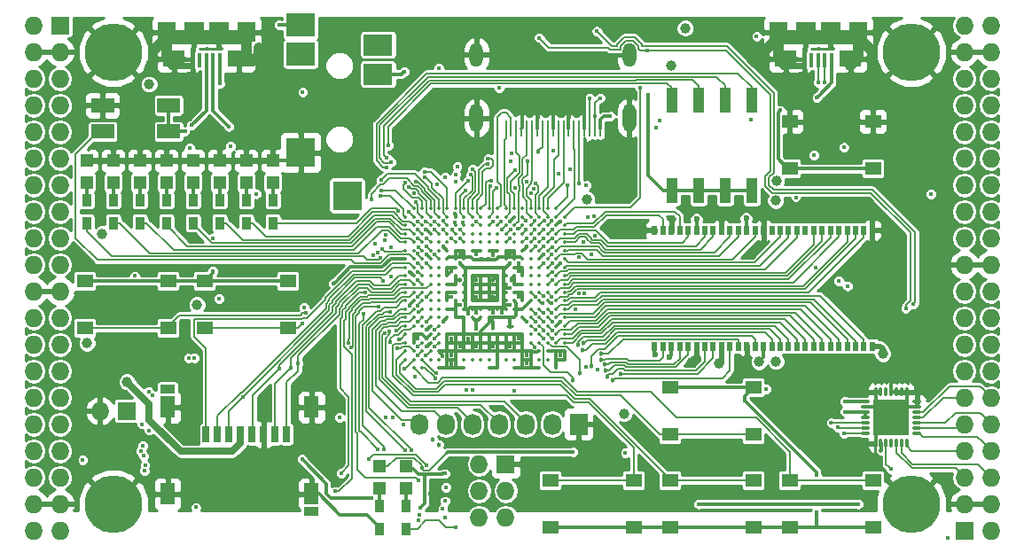
<source format=gtl>
G04 #@! TF.FileFunction,Copper,L1,Top,Signal*
%FSLAX46Y46*%
G04 Gerber Fmt 4.6, Leading zero omitted, Abs format (unit mm)*
G04 Created by KiCad (PCBNEW 4.0.7+dfsg1-1) date Wed Oct 25 16:05:11 2017*
%MOMM*%
%LPD*%
G01*
G04 APERTURE LIST*
%ADD10C,0.100000*%
%ADD11R,1.198880X1.198880*%
%ADD12R,0.560000X0.900000*%
%ADD13R,1.727200X1.727200*%
%ADD14O,1.727200X1.727200*%
%ADD15C,5.500000*%
%ADD16R,2.200000X1.400000*%
%ADD17R,0.900000X1.200000*%
%ADD18R,2.100000X1.600000*%
%ADD19R,1.900000X1.900000*%
%ADD20R,0.400000X1.350000*%
%ADD21R,1.800000X1.900000*%
%ADD22O,0.850000X0.300000*%
%ADD23O,0.300000X0.850000*%
%ADD24R,1.675000X1.675000*%
%ADD25R,1.727200X2.032000*%
%ADD26O,1.727200X2.032000*%
%ADD27R,2.800000X2.200000*%
%ADD28R,2.800000X2.800000*%
%ADD29R,2.800000X2.000000*%
%ADD30O,1.300000X2.700000*%
%ADD31O,1.300000X2.300000*%
%ADD32R,0.250000X1.600000*%
%ADD33R,1.550000X1.300000*%
%ADD34R,1.120000X2.440000*%
%ADD35C,0.350000*%
%ADD36R,0.700000X1.500000*%
%ADD37R,1.450000X0.900000*%
%ADD38R,1.450000X2.000000*%
%ADD39C,0.400000*%
%ADD40C,0.454000*%
%ADD41C,1.000000*%
%ADD42C,0.600000*%
%ADD43C,0.300000*%
%ADD44C,1.000000*%
%ADD45C,0.600000*%
%ADD46C,0.500000*%
%ADD47C,0.190000*%
%ADD48C,0.200000*%
%ADD49C,0.700000*%
%ADD50C,0.254000*%
G04 APERTURE END LIST*
D10*
D11*
X118230000Y-77709020D03*
X118230000Y-75610980D03*
X115690000Y-77709020D03*
X115690000Y-75610980D03*
X113150000Y-77709020D03*
X113150000Y-75610980D03*
X110610000Y-77709020D03*
X110610000Y-75610980D03*
X108070000Y-77709020D03*
X108070000Y-75610980D03*
X105530000Y-77709020D03*
X105530000Y-75610980D03*
X102990000Y-77709020D03*
X102990000Y-75610980D03*
X100450000Y-77709020D03*
X100450000Y-75610980D03*
D12*
X175480000Y-82270000D03*
X154680000Y-93330000D03*
X155480000Y-93330000D03*
X156280000Y-93330000D03*
X157080000Y-93330000D03*
X157880000Y-93330000D03*
X158680000Y-93330000D03*
X159480000Y-93330000D03*
X160280000Y-93330000D03*
X161080000Y-93330000D03*
X161880000Y-93330000D03*
X162680000Y-93330000D03*
X163480000Y-93330000D03*
X164280000Y-93330000D03*
X165080000Y-93330000D03*
X165880000Y-93330000D03*
X166680000Y-93330000D03*
X167480000Y-93330000D03*
X168280000Y-93330000D03*
X169080000Y-93330000D03*
X169880000Y-93330000D03*
X170680000Y-93330000D03*
X171480000Y-93330000D03*
X172280000Y-93330000D03*
X173080000Y-93330000D03*
X173880000Y-93330000D03*
X174680000Y-93330000D03*
X175480000Y-93330000D03*
X174680000Y-82270000D03*
X173880000Y-82270000D03*
X173080000Y-82270000D03*
X172280000Y-82270000D03*
X171480000Y-82270000D03*
X170680000Y-82270000D03*
X169880000Y-82270000D03*
X169080000Y-82270000D03*
X168280000Y-82270000D03*
X167480000Y-82270000D03*
X166680000Y-82270000D03*
X165880000Y-82270000D03*
X165080000Y-82270000D03*
X164280000Y-82270000D03*
X163480000Y-82270000D03*
X162680000Y-82270000D03*
X161880000Y-82270000D03*
X161080000Y-82270000D03*
X160280000Y-82270000D03*
X159480000Y-82270000D03*
X158680000Y-82270000D03*
X157880000Y-82270000D03*
X157080000Y-82270000D03*
X156280000Y-82270000D03*
X155480000Y-82270000D03*
X154680000Y-82270000D03*
D13*
X97910000Y-62690000D03*
D14*
X95370000Y-62690000D03*
X97910000Y-65230000D03*
X95370000Y-65230000D03*
X97910000Y-67770000D03*
X95370000Y-67770000D03*
X97910000Y-70310000D03*
X95370000Y-70310000D03*
X97910000Y-72850000D03*
X95370000Y-72850000D03*
X97910000Y-75390000D03*
X95370000Y-75390000D03*
X97910000Y-77930000D03*
X95370000Y-77930000D03*
X97910000Y-80470000D03*
X95370000Y-80470000D03*
X97910000Y-83010000D03*
X95370000Y-83010000D03*
X97910000Y-85550000D03*
X95370000Y-85550000D03*
X97910000Y-88090000D03*
X95370000Y-88090000D03*
X97910000Y-90630000D03*
X95370000Y-90630000D03*
X97910000Y-93170000D03*
X95370000Y-93170000D03*
X97910000Y-95710000D03*
X95370000Y-95710000D03*
X97910000Y-98250000D03*
X95370000Y-98250000D03*
X97910000Y-100790000D03*
X95370000Y-100790000D03*
X97910000Y-103330000D03*
X95370000Y-103330000D03*
X97910000Y-105870000D03*
X95370000Y-105870000D03*
X97910000Y-108410000D03*
X95370000Y-108410000D03*
X97910000Y-110950000D03*
X95370000Y-110950000D03*
D13*
X184270000Y-110950000D03*
D14*
X186810000Y-110950000D03*
X184270000Y-108410000D03*
X186810000Y-108410000D03*
X184270000Y-105870000D03*
X186810000Y-105870000D03*
X184270000Y-103330000D03*
X186810000Y-103330000D03*
X184270000Y-100790000D03*
X186810000Y-100790000D03*
X184270000Y-98250000D03*
X186810000Y-98250000D03*
X184270000Y-95710000D03*
X186810000Y-95710000D03*
X184270000Y-93170000D03*
X186810000Y-93170000D03*
X184270000Y-90630000D03*
X186810000Y-90630000D03*
X184270000Y-88090000D03*
X186810000Y-88090000D03*
X184270000Y-85550000D03*
X186810000Y-85550000D03*
X184270000Y-83010000D03*
X186810000Y-83010000D03*
X184270000Y-80470000D03*
X186810000Y-80470000D03*
X184270000Y-77930000D03*
X186810000Y-77930000D03*
X184270000Y-75390000D03*
X186810000Y-75390000D03*
X184270000Y-72850000D03*
X186810000Y-72850000D03*
X184270000Y-70310000D03*
X186810000Y-70310000D03*
X184270000Y-67770000D03*
X186810000Y-67770000D03*
X184270000Y-65230000D03*
X186810000Y-65230000D03*
X184270000Y-62690000D03*
X186810000Y-62690000D03*
D15*
X102990000Y-108410000D03*
X179190000Y-108410000D03*
X179190000Y-65230000D03*
X102990000Y-65230000D03*
D16*
X108274000Y-70330000D03*
X101974000Y-70330000D03*
X101974000Y-72830000D03*
X108274000Y-72830000D03*
D13*
X104260000Y-99520000D03*
D14*
X101720000Y-99520000D03*
D11*
X128390000Y-104820980D03*
X128390000Y-106919020D03*
X130930000Y-104820980D03*
X130930000Y-106919020D03*
D17*
X128390000Y-108580000D03*
X128390000Y-110780000D03*
X130930000Y-110780000D03*
X130930000Y-108580000D03*
D18*
X114980000Y-65875000D03*
X108780000Y-65875000D03*
D19*
X113080000Y-63325000D03*
X110680000Y-63325000D03*
D20*
X113180000Y-66000000D03*
X112530000Y-66000000D03*
X111880000Y-66000000D03*
X111230000Y-66000000D03*
X110580000Y-66000000D03*
D21*
X115680000Y-63325000D03*
X108080000Y-63325000D03*
D18*
X173400000Y-65875000D03*
X167200000Y-65875000D03*
D19*
X171500000Y-63325000D03*
X169100000Y-63325000D03*
D20*
X171600000Y-66000000D03*
X170950000Y-66000000D03*
X170300000Y-66000000D03*
X169650000Y-66000000D03*
X169000000Y-66000000D03*
D21*
X174100000Y-63325000D03*
X166500000Y-63325000D03*
D13*
X140455000Y-104600000D03*
D14*
X137915000Y-104600000D03*
X140455000Y-107140000D03*
X137915000Y-107140000D03*
X140455000Y-109680000D03*
X137915000Y-109680000D03*
D17*
X118230000Y-81570000D03*
X118230000Y-79370000D03*
X115690000Y-81570000D03*
X115690000Y-79370000D03*
X113150000Y-81570000D03*
X113150000Y-79370000D03*
X110610000Y-81570000D03*
X110610000Y-79370000D03*
X108070000Y-81570000D03*
X108070000Y-79370000D03*
X105530000Y-81570000D03*
X105530000Y-79370000D03*
X102990000Y-81570000D03*
X102990000Y-79370000D03*
X100450000Y-81570000D03*
X100450000Y-79370000D03*
D22*
X179735000Y-101655000D03*
X179735000Y-101155000D03*
X179735000Y-100655000D03*
X179735000Y-100155000D03*
X179735000Y-99655000D03*
X179735000Y-99155000D03*
X179735000Y-98655000D03*
D23*
X178785000Y-97705000D03*
X178285000Y-97705000D03*
X177785000Y-97705000D03*
X177285000Y-97705000D03*
X176785000Y-97705000D03*
X176285000Y-97705000D03*
X175785000Y-97705000D03*
D22*
X174835000Y-98655000D03*
X174835000Y-99155000D03*
X174835000Y-99655000D03*
X174835000Y-100155000D03*
X174835000Y-100655000D03*
X174835000Y-101155000D03*
X174835000Y-101655000D03*
D23*
X175785000Y-102605000D03*
X176285000Y-102605000D03*
X176785000Y-102605000D03*
X177285000Y-102605000D03*
X177785000Y-102605000D03*
X178285000Y-102605000D03*
X178785000Y-102605000D03*
D24*
X176447500Y-99317500D03*
X176447500Y-100992500D03*
X178122500Y-99317500D03*
X178122500Y-100992500D03*
D25*
X147440000Y-100790000D03*
D26*
X144900000Y-100790000D03*
X142360000Y-100790000D03*
X139820000Y-100790000D03*
X137280000Y-100790000D03*
X134740000Y-100790000D03*
X132200000Y-100790000D03*
D27*
X120880000Y-62640000D03*
X120880000Y-65440000D03*
D28*
X120880000Y-74840000D03*
X125330000Y-78940000D03*
D29*
X128280000Y-67340000D03*
X128280000Y-64540000D03*
D30*
X152280000Y-71550000D03*
X137680000Y-71550000D03*
D31*
X137680000Y-65500000D03*
D32*
X140480000Y-72500000D03*
X140980000Y-72500000D03*
X141480000Y-72500000D03*
X141980000Y-72500000D03*
X142480000Y-72500000D03*
X142980000Y-72500000D03*
X143480000Y-72500000D03*
X143980000Y-72500000D03*
X144480000Y-72500000D03*
X144980000Y-72500000D03*
X145480000Y-72500000D03*
X145980000Y-72500000D03*
X146480000Y-72500000D03*
X146980000Y-72500000D03*
X147480000Y-72500000D03*
X147980000Y-72500000D03*
X148480000Y-72500000D03*
X148980000Y-72500000D03*
X149480000Y-72500000D03*
D31*
X152280000Y-65500000D03*
D33*
X175550000Y-71870000D03*
X175550000Y-76370000D03*
X167590000Y-76370000D03*
X167590000Y-71870000D03*
X100280000Y-91610000D03*
X100280000Y-87110000D03*
X108240000Y-87110000D03*
X108240000Y-91610000D03*
X111710000Y-91610000D03*
X111710000Y-87110000D03*
X119670000Y-87110000D03*
X119670000Y-91610000D03*
X156160000Y-101770000D03*
X156160000Y-97270000D03*
X164120000Y-97270000D03*
X164120000Y-101770000D03*
X164120000Y-106160000D03*
X164120000Y-110660000D03*
X156160000Y-110660000D03*
X156160000Y-106160000D03*
X152690000Y-106160000D03*
X152690000Y-110660000D03*
X144730000Y-110660000D03*
X144730000Y-106160000D03*
X175550000Y-106160000D03*
X175550000Y-110660000D03*
X167590000Y-110660000D03*
X167590000Y-106160000D03*
D34*
X163950000Y-69815000D03*
X156330000Y-78425000D03*
X161410000Y-69815000D03*
X158870000Y-78425000D03*
X158870000Y-69815000D03*
X161410000Y-78425000D03*
X156330000Y-69815000D03*
X163950000Y-78425000D03*
D35*
X131680000Y-80200000D03*
X132480000Y-80200000D03*
X133280000Y-80200000D03*
X134080000Y-80200000D03*
X134880000Y-80200000D03*
X135680000Y-80200000D03*
X136480000Y-80200000D03*
X137280000Y-80200000D03*
X138080000Y-80200000D03*
X138880000Y-80200000D03*
X139680000Y-80200000D03*
X140480000Y-80200000D03*
X141280000Y-80200000D03*
X142080000Y-80200000D03*
X142880000Y-80200000D03*
X143680000Y-80200000D03*
X144480000Y-80200000D03*
X145280000Y-80200000D03*
X130880000Y-81000000D03*
X131680000Y-81000000D03*
X132480000Y-81000000D03*
X133280000Y-81000000D03*
X134080000Y-81000000D03*
X134880000Y-81000000D03*
X135680000Y-81000000D03*
X136480000Y-81000000D03*
X137280000Y-81000000D03*
X138080000Y-81000000D03*
X138880000Y-81000000D03*
X139680000Y-81000000D03*
X140480000Y-81000000D03*
X141280000Y-81000000D03*
X142080000Y-81000000D03*
X142880000Y-81000000D03*
X143680000Y-81000000D03*
X144480000Y-81000000D03*
X145280000Y-81000000D03*
X146080000Y-81000000D03*
X130880000Y-81800000D03*
X131680000Y-81800000D03*
X132480000Y-81800000D03*
X133280000Y-81800000D03*
X134080000Y-81800000D03*
X134880000Y-81800000D03*
X135680000Y-81800000D03*
X136480000Y-81800000D03*
X137280000Y-81800000D03*
X138080000Y-81800000D03*
X138880000Y-81800000D03*
X139680000Y-81800000D03*
X140480000Y-81800000D03*
X141280000Y-81800000D03*
X142080000Y-81800000D03*
X142880000Y-81800000D03*
X143680000Y-81800000D03*
X144480000Y-81800000D03*
X145280000Y-81800000D03*
X146080000Y-81800000D03*
X130880000Y-82600000D03*
X131680000Y-82600000D03*
X132480000Y-82600000D03*
X133280000Y-82600000D03*
X134080000Y-82600000D03*
X134880000Y-82600000D03*
X135680000Y-82600000D03*
X136480000Y-82600000D03*
X137280000Y-82600000D03*
X138080000Y-82600000D03*
X138880000Y-82600000D03*
X139680000Y-82600000D03*
X140480000Y-82600000D03*
X141280000Y-82600000D03*
X142080000Y-82600000D03*
X142880000Y-82600000D03*
X143680000Y-82600000D03*
X144480000Y-82600000D03*
X145280000Y-82600000D03*
X146080000Y-82600000D03*
X130880000Y-83400000D03*
X131680000Y-83400000D03*
X132480000Y-83400000D03*
X133280000Y-83400000D03*
X134080000Y-83400000D03*
X134880000Y-83400000D03*
X135680000Y-83400000D03*
X136480000Y-83400000D03*
X137280000Y-83400000D03*
X138080000Y-83400000D03*
X138880000Y-83400000D03*
X139680000Y-83400000D03*
X140480000Y-83400000D03*
X141280000Y-83400000D03*
X142080000Y-83400000D03*
X142880000Y-83400000D03*
X143680000Y-83400000D03*
X144480000Y-83400000D03*
X145280000Y-83400000D03*
X146080000Y-83400000D03*
X130880000Y-84200000D03*
X131680000Y-84200000D03*
X132480000Y-84200000D03*
X133280000Y-84200000D03*
X134080000Y-84200000D03*
X134880000Y-84200000D03*
X135680000Y-84200000D03*
X136480000Y-84200000D03*
X137280000Y-84200000D03*
X138080000Y-84200000D03*
X138880000Y-84200000D03*
X139680000Y-84200000D03*
X140480000Y-84200000D03*
X141280000Y-84200000D03*
X142080000Y-84200000D03*
X142880000Y-84200000D03*
X143680000Y-84200000D03*
X144480000Y-84200000D03*
X145280000Y-84200000D03*
X146080000Y-84200000D03*
X130880000Y-85000000D03*
X131680000Y-85000000D03*
X132480000Y-85000000D03*
X133280000Y-85000000D03*
X134080000Y-85000000D03*
X134880000Y-85000000D03*
X135680000Y-85000000D03*
X136480000Y-85000000D03*
X137280000Y-85000000D03*
X138080000Y-85000000D03*
X138880000Y-85000000D03*
X139680000Y-85000000D03*
X140480000Y-85000000D03*
X141280000Y-85000000D03*
X142080000Y-85000000D03*
X142880000Y-85000000D03*
X143680000Y-85000000D03*
X144480000Y-85000000D03*
X145280000Y-85000000D03*
X146080000Y-85000000D03*
X130880000Y-85800000D03*
X131680000Y-85800000D03*
X132480000Y-85800000D03*
X133280000Y-85800000D03*
X134080000Y-85800000D03*
X134880000Y-85800000D03*
X135680000Y-85800000D03*
X136480000Y-85800000D03*
X137280000Y-85800000D03*
X138080000Y-85800000D03*
X138880000Y-85800000D03*
X139680000Y-85800000D03*
X140480000Y-85800000D03*
X141280000Y-85800000D03*
X142080000Y-85800000D03*
X142880000Y-85800000D03*
X143680000Y-85800000D03*
X144480000Y-85800000D03*
X145280000Y-85800000D03*
X146080000Y-85800000D03*
X130880000Y-86600000D03*
X131680000Y-86600000D03*
X132480000Y-86600000D03*
X133280000Y-86600000D03*
X134080000Y-86600000D03*
X134880000Y-86600000D03*
X135680000Y-86600000D03*
X136480000Y-86600000D03*
X137280000Y-86600000D03*
X138080000Y-86600000D03*
X138880000Y-86600000D03*
X139680000Y-86600000D03*
X140480000Y-86600000D03*
X141280000Y-86600000D03*
X142080000Y-86600000D03*
X142880000Y-86600000D03*
X143680000Y-86600000D03*
X144480000Y-86600000D03*
X145280000Y-86600000D03*
X146080000Y-86600000D03*
X130880000Y-87400000D03*
X131680000Y-87400000D03*
X132480000Y-87400000D03*
X133280000Y-87400000D03*
X134080000Y-87400000D03*
X134880000Y-87400000D03*
X135680000Y-87400000D03*
X136480000Y-87400000D03*
X137280000Y-87400000D03*
X138080000Y-87400000D03*
X138880000Y-87400000D03*
X139680000Y-87400000D03*
X140480000Y-87400000D03*
X141280000Y-87400000D03*
X142080000Y-87400000D03*
X142880000Y-87400000D03*
X143680000Y-87400000D03*
X144480000Y-87400000D03*
X145280000Y-87400000D03*
X146080000Y-87400000D03*
X130880000Y-88200000D03*
X131680000Y-88200000D03*
X132480000Y-88200000D03*
X133280000Y-88200000D03*
X134080000Y-88200000D03*
X134880000Y-88200000D03*
X135680000Y-88200000D03*
X136480000Y-88200000D03*
X137280000Y-88200000D03*
X138080000Y-88200000D03*
X138880000Y-88200000D03*
X139680000Y-88200000D03*
X140480000Y-88200000D03*
X141280000Y-88200000D03*
X142080000Y-88200000D03*
X142880000Y-88200000D03*
X143680000Y-88200000D03*
X144480000Y-88200000D03*
X145280000Y-88200000D03*
X146080000Y-88200000D03*
X130880000Y-89000000D03*
X131680000Y-89000000D03*
X132480000Y-89000000D03*
X133280000Y-89000000D03*
X134080000Y-89000000D03*
X134880000Y-89000000D03*
X135680000Y-89000000D03*
X136480000Y-89000000D03*
X137280000Y-89000000D03*
X138080000Y-89000000D03*
X138880000Y-89000000D03*
X139680000Y-89000000D03*
X140480000Y-89000000D03*
X141280000Y-89000000D03*
X142080000Y-89000000D03*
X142880000Y-89000000D03*
X143680000Y-89000000D03*
X144480000Y-89000000D03*
X145280000Y-89000000D03*
X146080000Y-89000000D03*
X130880000Y-89800000D03*
X131680000Y-89800000D03*
X132480000Y-89800000D03*
X133280000Y-89800000D03*
X134080000Y-89800000D03*
X134880000Y-89800000D03*
X135680000Y-89800000D03*
X136480000Y-89800000D03*
X137280000Y-89800000D03*
X138080000Y-89800000D03*
X138880000Y-89800000D03*
X139680000Y-89800000D03*
X140480000Y-89800000D03*
X141280000Y-89800000D03*
X142080000Y-89800000D03*
X142880000Y-89800000D03*
X143680000Y-89800000D03*
X144480000Y-89800000D03*
X145280000Y-89800000D03*
X146080000Y-89800000D03*
X130880000Y-90600000D03*
X131680000Y-90600000D03*
X132480000Y-90600000D03*
X133280000Y-90600000D03*
X134080000Y-90600000D03*
X134880000Y-90600000D03*
X135680000Y-90600000D03*
X136480000Y-90600000D03*
X137280000Y-90600000D03*
X138080000Y-90600000D03*
X138880000Y-90600000D03*
X139680000Y-90600000D03*
X140480000Y-90600000D03*
X141280000Y-90600000D03*
X142080000Y-90600000D03*
X142880000Y-90600000D03*
X143680000Y-90600000D03*
X144480000Y-90600000D03*
X145280000Y-90600000D03*
X146080000Y-90600000D03*
X130880000Y-91400000D03*
X131680000Y-91400000D03*
X132480000Y-91400000D03*
X133280000Y-91400000D03*
X134080000Y-91400000D03*
X142880000Y-91400000D03*
X143680000Y-91400000D03*
X144480000Y-91400000D03*
X145280000Y-91400000D03*
X146080000Y-91400000D03*
X130880000Y-92200000D03*
X131680000Y-92200000D03*
X132480000Y-92200000D03*
X133280000Y-92200000D03*
X134080000Y-92200000D03*
X134880000Y-92200000D03*
X135680000Y-92200000D03*
X136480000Y-92200000D03*
X137280000Y-92200000D03*
X138080000Y-92200000D03*
X138880000Y-92200000D03*
X139680000Y-92200000D03*
X140480000Y-92200000D03*
X141280000Y-92200000D03*
X142080000Y-92200000D03*
X142880000Y-92200000D03*
X143680000Y-92200000D03*
X144480000Y-92200000D03*
X145280000Y-92200000D03*
X146080000Y-92200000D03*
X130880000Y-93000000D03*
X131680000Y-93000000D03*
X132480000Y-93000000D03*
X133280000Y-93000000D03*
X134080000Y-93000000D03*
X134880000Y-93000000D03*
X135680000Y-93000000D03*
X136480000Y-93000000D03*
X137280000Y-93000000D03*
X138080000Y-93000000D03*
X138880000Y-93000000D03*
X139680000Y-93000000D03*
X140480000Y-93000000D03*
X141280000Y-93000000D03*
X142080000Y-93000000D03*
X142880000Y-93000000D03*
X143680000Y-93000000D03*
X144480000Y-93000000D03*
X145280000Y-93000000D03*
X146080000Y-93000000D03*
X130880000Y-93800000D03*
X131680000Y-93800000D03*
X132480000Y-93800000D03*
X133280000Y-93800000D03*
X134080000Y-93800000D03*
X134880000Y-93800000D03*
X135680000Y-93800000D03*
X136480000Y-93800000D03*
X137280000Y-93800000D03*
X138080000Y-93800000D03*
X138880000Y-93800000D03*
X139680000Y-93800000D03*
X140480000Y-93800000D03*
X141280000Y-93800000D03*
X142080000Y-93800000D03*
X142880000Y-93800000D03*
X143680000Y-93800000D03*
X144480000Y-93800000D03*
X145280000Y-93800000D03*
X146080000Y-93800000D03*
X130880000Y-94600000D03*
X131680000Y-94600000D03*
X132480000Y-94600000D03*
X133280000Y-94600000D03*
X134080000Y-94600000D03*
X134880000Y-94600000D03*
X135680000Y-94600000D03*
X136480000Y-94600000D03*
X137280000Y-94600000D03*
X138080000Y-94600000D03*
X138880000Y-94600000D03*
X139680000Y-94600000D03*
X140480000Y-94600000D03*
X141280000Y-94600000D03*
X142080000Y-94600000D03*
X142880000Y-94600000D03*
X143680000Y-94600000D03*
X144480000Y-94600000D03*
X145280000Y-94600000D03*
X146080000Y-94600000D03*
X131680000Y-95400000D03*
X132480000Y-95400000D03*
X134080000Y-95400000D03*
X134880000Y-95400000D03*
X135680000Y-95400000D03*
X136480000Y-95400000D03*
X138880000Y-95400000D03*
X139680000Y-95400000D03*
X141280000Y-95400000D03*
X142080000Y-95400000D03*
X142880000Y-95400000D03*
X143680000Y-95400000D03*
X145280000Y-95400000D03*
D36*
X111855000Y-101765000D03*
X112955000Y-101765000D03*
X114055000Y-101765000D03*
X115155000Y-101765000D03*
X116255000Y-101765000D03*
X117355000Y-101765000D03*
X118455000Y-101765000D03*
X119555000Y-101765000D03*
D37*
X108180000Y-97465000D03*
X121930000Y-109115000D03*
D38*
X121930000Y-99165000D03*
X108180000Y-99165000D03*
X108180000Y-107465000D03*
X121930000Y-107465000D03*
D39*
X133216000Y-107465000D03*
X137680000Y-88600000D03*
X142480000Y-95000000D03*
X141680000Y-92600000D03*
X140836000Y-84534000D03*
X135284627Y-94985297D03*
X135288625Y-94225619D03*
X134455822Y-94267172D03*
X131280000Y-89450837D03*
X120770000Y-72215000D03*
X136095958Y-93369652D03*
D40*
X139264636Y-91615205D03*
D39*
X139575609Y-69792857D03*
D41*
X116880503Y-64802940D03*
X106974809Y-64953974D03*
X175210328Y-64948943D03*
X165417246Y-64954666D03*
D39*
X175495631Y-71457432D03*
X146468970Y-70993942D03*
X144978424Y-71024054D03*
X143480350Y-71016526D03*
X142000564Y-71008511D03*
X147987361Y-71377791D03*
X144102010Y-84600000D03*
X132880424Y-84561218D03*
X135567436Y-80702302D03*
X132810347Y-82177990D03*
X145713035Y-91022010D03*
X145680000Y-94177990D03*
X177285000Y-95710000D03*
D41*
X177229911Y-82281349D03*
D39*
X170046000Y-85804000D03*
D42*
X164741832Y-81130572D03*
X161067993Y-81216119D03*
D41*
X158233687Y-94852616D03*
X162992748Y-94820185D03*
D42*
X156280000Y-81210838D03*
D39*
X131254529Y-86251357D03*
X140880000Y-81400000D03*
X136085174Y-89394826D03*
X145680000Y-81400000D03*
X150080000Y-81600000D03*
X140874194Y-91433353D03*
X145680000Y-85422010D03*
X142480000Y-94200000D03*
X140880000Y-93400000D03*
X139280000Y-93400000D03*
X137680000Y-93400000D03*
X136880000Y-92600000D03*
X135280000Y-92600000D03*
X132880000Y-91800000D03*
X132880000Y-93400000D03*
D40*
X141042859Y-86994997D03*
X139280000Y-87000000D03*
X136110990Y-86995403D03*
X137680000Y-87000000D03*
X136080000Y-84600000D03*
X139280000Y-88600000D03*
D39*
X121003132Y-104131127D03*
X127656639Y-107816792D03*
D41*
X156235582Y-66548363D03*
X166321614Y-77572282D03*
X166248957Y-79408030D03*
X101932065Y-82585048D03*
X106417803Y-68312483D03*
X166280000Y-94800000D03*
D39*
X150457224Y-71377791D03*
X172289562Y-87124051D03*
D41*
X157600000Y-62944000D03*
D39*
X110855283Y-108726380D03*
X148160764Y-77980787D03*
X154794000Y-72426000D03*
D41*
X148202000Y-79327000D03*
D39*
X129005202Y-100174798D03*
X137659051Y-91638034D03*
X139820000Y-68665673D03*
X172834633Y-99599920D03*
X172879922Y-98618650D03*
X176305593Y-103279812D03*
X165349214Y-97422919D03*
D41*
X160875897Y-94988750D03*
D39*
X164433885Y-63737451D03*
X134079160Y-66786153D03*
X109828000Y-72830000D03*
X116654336Y-78777990D03*
D41*
X176474303Y-94069095D03*
D39*
X173094000Y-87582000D03*
D41*
X100479904Y-93063904D03*
D42*
X163422030Y-81120665D03*
X154726292Y-94171363D03*
X156077107Y-94380779D03*
X158680000Y-81210838D03*
D39*
X112515000Y-83010000D03*
X181065000Y-78785000D03*
X100080000Y-104200000D03*
X113080000Y-88800000D03*
D41*
X164653770Y-94825547D03*
D39*
X135273306Y-88618602D03*
X139272517Y-84611349D03*
X137680556Y-84534085D03*
X141680000Y-86200000D03*
X135280000Y-86200000D03*
X132880000Y-92600000D03*
X132080000Y-92600000D03*
X141680000Y-88600000D03*
X141680000Y-85400000D03*
D41*
X151758000Y-99774000D03*
D39*
X136885174Y-90194826D03*
X140094890Y-90122990D03*
X139280000Y-90122990D03*
X140880000Y-89400000D03*
X137680000Y-90172990D03*
X140880000Y-87800000D03*
X140880000Y-85400000D03*
D40*
X136080000Y-85400000D03*
D39*
X130022680Y-91834237D03*
X121369010Y-90164222D03*
X130279644Y-92674772D03*
X121041200Y-91125073D03*
D41*
X110991000Y-89360000D03*
D39*
X142480000Y-91000000D03*
X142480000Y-83800000D03*
X134480000Y-83800000D03*
X134480000Y-91000000D03*
X121086654Y-69078528D03*
X105037711Y-86632990D03*
X155149360Y-71764535D03*
X170182962Y-69571012D03*
X174110000Y-108410000D03*
X158870000Y-108410000D03*
X137295592Y-97538017D03*
X134750646Y-106810513D03*
X133680000Y-91800000D03*
D40*
X134074414Y-102752225D03*
D39*
X136740903Y-97514503D03*
X134675868Y-108131585D03*
D40*
X133449289Y-102232615D03*
D39*
X133680000Y-92600000D03*
X133685482Y-93402296D03*
X127358154Y-104128048D03*
X132936956Y-104698915D03*
X134463998Y-108841973D03*
X130692380Y-100790000D03*
X131808905Y-96227367D03*
X134636872Y-109719950D03*
X132846234Y-94197073D03*
X118858690Y-62658970D03*
X130761990Y-67119621D03*
X148477832Y-69619684D03*
X149475951Y-69619684D03*
X148991194Y-71377791D03*
X153984196Y-65077116D03*
X153322343Y-68673419D03*
X143650666Y-63862520D03*
X178665908Y-89713903D03*
X149183754Y-63257114D03*
X179375977Y-89317806D03*
X140035989Y-81400000D03*
X115404683Y-98167821D03*
X128776655Y-87110882D03*
X132077895Y-86272150D03*
X118843798Y-95498222D03*
D40*
X119978162Y-95412951D03*
X120634035Y-94977604D03*
D39*
X113212238Y-68244401D03*
X146387166Y-77939336D03*
X147480000Y-77822010D03*
X131453853Y-103260518D03*
X144891634Y-91008466D03*
D40*
X148653935Y-95249010D03*
X149565978Y-94054788D03*
D39*
X144867244Y-90164455D03*
D40*
X150720500Y-96575802D03*
D39*
X144890381Y-83866022D03*
D40*
X151448039Y-95951686D03*
D39*
X144894101Y-83022010D03*
D40*
X150149219Y-96229829D03*
D39*
X144901285Y-86268736D03*
D40*
X150033441Y-95660469D03*
D39*
X144888562Y-86993817D03*
D40*
X149952517Y-95085120D03*
D39*
X144877648Y-88622010D03*
D40*
X149584522Y-94635504D03*
D39*
X144810610Y-89177990D03*
X144895773Y-91874444D03*
D40*
X147777713Y-93691005D03*
D39*
X144113248Y-92588762D03*
D40*
X147356233Y-93219138D03*
X147915304Y-93060979D03*
D39*
X144882352Y-92577990D03*
X130807074Y-95454141D03*
X130141304Y-93531435D03*
X132080000Y-93400000D03*
X129438098Y-92922893D03*
X133852393Y-95875797D03*
X141280000Y-97600000D03*
X133762848Y-96395146D03*
X132080000Y-94200000D03*
X128669601Y-84020243D03*
X105906712Y-103816552D03*
X132080000Y-89450837D03*
X130839486Y-103260518D03*
X129459184Y-90039192D03*
X128806823Y-103185900D03*
X132162861Y-106185868D03*
X128321313Y-89539949D03*
X132880000Y-88600000D03*
X127040053Y-88166906D03*
X124741825Y-105494691D03*
X132080000Y-87000000D03*
X125740979Y-93452427D03*
X124202418Y-107207639D03*
D40*
X142530990Y-75662841D03*
X143525587Y-74749772D03*
D39*
X110313517Y-74380698D03*
X132146108Y-109940263D03*
X114166000Y-74247000D03*
X132189000Y-109415000D03*
X135694981Y-77648547D03*
X135567436Y-81489225D03*
X134702010Y-77200000D03*
X134471354Y-81347908D03*
X132761172Y-77202673D03*
X132737245Y-76676207D03*
X128545566Y-77476577D03*
X127643658Y-79355564D03*
X110718734Y-94451783D03*
X128515897Y-78994176D03*
X110193102Y-94489889D03*
X128569727Y-78469921D03*
X106368514Y-97662752D03*
X131230910Y-78113843D03*
X106741168Y-98035405D03*
X131709326Y-78745875D03*
X132783332Y-81399993D03*
X129016746Y-82660638D03*
X105679715Y-100783924D03*
X132084821Y-83022010D03*
X128948848Y-83183258D03*
X106401171Y-101377901D03*
X132886504Y-83777990D03*
X129513931Y-83860979D03*
X105803161Y-102850427D03*
X132117443Y-83866021D03*
X127966259Y-83515785D03*
X105651866Y-103355255D03*
X132079996Y-84503337D03*
X128261987Y-84383463D03*
X106023598Y-104697574D03*
X133671942Y-84595200D03*
X127824162Y-84676807D03*
X105973679Y-105248709D03*
X132875802Y-85428138D03*
D40*
X146862501Y-96617499D03*
X147534467Y-95913260D03*
D39*
X148102806Y-95339021D03*
X143280000Y-91000000D03*
X149207706Y-95605291D03*
X144082424Y-90132858D03*
X143989948Y-89177990D03*
X147125926Y-89802879D03*
X143281824Y-90201951D03*
X144102010Y-85397219D03*
X147422472Y-84858593D03*
X144886544Y-85385186D03*
X144102010Y-83000000D03*
X148975652Y-82755341D03*
X144885092Y-82177990D03*
X147470668Y-88324835D03*
X144082832Y-88584510D03*
X147997681Y-88324844D03*
X143278026Y-88595030D03*
X144102010Y-82185600D03*
X148935852Y-80899014D03*
X148337768Y-80975785D03*
X144866392Y-81333979D03*
X139280000Y-81400000D03*
X139585116Y-78205862D03*
X138968064Y-78040948D03*
X139049357Y-77520244D03*
X138775679Y-75942989D03*
X138779198Y-75400762D03*
X137680000Y-81400000D03*
X137308732Y-76415018D03*
X137106948Y-76979922D03*
X136856003Y-77562978D03*
X136634118Y-78451672D03*
X135830698Y-76200613D03*
X136411444Y-81497309D03*
X148668800Y-84550385D03*
X144877691Y-84532933D03*
X144102010Y-83800000D03*
X147894174Y-83335809D03*
X142852716Y-78759927D03*
X142473549Y-82998913D03*
X143105106Y-78295223D03*
X142396423Y-82191394D03*
X145494012Y-76834828D03*
X144146021Y-81374784D03*
X143331797Y-77819457D03*
X146627648Y-76461302D03*
X143257990Y-82207154D03*
X143257990Y-81379632D03*
X141380161Y-78226966D03*
X145017056Y-74655847D03*
X141657990Y-82130345D03*
X142413979Y-81382236D03*
X140080000Y-82200000D03*
X141342967Y-76554996D03*
X141046643Y-74873804D03*
X140864029Y-83041403D03*
X140980062Y-75681941D03*
X140924011Y-82179283D03*
X129542604Y-86703515D03*
X132880000Y-83022010D03*
X132080000Y-82177990D03*
X132080000Y-81400000D03*
X131847310Y-79589886D03*
X130856828Y-77742623D03*
X131923295Y-77584853D03*
X133654358Y-82177990D03*
X133627343Y-81396408D03*
X129382484Y-91925805D03*
X132880000Y-91000000D03*
X128880489Y-92086249D03*
X132077648Y-90977990D03*
X130196821Y-80377733D03*
X131180000Y-80500000D03*
X128489708Y-84867377D03*
X132079620Y-85428138D03*
X163908850Y-71651861D03*
X134501414Y-82177578D03*
X133922194Y-77854836D03*
X135656559Y-110610712D03*
X132448438Y-104994496D03*
X146844288Y-103452739D03*
X134707351Y-105508447D03*
X132280000Y-108800000D03*
D41*
X104309083Y-96731596D03*
D39*
X112515000Y-86185000D03*
X163277422Y-98501717D03*
X170126036Y-109212466D03*
X170157734Y-105666345D03*
X169895346Y-75092988D03*
X143257990Y-83000000D03*
X168166438Y-79108038D03*
X151896383Y-103510715D03*
X114039000Y-72342000D03*
X110483000Y-72215000D03*
X143269694Y-93414905D03*
X177274002Y-105079115D03*
X172761273Y-101651681D03*
X143280000Y-91800000D03*
X172193360Y-101105663D03*
X144064831Y-91877646D03*
X171540304Y-100645743D03*
X144080000Y-91000000D03*
X154044000Y-69294000D03*
X129061632Y-76229575D03*
X135280000Y-83022010D03*
X129493343Y-75737814D03*
X136080000Y-83000000D03*
X129122249Y-75363607D03*
X135345425Y-82176814D03*
X135725421Y-76909376D03*
X129252218Y-74142461D03*
X136080000Y-82200000D03*
X172746637Y-74347988D03*
X143280000Y-83800000D03*
X142480000Y-77600000D03*
X170300000Y-68151000D03*
X170950000Y-68125562D03*
X125423968Y-92992129D03*
X121206217Y-89662983D03*
X132156079Y-90030946D03*
X182675150Y-111637626D03*
X124027706Y-87347706D03*
X124027707Y-87347707D03*
X166678914Y-70803555D03*
X129660000Y-100155000D03*
X124580000Y-100155000D03*
X126880000Y-90200000D03*
X128280000Y-103200000D03*
X132080000Y-88600000D03*
D43*
X121930000Y-107465000D02*
X122619000Y-107465000D01*
X122619000Y-107465000D02*
X124580000Y-109426000D01*
X124580000Y-109426000D02*
X127186000Y-109426000D01*
X127186000Y-109426000D02*
X128390000Y-110630000D01*
X128390000Y-110630000D02*
X128390000Y-110780000D01*
X137280000Y-89000000D02*
X137680000Y-88600000D01*
X142480000Y-94600000D02*
X142880000Y-94600000D01*
X142080000Y-94600000D02*
X142480000Y-94600000D01*
X142480000Y-94600000D02*
X142480000Y-95000000D01*
X141680000Y-92200000D02*
X142080000Y-92200000D01*
X141280000Y-92200000D02*
X141680000Y-92200000D01*
X141680000Y-92200000D02*
X141680000Y-92600000D01*
X141280000Y-84200000D02*
X141170000Y-84200000D01*
X141170000Y-84200000D02*
X140836000Y-84534000D01*
X135284627Y-95395373D02*
X135284627Y-95268139D01*
X135280000Y-95400000D02*
X135284627Y-95395373D01*
X135284627Y-95268139D02*
X135284627Y-94985297D01*
X135288625Y-93942777D02*
X135288625Y-94225619D01*
X135288625Y-93808625D02*
X135288625Y-93942777D01*
X135280000Y-93800000D02*
X135288625Y-93808625D01*
X134455822Y-94175822D02*
X134455822Y-94267172D01*
X134080000Y-93800000D02*
X134455822Y-94175822D01*
X145280000Y-94600000D02*
X145280000Y-95400000D01*
X143498655Y-93891906D02*
X143590561Y-93800000D01*
X143040733Y-93891906D02*
X143498655Y-93891906D01*
X142880000Y-93800000D02*
X142948827Y-93800000D01*
X142948827Y-93800000D02*
X143040733Y-93891906D01*
X143590561Y-93800000D02*
X143680000Y-93800000D01*
X145280000Y-93800000D02*
X144480000Y-93800000D01*
X146080000Y-94600000D02*
X146080000Y-93800000D01*
X145280000Y-94600000D02*
X146080000Y-94600000D01*
X142080000Y-95400000D02*
X142080000Y-94600000D01*
X142880000Y-95400000D02*
X142880000Y-94600000D01*
X142880000Y-95400000D02*
X143680000Y-95400000D01*
X142080000Y-95400000D02*
X142880000Y-95400000D01*
X141280000Y-95400000D02*
X142080000Y-95400000D01*
X142080000Y-93000000D02*
X142080000Y-93800000D01*
X138880000Y-92200000D02*
X138880000Y-93000000D01*
X139680000Y-92200000D02*
X139680000Y-93000000D01*
X140480000Y-93000000D02*
X140480000Y-92200000D01*
X141280000Y-93000000D02*
X141280000Y-92200000D01*
X142080000Y-93000000D02*
X141280000Y-93000000D01*
X142080000Y-92200000D02*
X142080000Y-93000000D01*
X140480000Y-92200000D02*
X141280000Y-92200000D01*
X139680000Y-92200000D02*
X140480000Y-92200000D01*
X138880000Y-92200000D02*
X139680000Y-92200000D01*
X138080000Y-92200000D02*
X138880000Y-92200000D01*
X131280000Y-89400000D02*
X131280000Y-89450837D01*
X131680000Y-89000000D02*
X131280000Y-89400000D01*
X120880000Y-74840000D02*
X120880000Y-73140000D01*
X120880000Y-73140000D02*
X120770000Y-73030000D01*
X120770000Y-73030000D02*
X120770000Y-72215000D01*
X136095958Y-93086810D02*
X136095958Y-93369652D01*
X136080000Y-93000000D02*
X136095958Y-93015958D01*
X136095958Y-93015958D02*
X136095958Y-93086810D01*
X139264636Y-91294179D02*
X139264636Y-91615205D01*
X139264636Y-90984636D02*
X139264636Y-91294179D01*
X138880000Y-90600000D02*
X139264636Y-90984636D01*
X139858451Y-69792857D02*
X139575609Y-69792857D01*
X140192348Y-69792857D02*
X139858451Y-69792857D01*
X140785205Y-69200000D02*
X140192348Y-69792857D01*
X141880000Y-69200000D02*
X140785205Y-69200000D01*
D44*
X116880503Y-65510046D02*
X116880503Y-64802940D01*
X116265561Y-66124988D02*
X116880503Y-65510046D01*
X115680000Y-65910000D02*
X115894988Y-66124988D01*
X115680000Y-63960000D02*
X115680000Y-65910000D01*
X115894988Y-66124988D02*
X116265561Y-66124988D01*
X107474808Y-64453975D02*
X106974809Y-64953974D01*
X107968783Y-63960000D02*
X107474808Y-64453975D01*
X108080000Y-63960000D02*
X107968783Y-63960000D01*
X174710329Y-64448944D02*
X175210328Y-64948943D01*
X174100000Y-63960000D02*
X174221385Y-63960000D01*
X174221385Y-63960000D02*
X174710329Y-64448944D01*
X165917245Y-64454667D02*
X165417246Y-64954666D01*
X166411912Y-63960000D02*
X165917245Y-64454667D01*
X166500000Y-63960000D02*
X166411912Y-63960000D01*
D43*
X175495631Y-71740274D02*
X175495631Y-71457432D01*
X175495631Y-72230631D02*
X175495631Y-71740274D01*
X175535000Y-72270000D02*
X175495631Y-72230631D01*
X143480000Y-72500000D02*
X143480000Y-71016876D01*
X143480000Y-71016876D02*
X143480350Y-71016526D01*
X144980000Y-72500000D02*
X144980000Y-71025630D01*
X144980000Y-71025630D02*
X144978424Y-71024054D01*
X146480000Y-72500000D02*
X146480000Y-71004972D01*
X146480000Y-71004972D02*
X146468970Y-70993942D01*
X147980000Y-72500000D02*
X147980000Y-71385152D01*
X147980000Y-71385152D02*
X147987361Y-71377791D01*
X146468970Y-70711100D02*
X146468970Y-70993942D01*
X146468970Y-69211030D02*
X146468970Y-70711100D01*
X146480000Y-69200000D02*
X146468970Y-69211030D01*
X144978424Y-70741212D02*
X144978424Y-71024054D01*
X144978424Y-69201576D02*
X144978424Y-70741212D01*
X144980000Y-69200000D02*
X144978424Y-69201576D01*
X143480350Y-70733684D02*
X143480350Y-71016526D01*
X143480350Y-69200350D02*
X143480350Y-70733684D01*
X143480000Y-69200000D02*
X143480350Y-69200350D01*
X142000564Y-71008511D02*
X142000564Y-72479436D01*
X142000564Y-72479436D02*
X141980000Y-72500000D01*
X142000564Y-70725669D02*
X142000564Y-71008511D01*
X142000564Y-69320564D02*
X142000564Y-70725669D01*
X141880000Y-69200000D02*
X142000564Y-69320564D01*
X146480000Y-69200000D02*
X147780000Y-69200000D01*
X147780000Y-69200000D02*
X147940542Y-69360542D01*
X147987361Y-71094949D02*
X147987361Y-71377791D01*
X147940542Y-71048130D02*
X147987361Y-71094949D01*
X147940542Y-69360542D02*
X147940542Y-71048130D01*
D45*
X108780000Y-66510000D02*
X110455000Y-66510000D01*
D43*
X110455000Y-66510000D02*
X110580000Y-66635000D01*
D44*
X108080000Y-63960000D02*
X108080000Y-65810000D01*
X108080000Y-65810000D02*
X108780000Y-66510000D01*
X115680000Y-63960000D02*
X115680000Y-65810000D01*
D43*
X115680000Y-65810000D02*
X114980000Y-66510000D01*
D44*
X113080000Y-63960000D02*
X115680000Y-63960000D01*
X110680000Y-63960000D02*
X113080000Y-63960000D01*
X108080000Y-63960000D02*
X110680000Y-63960000D01*
D45*
X167200000Y-66510000D02*
X168875000Y-66510000D01*
D43*
X168875000Y-66510000D02*
X169000000Y-66635000D01*
D44*
X174100000Y-63960000D02*
X174100000Y-65810000D01*
X174100000Y-65810000D02*
X173400000Y-66510000D01*
X166500000Y-63960000D02*
X166500000Y-65810000D01*
X166500000Y-65810000D02*
X167200000Y-66510000D01*
X171500000Y-63960000D02*
X174100000Y-63960000D01*
X169100000Y-63960000D02*
X171500000Y-63960000D01*
X166500000Y-63960000D02*
X169100000Y-63960000D01*
D43*
X143680000Y-85000000D02*
X144080000Y-84600000D01*
X144080000Y-84600000D02*
X144102010Y-84600000D01*
X132880424Y-84600424D02*
X132880424Y-84561218D01*
X133280000Y-85000000D02*
X132880424Y-84600424D01*
X135680000Y-80752513D02*
X135629789Y-80702302D01*
X135629789Y-80702302D02*
X135567436Y-80702302D01*
X135680000Y-81000000D02*
X135680000Y-80752513D01*
X132857990Y-82177990D02*
X132810347Y-82177990D01*
X133280000Y-82600000D02*
X132857990Y-82177990D01*
X145657990Y-91022010D02*
X145713035Y-91022010D01*
X145280000Y-91400000D02*
X145657990Y-91022010D01*
X145680000Y-93800000D02*
X145680000Y-94177990D01*
X178785000Y-97705000D02*
X178785000Y-98655000D01*
X178785000Y-98655000D02*
X178122500Y-99317500D01*
X176285000Y-97705000D02*
X175785000Y-97705000D01*
X175785000Y-102605000D02*
X175785000Y-101655000D01*
X175785000Y-101655000D02*
X176447500Y-100992500D01*
X178122500Y-99317500D02*
X178122500Y-100992500D01*
X176447500Y-99317500D02*
X178122500Y-99317500D01*
X176447500Y-100992500D02*
X178122500Y-100992500D01*
X177285000Y-97705000D02*
X177285000Y-95710000D01*
X178122500Y-99317500D02*
X178285000Y-99155000D01*
X178285000Y-99155000D02*
X179735000Y-99155000D01*
X179735000Y-98655000D02*
X179735000Y-99155000D01*
X177785000Y-97705000D02*
X177920000Y-97705000D01*
X177920000Y-97705000D02*
X178285000Y-97705000D01*
X178285000Y-97705000D02*
X178785000Y-97705000D01*
X177285000Y-97705000D02*
X177785000Y-97705000D01*
X175785000Y-97705000D02*
X175785000Y-98655000D01*
X175785000Y-98655000D02*
X176447500Y-99317500D01*
X174835000Y-99155000D02*
X176285000Y-99155000D01*
X176285000Y-99155000D02*
X176447500Y-99317500D01*
X177241260Y-82270000D02*
X177229911Y-82281349D01*
X164941831Y-81330571D02*
X164741832Y-81130572D01*
X165080000Y-81468740D02*
X164941831Y-81330571D01*
X165080000Y-82270000D02*
X165080000Y-81468740D01*
X118230000Y-75610980D02*
X120109020Y-75610980D01*
X120109020Y-75610980D02*
X120880000Y-74840000D01*
X142280000Y-69200000D02*
X141880000Y-69200000D01*
X161080000Y-81228126D02*
X161067993Y-81216119D01*
X161080000Y-82270000D02*
X161080000Y-81228126D01*
D46*
X175480000Y-82270000D02*
X177241260Y-82270000D01*
D43*
X158680000Y-94406303D02*
X158433686Y-94652617D01*
X158433686Y-94652617D02*
X158233687Y-94852616D01*
X158680000Y-93330000D02*
X158680000Y-94406303D01*
X163192747Y-94620186D02*
X162992748Y-94820185D01*
X163480000Y-94332933D02*
X163192747Y-94620186D01*
X163480000Y-93330000D02*
X163480000Y-94332933D01*
X156280000Y-82270000D02*
X156280000Y-81210838D01*
X131331357Y-86251357D02*
X131254529Y-86251357D01*
X131680000Y-86600000D02*
X131331357Y-86251357D01*
X141280000Y-81000000D02*
X140880000Y-81400000D01*
X135685174Y-89394826D02*
X135802332Y-89394826D01*
X135680000Y-89400000D02*
X135685174Y-89394826D01*
X135802332Y-89394826D02*
X136085174Y-89394826D01*
X135054999Y-84825001D02*
X137080000Y-84825001D01*
X137280000Y-85000000D02*
X137105001Y-84825001D01*
X137105001Y-84825001D02*
X137080000Y-84825001D01*
X138280000Y-85088351D02*
X137368351Y-85088351D01*
X137368351Y-85088351D02*
X137280000Y-85000000D01*
X139680000Y-86600000D02*
X139280000Y-87000000D01*
X139680000Y-88200000D02*
X139680000Y-89000000D01*
X139680000Y-87400000D02*
X139680000Y-88200000D01*
X139680000Y-86600000D02*
X139680000Y-87400000D01*
X137280000Y-88200000D02*
X137280000Y-89000000D01*
X137280000Y-87400000D02*
X137280000Y-88200000D01*
X137280000Y-86600000D02*
X137280000Y-87400000D01*
X138880000Y-87400000D02*
X138880000Y-88200000D01*
X138880000Y-86600000D02*
X138880000Y-87400000D01*
X138080000Y-87400000D02*
X138080000Y-86600000D01*
X138080000Y-88200000D02*
X138080000Y-87400000D01*
X138080000Y-89000000D02*
X138080000Y-88200000D01*
X138080000Y-88200000D02*
X138880000Y-88200000D01*
X138080000Y-87400000D02*
X138880000Y-87400000D01*
X137280000Y-87400000D02*
X138080000Y-87400000D01*
X145454999Y-81625001D02*
X145680000Y-81400000D01*
X145280000Y-81800000D02*
X145454999Y-81625001D01*
X153430000Y-81600000D02*
X150080000Y-81600000D01*
X154680000Y-82270000D02*
X154100000Y-82270000D01*
X154100000Y-82270000D02*
X153430000Y-81600000D01*
X141480000Y-89800000D02*
X141480000Y-89200000D01*
X141480000Y-89200000D02*
X141280000Y-89000000D01*
X141280000Y-89800000D02*
X141480000Y-89800000D01*
X141480000Y-89800000D02*
X142080000Y-89800000D01*
X141454999Y-90425001D02*
X141454999Y-89825001D01*
X141454999Y-89825001D02*
X141480000Y-89800000D01*
X140874194Y-90605806D02*
X140874194Y-91150511D01*
X140880000Y-90600000D02*
X140874194Y-90605806D01*
X140874194Y-91150511D02*
X140874194Y-91433353D01*
X140480000Y-90600000D02*
X140880000Y-90600000D01*
X140880000Y-90600000D02*
X141280000Y-90600000D01*
X139680000Y-90600000D02*
X140480000Y-90600000D01*
X138880000Y-90600000D02*
X139680000Y-90600000D01*
X145280000Y-85800000D02*
X145657990Y-85422010D01*
X145657990Y-85422010D02*
X145680000Y-85422010D01*
X141280000Y-85000000D02*
X141280000Y-84800000D01*
X141280000Y-84200000D02*
X141280000Y-85000000D01*
X140480000Y-84200000D02*
X141280000Y-84200000D01*
X141280000Y-84800000D02*
X141280000Y-84200000D01*
X141905001Y-84825001D02*
X141305001Y-84825001D01*
X141305001Y-84825001D02*
X141280000Y-84800000D01*
X140480000Y-85000000D02*
X140480000Y-84200000D01*
X139680000Y-85000000D02*
X139680000Y-84898347D01*
X139680000Y-84898347D02*
X139753346Y-84825001D01*
X138280000Y-85088351D02*
X138680000Y-85088351D01*
X138280000Y-85088351D02*
X139489996Y-85088351D01*
X138080000Y-85000000D02*
X138191649Y-85000000D01*
X138191649Y-85000000D02*
X138280000Y-85088351D01*
X138880000Y-85000000D02*
X138768351Y-85000000D01*
X138768351Y-85000000D02*
X138680000Y-85088351D01*
X135680000Y-84200000D02*
X135680000Y-84800000D01*
X135680000Y-84800000D02*
X135680000Y-85000000D01*
X135054999Y-84825001D02*
X135654999Y-84825001D01*
X135654999Y-84825001D02*
X135680000Y-84800000D01*
X136480000Y-85000000D02*
X136480000Y-84200000D01*
X134880000Y-85000000D02*
X135054999Y-84825001D01*
X138880000Y-87400000D02*
X139680000Y-87400000D01*
X138880000Y-88200000D02*
X138880000Y-89000000D01*
X138880000Y-88200000D02*
X139680000Y-88200000D01*
X137280000Y-88200000D02*
X138080000Y-88200000D01*
X141280000Y-90600000D02*
X141454999Y-90425001D01*
X142280000Y-69200000D02*
X143480000Y-69200000D01*
X143480000Y-69200000D02*
X144980000Y-69200000D01*
X144980000Y-69200000D02*
X146480000Y-69200000D01*
D46*
X115690000Y-75610980D02*
X118230000Y-75610980D01*
X113150000Y-75610980D02*
X115690000Y-75610980D01*
X110610000Y-75610980D02*
X113150000Y-75610980D01*
X108070000Y-75610980D02*
X110610000Y-75610980D01*
X105530000Y-75610980D02*
X108070000Y-75610980D01*
X102990000Y-75610980D02*
X105530000Y-75610980D01*
X100450000Y-75610980D02*
X102990000Y-75610980D01*
D43*
X142080000Y-89800000D02*
X142880000Y-89000000D01*
X145680000Y-93800000D02*
X145280000Y-93800000D01*
X146080000Y-93800000D02*
X145680000Y-93800000D01*
X135680000Y-89400000D02*
X135680000Y-89800000D01*
X135680000Y-89000000D02*
X135680000Y-89400000D01*
X135280000Y-95400000D02*
X135680000Y-95400000D01*
X134880000Y-95400000D02*
X135280000Y-95400000D01*
X135280000Y-93800000D02*
X135680000Y-93800000D01*
X134880000Y-93800000D02*
X135280000Y-93800000D01*
X142480000Y-93800000D02*
X142080000Y-93800000D01*
X142880000Y-93800000D02*
X142480000Y-93800000D01*
X142480000Y-93800000D02*
X142480000Y-94200000D01*
X140880000Y-93000000D02*
X141280000Y-93000000D01*
X140480000Y-93000000D02*
X140880000Y-93000000D01*
X140880000Y-93000000D02*
X140880000Y-93400000D01*
X139280000Y-93000000D02*
X138880000Y-93000000D01*
X139680000Y-93000000D02*
X139280000Y-93000000D01*
X139280000Y-93000000D02*
X139280000Y-93400000D01*
X137680000Y-93000000D02*
X137280000Y-93000000D01*
X137680000Y-93000000D02*
X137680000Y-93400000D01*
X138080000Y-93000000D02*
X137680000Y-93000000D01*
X136080000Y-93000000D02*
X135680000Y-93000000D01*
X136480000Y-93000000D02*
X136080000Y-93000000D01*
X136880000Y-93000000D02*
X136480000Y-93000000D01*
X137280000Y-93000000D02*
X136880000Y-93000000D01*
X136880000Y-93000000D02*
X136880000Y-92600000D01*
X135280000Y-93000000D02*
X135680000Y-93000000D01*
X134880000Y-93000000D02*
X135280000Y-93000000D01*
X135280000Y-93000000D02*
X135280000Y-92600000D01*
X133280000Y-91400000D02*
X132880000Y-91800000D01*
X133280000Y-93000000D02*
X132880000Y-93400000D01*
X139753346Y-84825001D02*
X141905001Y-84825001D01*
X139489996Y-85088351D02*
X139753346Y-84825001D01*
X141905001Y-84825001D02*
X142080000Y-85000000D01*
X141042859Y-86837141D02*
X141042859Y-86994997D01*
X141280000Y-86600000D02*
X141042859Y-86837141D01*
X135684597Y-86995403D02*
X135789964Y-86995403D01*
X135680000Y-87000000D02*
X135684597Y-86995403D01*
X135789964Y-86995403D02*
X136110990Y-86995403D01*
X135680000Y-87000000D02*
X135680000Y-86600000D01*
X135680000Y-87400000D02*
X135680000Y-87000000D01*
X138880000Y-90600000D02*
X138880000Y-91091880D01*
X138880000Y-91091880D02*
X138080000Y-91891880D01*
X138080000Y-91891880D02*
X138080000Y-92200000D01*
X136480000Y-90600000D02*
X136480000Y-92200000D01*
X139680000Y-89000000D02*
X139280000Y-88600000D01*
X137280000Y-86600000D02*
X137680000Y-87000000D01*
X136480000Y-84200000D02*
X136080000Y-84600000D01*
X141280000Y-86600000D02*
X141280000Y-87400000D01*
X142080000Y-87400000D02*
X141280000Y-87400000D01*
X135680000Y-84200000D02*
X136480000Y-84200000D01*
X134880000Y-87400000D02*
X135680000Y-87400000D01*
X138880000Y-86600000D02*
X139680000Y-86600000D01*
X138080000Y-86600000D02*
X138880000Y-86600000D01*
X137280000Y-86600000D02*
X138080000Y-86600000D01*
X138880000Y-89000000D02*
X139680000Y-89000000D01*
X138080000Y-89000000D02*
X138880000Y-89000000D01*
X137280000Y-89000000D02*
X138080000Y-89000000D01*
X135680000Y-89800000D02*
X134880000Y-89800000D01*
X135680000Y-90600000D02*
X135680000Y-89800000D01*
X135680000Y-90600000D02*
X136480000Y-90600000D01*
X140480000Y-93000000D02*
X139680000Y-93000000D01*
X139680000Y-93800000D02*
X140480000Y-93800000D01*
X139680000Y-93800000D02*
X139680000Y-94600000D01*
X139680000Y-95400000D02*
X139680000Y-94600000D01*
X138880000Y-95400000D02*
X139680000Y-95400000D01*
X135680000Y-95400000D02*
X136480000Y-95400000D01*
X135680000Y-95400000D02*
X135680000Y-94600000D01*
X134880000Y-95400000D02*
X134080000Y-95400000D01*
X134880000Y-94600000D02*
X134880000Y-95400000D01*
X134080000Y-93800000D02*
X134880000Y-93800000D01*
X134880000Y-94600000D02*
X134880000Y-93800000D01*
X135680000Y-94600000D02*
X134880000Y-94600000D01*
X135680000Y-93800000D02*
X135680000Y-94600000D01*
X134880000Y-93000000D02*
X134880000Y-93800000D01*
X134880000Y-92200000D02*
X134880000Y-93000000D01*
X135680000Y-92200000D02*
X134880000Y-92200000D01*
X135680000Y-93800000D02*
X136480000Y-93800000D01*
X135680000Y-93000000D02*
X135680000Y-93800000D01*
X135680000Y-92200000D02*
X135680000Y-93000000D01*
X135680000Y-92200000D02*
X136480000Y-92200000D01*
X136480000Y-92200000D02*
X137280000Y-92200000D01*
X137280000Y-93800000D02*
X137280000Y-93000000D01*
X136480000Y-93800000D02*
X137280000Y-93800000D01*
X136480000Y-93000000D02*
X136480000Y-93800000D01*
X136480000Y-92200000D02*
X136480000Y-93000000D01*
X137280000Y-92200000D02*
X138080000Y-92200000D01*
X137280000Y-93800000D02*
X138080000Y-93800000D01*
X137280000Y-92200000D02*
X137280000Y-93000000D01*
X138080000Y-92200000D02*
X138080000Y-93000000D01*
X138080000Y-93000000D02*
X138880000Y-93000000D01*
X138080000Y-93800000D02*
X138080000Y-93000000D01*
X138880000Y-93800000D02*
X138080000Y-93800000D01*
X138880000Y-93000000D02*
X138880000Y-93800000D01*
X139680000Y-93800000D02*
X139680000Y-93000000D01*
X138880000Y-93800000D02*
X139680000Y-93800000D01*
X140480000Y-93000000D02*
X140480000Y-93800000D01*
X141280000Y-93000000D02*
X141280000Y-93800000D01*
X141280000Y-93800000D02*
X142080000Y-93800000D01*
X140480000Y-93800000D02*
X141280000Y-93800000D01*
X142080000Y-93800000D02*
X142080000Y-94600000D01*
X142880000Y-94600000D02*
X142880000Y-93800000D01*
X145280000Y-93800000D02*
X145280000Y-94600000D01*
X127656639Y-107816792D02*
X123745091Y-107816792D01*
X123745091Y-107816792D02*
X123322573Y-107394274D01*
X123322573Y-107394274D02*
X123322573Y-106450568D01*
X123322573Y-106450568D02*
X121203131Y-104331126D01*
X121203131Y-104331126D02*
X121003132Y-104131127D01*
X149480000Y-71700000D02*
X149802209Y-71377791D01*
X149802209Y-71377791D02*
X150457224Y-71377791D01*
X149480000Y-72500000D02*
X149480000Y-71700000D01*
X186810000Y-62877865D02*
X186810000Y-62690000D01*
X137659051Y-91355192D02*
X137659051Y-91638034D01*
X137659051Y-90820949D02*
X137659051Y-91355192D01*
X137680000Y-90800000D02*
X137659051Y-90820949D01*
X172889713Y-99655000D02*
X172834633Y-99599920D01*
X174835000Y-99655000D02*
X172889713Y-99655000D01*
X172916272Y-98655000D02*
X172879922Y-98618650D01*
X174835000Y-98655000D02*
X172916272Y-98655000D01*
X176305593Y-102996970D02*
X176305593Y-103279812D01*
X176285000Y-102605000D02*
X176305593Y-102625593D01*
X176285000Y-103300405D02*
X176305593Y-103279812D01*
X176285000Y-103330000D02*
X176285000Y-103300405D01*
X176305593Y-102625593D02*
X176305593Y-102996970D01*
X176280000Y-103335000D02*
X176285000Y-103330000D01*
D46*
X161080000Y-94784647D02*
X160875897Y-94988750D01*
X161080000Y-93330000D02*
X161080000Y-94784647D01*
D43*
X108274000Y-72830000D02*
X109828000Y-72830000D01*
X108274000Y-70330000D02*
X108274000Y-72830000D01*
X174835000Y-99655000D02*
X174835000Y-100155000D01*
D46*
X176260000Y-93330000D02*
X176474303Y-93544303D01*
X176474303Y-93544303D02*
X176474303Y-94069095D01*
X175480000Y-93330000D02*
X176260000Y-93330000D01*
D43*
X163480000Y-81178635D02*
X163422030Y-81120665D01*
X163480000Y-82270000D02*
X163480000Y-81178635D01*
X154680000Y-93330000D02*
X154680000Y-94125071D01*
X154680000Y-94125071D02*
X154726292Y-94171363D01*
X156280000Y-94177886D02*
X156077107Y-94380779D01*
X156280000Y-93330000D02*
X156280000Y-94177886D01*
X158680000Y-82270000D02*
X158680000Y-81210838D01*
X134880000Y-86600000D02*
X135280000Y-86200000D01*
X135280000Y-85800000D02*
X135280000Y-86200000D01*
X134880000Y-85800000D02*
X134880000Y-86600000D01*
X164853769Y-94625548D02*
X164653770Y-94825547D01*
X165080000Y-94399317D02*
X164853769Y-94625548D01*
X165080000Y-93330000D02*
X165080000Y-94399317D01*
X137680000Y-90800000D02*
X137880000Y-90800000D01*
X137480000Y-90800000D02*
X137680000Y-90800000D01*
X137880000Y-90800000D02*
X138080000Y-90600000D01*
X137280000Y-90600000D02*
X137480000Y-90800000D01*
X132880000Y-92600000D02*
X133280000Y-92200000D01*
X132480000Y-92200000D02*
X132880000Y-92600000D01*
X134990464Y-88618602D02*
X135273306Y-88618602D01*
X134898602Y-88618602D02*
X134990464Y-88618602D01*
X134880000Y-88600000D02*
X134898602Y-88618602D01*
X139272517Y-84328507D02*
X139272517Y-84611349D01*
X139272517Y-84207483D02*
X139272517Y-84328507D01*
X139280000Y-84200000D02*
X139272517Y-84207483D01*
X137680556Y-84200556D02*
X137680556Y-84251243D01*
X137680000Y-84200000D02*
X137680556Y-84200556D01*
X137680556Y-84251243D02*
X137680556Y-84534085D01*
X142080000Y-88600000D02*
X142080000Y-89000000D01*
X142080000Y-88200000D02*
X142080000Y-88600000D01*
X141680000Y-85800000D02*
X141680000Y-86200000D01*
X135280000Y-85800000D02*
X135680000Y-85800000D01*
X134880000Y-85800000D02*
X135280000Y-85800000D01*
X132080000Y-92200000D02*
X132480000Y-92200000D01*
X131680000Y-92200000D02*
X132080000Y-92200000D01*
X132080000Y-92200000D02*
X132080000Y-92600000D01*
X131680000Y-93000000D02*
X131680000Y-92200000D01*
X134880000Y-88600000D02*
X134880000Y-89000000D01*
X134880000Y-88200000D02*
X134880000Y-88600000D01*
X141680000Y-88200000D02*
X142080000Y-88200000D01*
X141280000Y-88200000D02*
X141680000Y-88200000D01*
X141680000Y-88200000D02*
X141680000Y-88600000D01*
X141680000Y-85800000D02*
X142080000Y-85800000D01*
X141280000Y-85800000D02*
X141680000Y-85800000D01*
X141680000Y-85800000D02*
X141680000Y-85400000D01*
X139280000Y-84200000D02*
X139680000Y-84200000D01*
X138880000Y-84200000D02*
X139280000Y-84200000D01*
X137680000Y-84200000D02*
X138080000Y-84200000D01*
X137280000Y-84200000D02*
X137680000Y-84200000D01*
X142080000Y-85800000D02*
X142080000Y-86600000D01*
X134880000Y-88200000D02*
X135680000Y-88200000D01*
X136654999Y-86800000D02*
X136654999Y-87200000D01*
X136654999Y-86600000D02*
X136654999Y-86800000D01*
X136654999Y-86800000D02*
X136654999Y-86774999D01*
X136654999Y-86774999D02*
X136480000Y-86600000D01*
X136654999Y-87200000D02*
X136654999Y-88200000D01*
X136480000Y-87400000D02*
X136654999Y-87225001D01*
X136654999Y-87225001D02*
X136654999Y-87200000D01*
X136885174Y-89911984D02*
X136885174Y-90194826D01*
X136880000Y-89800000D02*
X136885174Y-89805174D01*
X136885174Y-89805174D02*
X136885174Y-89911984D01*
X138080000Y-89625001D02*
X138880000Y-89625001D01*
X138880000Y-89625001D02*
X139280000Y-89625001D01*
X138880000Y-89800000D02*
X138880000Y-89625001D01*
X138080000Y-89800000D02*
X138080000Y-89625001D01*
X137054999Y-89625001D02*
X137280000Y-89625001D01*
X137280000Y-89625001D02*
X137680000Y-89625001D01*
X137280000Y-89800000D02*
X137280000Y-89625001D01*
X137680000Y-89625001D02*
X138080000Y-89625001D01*
X136480000Y-89000000D02*
X136654999Y-89000000D01*
X136654999Y-88200000D02*
X136654999Y-89000000D01*
X136480000Y-88200000D02*
X136654999Y-88200000D01*
X140094890Y-89840148D02*
X140094890Y-90122990D01*
X140094890Y-89639891D02*
X140094890Y-89840148D01*
X140080000Y-89625001D02*
X140094890Y-89639891D01*
X139280000Y-89625001D02*
X139280000Y-90122990D01*
X139280000Y-89625001D02*
X139680000Y-89625001D01*
X139680000Y-89625001D02*
X140080000Y-89625001D01*
X140080000Y-89625001D02*
X140305001Y-89625001D01*
X139680000Y-89800000D02*
X139680000Y-89625001D01*
X140305001Y-89400000D02*
X140305001Y-89000000D01*
X140305001Y-89000000D02*
X140305001Y-88200000D01*
X140480000Y-89000000D02*
X140305001Y-89000000D01*
X140305001Y-88200000D02*
X140305001Y-87800000D01*
X140480000Y-88200000D02*
X140305001Y-88200000D01*
X140305001Y-87800000D02*
X140305001Y-87400000D01*
X140305001Y-87400000D02*
X140305001Y-86600000D01*
X140480000Y-87400000D02*
X140305001Y-87400000D01*
X140305001Y-86600000D02*
X140305001Y-85974999D01*
X140480000Y-86600000D02*
X140305001Y-86600000D01*
X140480000Y-85800000D02*
X139480000Y-85800000D01*
X139480000Y-85800000D02*
X138680000Y-85800000D01*
X139680000Y-85800000D02*
X139480000Y-85800000D01*
X138680000Y-85800000D02*
X137880000Y-85800000D01*
X138880000Y-85800000D02*
X138680000Y-85800000D01*
X137880000Y-85800000D02*
X137080000Y-85800000D01*
X138080000Y-85800000D02*
X137880000Y-85800000D01*
X137080000Y-85800000D02*
X136480000Y-85800000D01*
X137280000Y-85800000D02*
X137080000Y-85800000D01*
X136654999Y-85974999D02*
X136654999Y-86600000D01*
X136654999Y-89000000D02*
X136654999Y-89625001D01*
X140305001Y-89400000D02*
X140880000Y-89400000D01*
X137680000Y-89625001D02*
X137680000Y-90172990D01*
X136880000Y-89800000D02*
X137054999Y-89625001D01*
X140305001Y-89625001D02*
X140480000Y-89800000D01*
X140305001Y-87800000D02*
X140880000Y-87800000D01*
X140305001Y-89625001D02*
X140305001Y-89400000D01*
X140480000Y-85800000D02*
X140880000Y-85400000D01*
X136480000Y-89800000D02*
X136880000Y-89800000D01*
X136480000Y-85800000D02*
X136080000Y-85400000D01*
X140305001Y-85974999D02*
X140480000Y-85800000D01*
X136480000Y-85800000D02*
X136654999Y-85974999D01*
X136654999Y-89625001D02*
X136480000Y-89800000D01*
D47*
X131724127Y-97719012D02*
X130041550Y-96036435D01*
X133960188Y-97719012D02*
X131724127Y-97719012D01*
X134706633Y-96972567D02*
X133960188Y-97719012D01*
X130041550Y-96036435D02*
X130041550Y-94638450D01*
X145675905Y-96972567D02*
X134706633Y-96972567D01*
X156690000Y-106560000D02*
X148488969Y-98358968D01*
X130705001Y-93974999D02*
X130880000Y-93800000D01*
X130041550Y-94638450D02*
X130705001Y-93974999D01*
X148488969Y-98358968D02*
X147062304Y-98358968D01*
X147062304Y-98358968D02*
X145675905Y-96972567D01*
X156160000Y-106160000D02*
X164120000Y-106160000D01*
X130880000Y-91400000D02*
X130525433Y-91400000D01*
X130525433Y-91400000D02*
X130091196Y-91834237D01*
X130091196Y-91834237D02*
X130022680Y-91834237D01*
X120861562Y-90388828D02*
X121086168Y-90164222D01*
X108450000Y-91210000D02*
X109271172Y-90388828D01*
X109271172Y-90388828D02*
X120861562Y-90388828D01*
X121086168Y-90164222D02*
X121369010Y-90164222D01*
X108240000Y-91610000D02*
X100280000Y-91610000D01*
X130405228Y-92674772D02*
X130279644Y-92674772D01*
X130880000Y-92200000D02*
X130405228Y-92674772D01*
X121041200Y-91203800D02*
X121041200Y-91125073D01*
X119670000Y-91610000D02*
X120635000Y-91610000D01*
X120635000Y-91610000D02*
X121041200Y-91203800D01*
X119670000Y-91610000D02*
X111710000Y-91610000D01*
X119425148Y-91210000D02*
X119484873Y-91269725D01*
X148357659Y-98675979D02*
X152690000Y-103008320D01*
X130578240Y-93000000D02*
X130481376Y-93096864D01*
X129702002Y-93282711D02*
X129702002Y-96145208D01*
X152690000Y-103008320D02*
X152690000Y-105320000D01*
X152690000Y-105320000D02*
X152690000Y-106160000D01*
X146291038Y-98036023D02*
X146930994Y-98675979D01*
X146930994Y-98675979D02*
X148357659Y-98675979D01*
X129702002Y-96145208D02*
X131592817Y-98036023D01*
X131592817Y-98036023D02*
X146291038Y-98036023D01*
X130481376Y-93096864D02*
X129887849Y-93096864D01*
X130880000Y-93000000D02*
X130578240Y-93000000D01*
X129887849Y-93096864D02*
X129702002Y-93282711D01*
X144730000Y-106160000D02*
X152690000Y-106160000D01*
X154317487Y-97724946D02*
X147324924Y-97724946D01*
X164359767Y-100175838D02*
X156768379Y-100175838D01*
X145938523Y-96338545D02*
X134444013Y-96338545D01*
X131854999Y-95574999D02*
X131680000Y-95400000D01*
X156768379Y-100175838D02*
X154317487Y-97724946D01*
X134444013Y-96338545D02*
X133965410Y-96817148D01*
X167590000Y-103406071D02*
X164359767Y-100175838D01*
X167590000Y-106160000D02*
X167590000Y-103406071D01*
X147324924Y-97724946D02*
X145938523Y-96338545D01*
X133965410Y-96817148D02*
X133097148Y-96817148D01*
X133097148Y-96817148D02*
X131854999Y-95574999D01*
X167590000Y-106160000D02*
X175550000Y-106160000D01*
X134575323Y-96655556D02*
X133828878Y-97402001D01*
X145807214Y-96655556D02*
X134575323Y-96655556D01*
X130358561Y-95121439D02*
X130705001Y-94774999D01*
X130705001Y-94774999D02*
X130880000Y-94600000D01*
X131855437Y-97402001D02*
X130358561Y-95905125D01*
X151466957Y-98041957D02*
X147193614Y-98041957D01*
X147193614Y-98041957D02*
X145807214Y-96655556D01*
X155195000Y-101770000D02*
X151466957Y-98041957D01*
X156160000Y-101770000D02*
X155195000Y-101770000D01*
X133828878Y-97402001D02*
X131855437Y-97402001D01*
X130358561Y-95905125D02*
X130358561Y-95121439D01*
X164120000Y-101770000D02*
X156160000Y-101770000D01*
D43*
X142080000Y-90600000D02*
X142480000Y-91000000D01*
X142254999Y-84025001D02*
X142480000Y-83800000D01*
X142080000Y-84200000D02*
X142254999Y-84025001D01*
X134880000Y-84200000D02*
X134480000Y-83800000D01*
X134880000Y-90600000D02*
X134480000Y-91000000D01*
X171600000Y-66635000D02*
X171600000Y-68153974D01*
X170382961Y-69371013D02*
X170182962Y-69571012D01*
X171600000Y-68153974D02*
X170382961Y-69371013D01*
X158870000Y-108410000D02*
X174110000Y-108410000D01*
D47*
X134080000Y-91400000D02*
X133680000Y-91800000D01*
X134080000Y-92200000D02*
X133680000Y-92600000D01*
X134080000Y-93000000D02*
X133685482Y-93394518D01*
X133685482Y-93394518D02*
X133685482Y-93402296D01*
X127558153Y-103928049D02*
X127358154Y-104128048D01*
X127803674Y-103682528D02*
X127558153Y-103928049D01*
X131920569Y-103682528D02*
X127803674Y-103682528D01*
X132936956Y-104698915D02*
X131920569Y-103682528D01*
X133280000Y-93800000D02*
X132882927Y-94197073D01*
X132882927Y-94197073D02*
X132846234Y-94197073D01*
D43*
X120880000Y-62640000D02*
X118877660Y-62640000D01*
X118877660Y-62640000D02*
X118858690Y-62658970D01*
X130561991Y-67319620D02*
X130761990Y-67119621D01*
X130541611Y-67340000D02*
X130561991Y-67319620D01*
X128280000Y-67340000D02*
X130541611Y-67340000D01*
D47*
X148480000Y-72500000D02*
X148480000Y-69621852D01*
X148480000Y-69621852D02*
X148477832Y-69619684D01*
X149275952Y-69819683D02*
X149475951Y-69619684D01*
X148991194Y-71377791D02*
X148991194Y-70104441D01*
X148991194Y-70104441D02*
X149275952Y-69819683D01*
X148980000Y-72500000D02*
X148980000Y-71388985D01*
X148980000Y-71388985D02*
X148991194Y-71377791D01*
X146080000Y-81000000D02*
X147011480Y-80068520D01*
X153322343Y-68956261D02*
X153322343Y-68673419D01*
X147011480Y-80068520D02*
X152413480Y-80068520D01*
X152413480Y-80068520D02*
X153322343Y-79159657D01*
X153322343Y-79159657D02*
X153322343Y-68956261D01*
X165282602Y-78050153D02*
X165282602Y-77094411D01*
X153325968Y-65077116D02*
X153984196Y-65077116D01*
X153152010Y-64638802D02*
X153152010Y-64903158D01*
X179110133Y-88986836D02*
X179110133Y-82466041D01*
X179110133Y-82466041D02*
X175330120Y-78686028D01*
X165748975Y-69285251D02*
X161540840Y-65077116D01*
X153152010Y-64903158D02*
X153325968Y-65077116D01*
X150450436Y-64972117D02*
X151407990Y-64972117D01*
X150289532Y-64811213D02*
X150450436Y-64972117D01*
X165748975Y-76628038D02*
X165748975Y-69285251D01*
X161540840Y-65077116D02*
X154267038Y-65077116D01*
X175330120Y-78686028D02*
X165918477Y-78686028D01*
X152641198Y-64127990D02*
X153152010Y-64638802D01*
X154267038Y-65077116D02*
X153984196Y-65077116D01*
X151407990Y-64638802D02*
X151918802Y-64127990D01*
X143650666Y-63862520D02*
X144599359Y-64811213D01*
X151407990Y-64972117D02*
X151407990Y-64638802D01*
X165282602Y-77094411D02*
X165748975Y-76628038D01*
X144599359Y-64811213D02*
X150289532Y-64811213D01*
X178665908Y-89713903D02*
X178665908Y-89431061D01*
X151918802Y-64127990D02*
X152641198Y-64127990D01*
X165918477Y-78686028D02*
X165282602Y-78050153D01*
X178665908Y-89431061D02*
X179110133Y-88986836D01*
X153469021Y-64507492D02*
X153469021Y-64655106D01*
X151090979Y-64507492D02*
X151787492Y-63810979D01*
X151090979Y-64655106D02*
X151090979Y-64507492D01*
X150581746Y-64655106D02*
X151090979Y-64655106D01*
X165599613Y-77918843D02*
X166049787Y-78369017D01*
X179575976Y-89117807D02*
X179375977Y-89317806D01*
X153469021Y-64655106D02*
X161567151Y-64655106D01*
X149183754Y-63257114D02*
X150581746Y-64655106D01*
X151787492Y-63810979D02*
X152772508Y-63810979D01*
X166065986Y-69153941D02*
X166065986Y-76759348D01*
X152772508Y-63810979D02*
X153469021Y-64507492D01*
X161567151Y-64655106D02*
X166065986Y-69153941D01*
X166065986Y-76759348D02*
X165599613Y-77225721D01*
X165599613Y-77225721D02*
X165599613Y-77918843D01*
X166049787Y-78369017D02*
X175461430Y-78369017D01*
X175461430Y-78369017D02*
X179575976Y-82483563D01*
X179575976Y-82483563D02*
X179575976Y-89117807D01*
X139680000Y-81800000D02*
X140035989Y-81444011D01*
X140035989Y-81444011D02*
X140035989Y-81400000D01*
X128776655Y-87110882D02*
X128459645Y-86793872D01*
X115604682Y-97967822D02*
X115404683Y-98167821D01*
X115604682Y-97940787D02*
X115604682Y-97967822D01*
X123626901Y-89918568D02*
X115604682Y-97940787D01*
X123626901Y-89403327D02*
X123626901Y-89918568D01*
X123921911Y-89108317D02*
X123626901Y-89403327D01*
X123921911Y-88946959D02*
X123921911Y-89108317D01*
X126074998Y-86793872D02*
X123921911Y-88946959D01*
X128459645Y-86793872D02*
X126074998Y-86793872D01*
X114055000Y-101765000D02*
X114055000Y-99517504D01*
X115204684Y-98367820D02*
X115404683Y-98167821D01*
X114055000Y-99517504D02*
X115204684Y-98367820D01*
X132152150Y-86272150D02*
X132077895Y-86272150D01*
X132480000Y-86600000D02*
X132152150Y-86272150D01*
X126206308Y-87110883D02*
X124238922Y-89078269D01*
X124238922Y-89239627D02*
X123943912Y-89534637D01*
X123943912Y-89534637D02*
X123943912Y-90049877D01*
X124238922Y-89078269D02*
X124238922Y-89239627D01*
X118843798Y-95215380D02*
X118843798Y-95498222D01*
X129325444Y-87532884D02*
X127927235Y-87532884D01*
X118843798Y-95149991D02*
X118843798Y-95215380D01*
X130258328Y-86600000D02*
X129325444Y-87532884D01*
X127505234Y-87110883D02*
X126206308Y-87110883D01*
X130880000Y-86600000D02*
X130258328Y-86600000D01*
X127927235Y-87532884D02*
X127505234Y-87110883D01*
X123943912Y-90049877D02*
X118843798Y-95149991D01*
X116325000Y-101295000D02*
X116325000Y-98017020D01*
X116325000Y-98017020D02*
X118843798Y-95498222D01*
X116255000Y-101765000D02*
X116255000Y-101365000D01*
X116255000Y-101365000D02*
X116325000Y-101295000D01*
X129488409Y-87849895D02*
X127795925Y-87849895D01*
X131280000Y-87000000D02*
X130338304Y-87000000D01*
X119978162Y-94463947D02*
X119978162Y-95091925D01*
X124260923Y-90181186D02*
X119978162Y-94463947D01*
X127373924Y-87427894D02*
X126337618Y-87427894D01*
X124260923Y-89665947D02*
X124260923Y-90181186D01*
X124555933Y-89370937D02*
X124260923Y-89665947D01*
X131680000Y-87400000D02*
X131280000Y-87000000D01*
X126337618Y-87427894D02*
X124555933Y-89209579D01*
X119978162Y-95091925D02*
X119978162Y-95412951D01*
X127795925Y-87849895D02*
X127373924Y-87427894D01*
X124555933Y-89209579D02*
X124555933Y-89370937D01*
X130338304Y-87000000D02*
X129488409Y-87849895D01*
X118455000Y-101765000D02*
X118455000Y-96936113D01*
X118455000Y-96936113D02*
X119978162Y-95412951D01*
X124577934Y-90312495D02*
X120634035Y-94256394D01*
X126468928Y-87744905D02*
X124872944Y-89340889D01*
X130880000Y-87400000D02*
X130434324Y-87400000D01*
X127664615Y-88166906D02*
X127242614Y-87744905D01*
X130434324Y-87400000D02*
X130315084Y-87471540D01*
X120634035Y-94656578D02*
X120634035Y-94977604D01*
X124872944Y-89502247D02*
X124577934Y-89797257D01*
X120634035Y-94256394D02*
X120634035Y-94656578D01*
X124577934Y-89797257D02*
X124577934Y-90312495D01*
X124872944Y-89340889D02*
X124872944Y-89502247D01*
X127242614Y-87744905D02*
X126468928Y-87744905D01*
X129619719Y-88166906D02*
X127664615Y-88166906D01*
X130315084Y-87471540D02*
X129619719Y-88166906D01*
X119555000Y-101765000D02*
X119555000Y-96794459D01*
X120634035Y-95298630D02*
X120634035Y-94977604D01*
X119555000Y-96794459D02*
X120634035Y-95715424D01*
X120634035Y-95715424D02*
X120634035Y-95298630D01*
D43*
X113180000Y-68212163D02*
X113212238Y-68244401D01*
X113180000Y-66635000D02*
X113180000Y-68212163D01*
D47*
X147480000Y-72500000D02*
X147480000Y-77822010D01*
X146387166Y-78222178D02*
X146387166Y-77939336D01*
X146387166Y-79092834D02*
X146387166Y-78222178D01*
X145280000Y-80200000D02*
X146387166Y-79092834D01*
X147480000Y-77539168D02*
X147480000Y-77822010D01*
X127431033Y-99237698D02*
X131253854Y-103060519D01*
X128786495Y-90595973D02*
X128428988Y-90595973D01*
X128921274Y-90461194D02*
X128786495Y-90595973D01*
X130322940Y-89800000D02*
X129661746Y-90461194D01*
X130880000Y-89800000D02*
X130322940Y-89800000D01*
X129661746Y-90461194D02*
X128921274Y-90461194D01*
X127431033Y-91593928D02*
X127431033Y-99237698D01*
X131253854Y-103060519D02*
X131453853Y-103260518D01*
X128428988Y-90595973D02*
X127431033Y-91593928D01*
X146441738Y-86000768D02*
X165221281Y-86000768D01*
X168280000Y-82942049D02*
X168280000Y-82910000D01*
X168280000Y-82910000D02*
X168280000Y-82270000D01*
X165221281Y-86000768D02*
X168280000Y-82942049D01*
X146245505Y-86197001D02*
X146441738Y-86000768D01*
X145280000Y-86600000D02*
X145682999Y-86197001D01*
X145682999Y-86197001D02*
X146245505Y-86197001D01*
X172280000Y-82910000D02*
X172280000Y-82270000D01*
X145680000Y-87800000D02*
X146225446Y-87800000D01*
X167921188Y-87268812D02*
X172280000Y-82910000D01*
X146992034Y-87268812D02*
X167921188Y-87268812D01*
X146500286Y-87760560D02*
X146992034Y-87268812D01*
X146264886Y-87760560D02*
X146500286Y-87760560D01*
X146225446Y-87800000D02*
X146264886Y-87760560D01*
X145280000Y-88200000D02*
X145680000Y-87800000D01*
X155480000Y-82270000D02*
X155480000Y-81200000D01*
X155080000Y-80800000D02*
X150080000Y-80800000D01*
X147186067Y-81955651D02*
X146938720Y-82202999D01*
X155480000Y-81200000D02*
X155080000Y-80800000D01*
X150080000Y-80800000D02*
X148924349Y-81955651D01*
X148924349Y-81955651D02*
X147186067Y-81955651D01*
X146938720Y-82202999D02*
X145677001Y-82202999D01*
X145677001Y-82202999D02*
X145280000Y-82600000D01*
X170680000Y-92690000D02*
X170680000Y-93330000D01*
X147348179Y-91188397D02*
X149223760Y-91188397D01*
X145680000Y-91800000D02*
X146736576Y-91800000D01*
X145280000Y-92200000D02*
X145680000Y-91800000D01*
X146736576Y-91800000D02*
X147348179Y-91188397D01*
X168111911Y-90121911D02*
X170680000Y-92690000D01*
X150290246Y-90121911D02*
X168111911Y-90121911D01*
X149223760Y-91188397D02*
X150290246Y-90121911D01*
X164280000Y-92690000D02*
X163930988Y-92340988D01*
X149350456Y-93605786D02*
X148653935Y-94302307D01*
X163930988Y-92340988D02*
X151209416Y-92340988D01*
X148653935Y-94302307D02*
X148653935Y-94927984D01*
X149944618Y-93605786D02*
X149350456Y-93605786D01*
X164280000Y-93330000D02*
X164280000Y-92690000D01*
X148653935Y-94927984D02*
X148653935Y-95249010D01*
X151209416Y-92340988D02*
X149944618Y-93605786D01*
X144888466Y-91008466D02*
X144891634Y-91008466D01*
X144480000Y-90600000D02*
X144888466Y-91008466D01*
X147123344Y-87585823D02*
X168888739Y-87585823D01*
X146631596Y-88077571D02*
X147123344Y-87585823D01*
X146396196Y-88077571D02*
X146631596Y-88077571D01*
X173080000Y-82910000D02*
X173080000Y-82270000D01*
X146273767Y-88200000D02*
X146396196Y-88077571D01*
X146080000Y-88200000D02*
X146273767Y-88200000D01*
X173080000Y-83394562D02*
X173080000Y-82910000D01*
X168888739Y-87585823D02*
X173080000Y-83394562D01*
X146196243Y-85683757D02*
X164752418Y-85683757D01*
X167480000Y-82956175D02*
X167480000Y-82910000D01*
X164752418Y-85683757D02*
X167480000Y-82956175D01*
X167480000Y-82910000D02*
X167480000Y-82270000D01*
X146080000Y-85800000D02*
X146196243Y-85683757D01*
X149089786Y-82272662D02*
X150281803Y-83464680D01*
X157325320Y-83464680D02*
X157880000Y-82910000D01*
X157880000Y-82910000D02*
X157880000Y-82270000D01*
X150281803Y-83464680D02*
X157325320Y-83464680D01*
X146990039Y-82600000D02*
X147317378Y-82272662D01*
X146080000Y-82600000D02*
X146990039Y-82600000D01*
X147317378Y-82272662D02*
X149089786Y-82272662D01*
X169880000Y-92690000D02*
X169880000Y-93330000D01*
X150421556Y-90438922D02*
X167628922Y-90438922D01*
X167628922Y-90438922D02*
X169880000Y-92690000D01*
X146080000Y-92200000D02*
X146784897Y-92200000D01*
X149355070Y-91505408D02*
X150421556Y-90438922D01*
X146784897Y-92200000D02*
X147479489Y-91505408D01*
X147479489Y-91505408D02*
X149355070Y-91505408D01*
X162680000Y-93330000D02*
X162680000Y-92690000D01*
X149887004Y-94054788D02*
X149565978Y-94054788D01*
X150262536Y-94054788D02*
X149887004Y-94054788D01*
X151659325Y-92657999D02*
X150262536Y-94054788D01*
X162680000Y-92690000D02*
X162647999Y-92657999D01*
X162647999Y-92657999D02*
X151659325Y-92657999D01*
X144480000Y-89800000D02*
X144844455Y-90164455D01*
X144844455Y-90164455D02*
X144867244Y-90164455D01*
X173880000Y-83042883D02*
X173880000Y-82910000D01*
X169020049Y-87902834D02*
X173880000Y-83042883D01*
X145280000Y-89000000D02*
X145680000Y-88600000D01*
X147254654Y-87902834D02*
X169020049Y-87902834D01*
X173880000Y-82910000D02*
X173880000Y-82270000D01*
X146527506Y-88394582D02*
X146762906Y-88394582D01*
X146762906Y-88394582D02*
X147254654Y-87902834D01*
X146322088Y-88600000D02*
X146527506Y-88394582D01*
X145680000Y-88600000D02*
X146322088Y-88600000D01*
X146080000Y-81800000D02*
X146254999Y-81625001D01*
X146254999Y-81625001D02*
X148806678Y-81625001D01*
X148806678Y-81625001D02*
X149961679Y-80470000D01*
X149961679Y-80470000D02*
X156591710Y-80470000D01*
X156591710Y-80470000D02*
X157080000Y-80958290D01*
X157080000Y-80958290D02*
X157080000Y-81630000D01*
X157080000Y-81630000D02*
X157080000Y-82270000D01*
X157080000Y-82270000D02*
X157080000Y-82599602D01*
X169880000Y-82910000D02*
X169880000Y-82270000D01*
X146598104Y-86317779D02*
X167201352Y-86317779D01*
X169880000Y-83639131D02*
X169880000Y-82910000D01*
X167201352Y-86317779D02*
X169880000Y-83639131D01*
X146080000Y-86600000D02*
X146315883Y-86600000D01*
X146315883Y-86600000D02*
X146598104Y-86317779D01*
X148773091Y-83177342D02*
X149546144Y-83177342D01*
X150150493Y-83781691D02*
X158608309Y-83781691D01*
X158608309Y-83781691D02*
X159480000Y-82910000D01*
X149546144Y-83177342D02*
X150150493Y-83781691D01*
X148553651Y-82923035D02*
X148553651Y-82957902D01*
X159480000Y-82910000D02*
X159480000Y-82270000D01*
X148220289Y-82589673D02*
X148553651Y-82923035D01*
X145280000Y-83400000D02*
X145682999Y-82997001D01*
X147448687Y-82589673D02*
X148220289Y-82589673D01*
X147041359Y-82997001D02*
X147448687Y-82589673D01*
X145682999Y-82997001D02*
X147041359Y-82997001D01*
X148553651Y-82957902D02*
X148773091Y-83177342D01*
X161155905Y-96400696D02*
X161880000Y-95676601D01*
X157115298Y-96400696D02*
X161155905Y-96400696D01*
X155204702Y-96400696D02*
X155207399Y-96397999D01*
X161880000Y-95676601D02*
X161880000Y-93330000D01*
X150720500Y-96575802D02*
X150895606Y-96400696D01*
X150895606Y-96400696D02*
X155204702Y-96400696D01*
X155207399Y-96397999D02*
X157112601Y-96397999D01*
X157112601Y-96397999D02*
X157115298Y-96400696D01*
D48*
X144480000Y-84200000D02*
X144813978Y-83866022D01*
X144813978Y-83866022D02*
X144890381Y-83866022D01*
D47*
X169417298Y-88219845D02*
X174680000Y-82957143D01*
X174680000Y-82910000D02*
X174680000Y-82270000D01*
X148975386Y-88746846D02*
X149502386Y-88219845D01*
X174680000Y-82957143D02*
X174680000Y-82910000D01*
X146370410Y-89000000D02*
X146623564Y-88746845D01*
X146623564Y-88746845D02*
X148975386Y-88746846D01*
X146080000Y-89000000D02*
X146370410Y-89000000D01*
X149502386Y-88219845D02*
X169417298Y-88219845D01*
X149092450Y-90871386D02*
X150158936Y-89804900D01*
X171480000Y-92690000D02*
X171480000Y-93330000D01*
X146080000Y-91400000D02*
X146608614Y-90871386D01*
X168594900Y-89804900D02*
X171480000Y-92690000D01*
X150158936Y-89804900D02*
X168594900Y-89804900D01*
X146608614Y-90871386D02*
X149092450Y-90871386D01*
X150019183Y-84098702D02*
X159091298Y-84098702D01*
X148088979Y-82906684D02*
X148236640Y-83054345D01*
X147579997Y-82906684D02*
X148088979Y-82906684D01*
X160280000Y-82910000D02*
X160280000Y-82270000D01*
X148236640Y-83054345D02*
X148236640Y-83089212D01*
X146080000Y-83400000D02*
X147086681Y-83400000D01*
X149414834Y-83494353D02*
X150019183Y-84098702D01*
X148236640Y-83089212D02*
X148641781Y-83494353D01*
X159091298Y-84098702D02*
X160280000Y-82910000D01*
X147086681Y-83400000D02*
X147579997Y-82906684D01*
X148641781Y-83494353D02*
X149414834Y-83494353D01*
X145280000Y-89800000D02*
X145680000Y-89400000D01*
X145680000Y-89400000D02*
X146418730Y-89400000D01*
X146418730Y-89400000D02*
X146754874Y-89063856D01*
X149106697Y-89063856D02*
X149633696Y-88536856D01*
X146754874Y-89063856D02*
X149106697Y-89063856D01*
X149633696Y-88536856D02*
X170526856Y-88536856D01*
X170526856Y-88536856D02*
X174680000Y-92690000D01*
X174680000Y-92690000D02*
X174680000Y-93330000D01*
X158781610Y-95993382D02*
X151489735Y-95993382D01*
X160280000Y-93330000D02*
X160280000Y-94494992D01*
X160280000Y-94494992D02*
X158781610Y-95993382D01*
X151489735Y-95993382D02*
X151448039Y-95951686D01*
D48*
X144480000Y-83400000D02*
X144857990Y-83022010D01*
X144857990Y-83022010D02*
X144894101Y-83022010D01*
D47*
X148501668Y-83802561D02*
X145677439Y-83802561D01*
X148510471Y-83811364D02*
X148501668Y-83802561D01*
X160374287Y-84415713D02*
X149887873Y-84415713D01*
X145454999Y-84025001D02*
X145280000Y-84200000D01*
X149283527Y-83811364D02*
X148510471Y-83811364D01*
X149702172Y-84230012D02*
X149283527Y-83811364D01*
X149887873Y-84415713D02*
X149702172Y-84230012D01*
X145677439Y-83802561D02*
X145454999Y-84025001D01*
X161880000Y-82910000D02*
X160374287Y-84415713D01*
X161880000Y-82270000D02*
X161880000Y-82910000D01*
X162680000Y-82910000D02*
X162680000Y-82270000D01*
X148379161Y-84128375D02*
X149152218Y-84128375D01*
X148370358Y-84119572D02*
X148379161Y-84128375D01*
X149756563Y-84732724D02*
X160857276Y-84732724D01*
X146407915Y-84119572D02*
X148370358Y-84119572D01*
X146327487Y-84200000D02*
X146407915Y-84119572D01*
X160857276Y-84732724D02*
X162680000Y-82910000D01*
X146080000Y-84200000D02*
X146327487Y-84200000D01*
X149152218Y-84128375D02*
X149756563Y-84732724D01*
X170680000Y-83287452D02*
X170680000Y-82910000D01*
X167332662Y-86634790D02*
X170680000Y-83287452D01*
X145680000Y-87000000D02*
X146364204Y-87000000D01*
X146729414Y-86634790D02*
X167332662Y-86634790D01*
X146364204Y-87000000D02*
X146729414Y-86634790D01*
X145280000Y-87400000D02*
X145680000Y-87000000D01*
X170680000Y-82910000D02*
X170680000Y-82270000D01*
X151828192Y-95667315D02*
X151663561Y-95502684D01*
X158639317Y-95667315D02*
X151828192Y-95667315D01*
X151160375Y-95502684D02*
X150660229Y-96002830D01*
X151663561Y-95502684D02*
X151160375Y-95502684D01*
X159480000Y-94826632D02*
X158639317Y-95667315D01*
X159480000Y-93330000D02*
X159480000Y-94826632D01*
X150660229Y-96002830D02*
X150376218Y-96002830D01*
X150376218Y-96002830D02*
X150149219Y-96229829D01*
X144811264Y-86268736D02*
X144901285Y-86268736D01*
X144480000Y-86600000D02*
X144811264Y-86268736D01*
X147727616Y-84436583D02*
X148340768Y-85049735D01*
X164280000Y-82910000D02*
X164280000Y-82270000D01*
X148340768Y-85049735D02*
X162140265Y-85049735D01*
X147070550Y-84597001D02*
X147230968Y-84436583D01*
X145682999Y-84597001D02*
X147070550Y-84597001D01*
X145280000Y-85000000D02*
X145682999Y-84597001D01*
X162140265Y-85049735D02*
X164280000Y-82910000D01*
X147230968Y-84436583D02*
X147727616Y-84436583D01*
X171480000Y-82910000D02*
X171480000Y-82270000D01*
X171480000Y-82940475D02*
X171480000Y-82910000D01*
X146860724Y-86951801D02*
X167468674Y-86951801D01*
X146080000Y-87400000D02*
X146412525Y-87400000D01*
X146412525Y-87400000D02*
X146860724Y-86951801D01*
X167468674Y-86951801D02*
X171480000Y-82940475D01*
X173880000Y-92829510D02*
X173880000Y-93330000D01*
X169904357Y-88853867D02*
X173880000Y-92829510D01*
X149765006Y-88853867D02*
X169904357Y-88853867D01*
X146467051Y-89800000D02*
X146886184Y-89380867D01*
X146886184Y-89380867D02*
X149238007Y-89380867D01*
X146080000Y-89800000D02*
X146467051Y-89800000D01*
X149238007Y-89380867D02*
X149765006Y-88853867D01*
X145280000Y-90600000D02*
X145678604Y-90201396D01*
X149896316Y-89170878D02*
X169596075Y-89170878D01*
X145678604Y-90201396D02*
X146899881Y-90201396D01*
X169596075Y-89170878D02*
X173080000Y-92654803D01*
X146923365Y-90224880D02*
X148842314Y-90224880D01*
X148842314Y-90224880D02*
X149896316Y-89170878D01*
X146899881Y-90201396D02*
X146923365Y-90224880D01*
X173080000Y-92654803D02*
X173080000Y-92690000D01*
X173080000Y-92690000D02*
X173080000Y-93330000D01*
X172280000Y-92690000D02*
X172280000Y-93330000D01*
X150027626Y-89487889D02*
X169077889Y-89487889D01*
X148961140Y-90554375D02*
X150027626Y-89487889D01*
X146327487Y-90600000D02*
X146373112Y-90554375D01*
X169077889Y-89487889D02*
X172280000Y-92690000D01*
X146080000Y-90600000D02*
X146327487Y-90600000D01*
X146373112Y-90554375D02*
X148961140Y-90554375D01*
X151794871Y-95185673D02*
X150829263Y-95185673D01*
X150354467Y-95660469D02*
X150033441Y-95660469D01*
X157880000Y-93330000D02*
X157880000Y-94162570D01*
X150829263Y-95185673D02*
X150354467Y-95660469D01*
X156692266Y-95350304D02*
X151959502Y-95350304D01*
X157880000Y-94162570D02*
X156692266Y-95350304D01*
X151959502Y-95350304D02*
X151794871Y-95185673D01*
X144886183Y-86993817D02*
X144888562Y-86993817D01*
X144480000Y-87400000D02*
X144886183Y-86993817D01*
X157080000Y-94514249D02*
X156560956Y-95033293D01*
X150490001Y-94868662D02*
X150273543Y-95085120D01*
X151926181Y-94868662D02*
X150490001Y-94868662D01*
X150273543Y-95085120D02*
X149952517Y-95085120D01*
X156560956Y-95033293D02*
X152090812Y-95033293D01*
X157080000Y-93330000D02*
X157080000Y-94514249D01*
X152090812Y-95033293D02*
X151926181Y-94868662D01*
X144877648Y-88597648D02*
X144877648Y-88622010D01*
X144480000Y-88200000D02*
X144877648Y-88597648D01*
X149905548Y-94635504D02*
X149584522Y-94635504D01*
X149989401Y-94551651D02*
X149905548Y-94635504D01*
X152215594Y-94709754D02*
X152057491Y-94551651D01*
X155147284Y-94709754D02*
X152215594Y-94709754D01*
X155480000Y-94377038D02*
X155147284Y-94709754D01*
X152057491Y-94551651D02*
X149989401Y-94551651D01*
X155480000Y-93330000D02*
X155480000Y-94377038D01*
X144480000Y-89000000D02*
X144657990Y-89177990D01*
X144657990Y-89177990D02*
X144810610Y-89177990D01*
X144480000Y-91400000D02*
X144895773Y-91815773D01*
X144895773Y-91815773D02*
X144895773Y-91874444D01*
X165880000Y-93330000D02*
X165880000Y-92690000D01*
X165213977Y-92023977D02*
X151078106Y-92023977D01*
X151078106Y-92023977D02*
X150011620Y-93090463D01*
X148754539Y-93090463D02*
X148153997Y-93691005D01*
X150011620Y-93090463D02*
X148754539Y-93090463D01*
X165880000Y-92690000D02*
X165213977Y-92023977D01*
X148098739Y-93691005D02*
X147777713Y-93691005D01*
X148153997Y-93691005D02*
X148098739Y-93691005D01*
X169080000Y-92690000D02*
X169080000Y-93330000D01*
X149486380Y-91822419D02*
X150552866Y-90755933D01*
X167145933Y-90755933D02*
X169080000Y-92690000D01*
X147610798Y-91822419D02*
X149486380Y-91822419D01*
X150552866Y-90755933D02*
X167145933Y-90755933D01*
X145680000Y-92600000D02*
X146833217Y-92600000D01*
X146833217Y-92600000D02*
X147610798Y-91822419D01*
X145280000Y-93000000D02*
X145680000Y-92600000D01*
X150684176Y-91072944D02*
X166662944Y-91072944D01*
X168280000Y-92690000D02*
X168280000Y-93330000D01*
X146881538Y-93000000D02*
X147742108Y-92139430D01*
X147742108Y-92139430D02*
X149617690Y-92139430D01*
X166662944Y-91072944D02*
X168280000Y-92690000D01*
X149617690Y-92139430D02*
X150684176Y-91072944D01*
X146080000Y-93000000D02*
X146881538Y-93000000D01*
X146080000Y-85000000D02*
X146446746Y-85366746D01*
X166680000Y-82910000D02*
X166680000Y-82270000D01*
X164223254Y-85366746D02*
X166680000Y-82910000D01*
X146446746Y-85366746D02*
X164223254Y-85366746D01*
X144068762Y-92588762D02*
X144113248Y-92588762D01*
X143680000Y-92200000D02*
X144068762Y-92588762D01*
X167480000Y-93330000D02*
X167480000Y-92690000D01*
X147356233Y-92973626D02*
X147356233Y-93219138D01*
X150815486Y-91389955D02*
X149749000Y-92456441D01*
X166179955Y-91389955D02*
X150815486Y-91389955D01*
X147873418Y-92456441D02*
X147356233Y-92973626D01*
X149749000Y-92456441D02*
X147873418Y-92456441D01*
X167480000Y-92690000D02*
X166179955Y-91389955D01*
X148202831Y-92773452D02*
X148142303Y-92833980D01*
X150946796Y-91706966D02*
X149880310Y-92773452D01*
X148142303Y-92833980D02*
X147915304Y-93060979D01*
X149880310Y-92773452D02*
X148202831Y-92773452D01*
X166680000Y-92690000D02*
X165696966Y-91706966D01*
X166680000Y-93330000D02*
X166680000Y-92690000D01*
X165696966Y-91706966D02*
X150946796Y-91706966D01*
X144857990Y-92577990D02*
X144882352Y-92577990D01*
X144480000Y-92200000D02*
X144857990Y-92577990D01*
X131680000Y-94600000D02*
X130825859Y-95454141D01*
X130825859Y-95454141D02*
X130807074Y-95454141D01*
X130424146Y-93531435D02*
X130141304Y-93531435D01*
X130460657Y-93531435D02*
X130424146Y-93531435D01*
X131680000Y-93800000D02*
X131280000Y-93400000D01*
X131280000Y-93400000D02*
X130592092Y-93400000D01*
X130592092Y-93400000D02*
X130460657Y-93531435D01*
X132080000Y-93400000D02*
X132480000Y-93000000D01*
X131280000Y-91800000D02*
X130681734Y-91800000D01*
X129438098Y-92640051D02*
X129438098Y-92922893D01*
X130681734Y-91800000D02*
X130225495Y-92256239D01*
X130225495Y-92256239D02*
X129821910Y-92256239D01*
X131680000Y-91400000D02*
X131280000Y-91800000D01*
X129821910Y-92256239D02*
X129438098Y-92640051D01*
X132480000Y-94600000D02*
X133755797Y-95875797D01*
X133755797Y-95875797D02*
X133852393Y-95875797D01*
X133562849Y-96195147D02*
X133762848Y-96395146D01*
X132767702Y-95400000D02*
X133562849Y-96195147D01*
X132480000Y-95400000D02*
X132767702Y-95400000D01*
X132480000Y-93800000D02*
X132080000Y-94200000D01*
X131282913Y-90997087D02*
X131505001Y-90774999D01*
X131121391Y-99234979D02*
X128382066Y-96495654D01*
X128382066Y-96495654D02*
X128382066Y-91987856D01*
X129180425Y-91547006D02*
X129315204Y-91412227D01*
X131505001Y-90774999D02*
X131680000Y-90600000D01*
X128382066Y-91987856D02*
X128822916Y-91547006D01*
X129315204Y-91412227D02*
X130064886Y-91412227D01*
X137280000Y-100790000D02*
X137280000Y-100637600D01*
X130064886Y-91412227D02*
X130480025Y-90997087D01*
X137280000Y-100637600D02*
X135877379Y-99234979D01*
X128822916Y-91547006D02*
X129180425Y-91547006D01*
X130480025Y-90997087D02*
X131282913Y-90997087D01*
X135877379Y-99234979D02*
X131121391Y-99234979D01*
X130428792Y-90600000D02*
X130632513Y-90600000D01*
X129049115Y-91229995D02*
X129183894Y-91095216D01*
X128691607Y-91229995D02*
X129049115Y-91229995D01*
X128065055Y-91856547D02*
X128691607Y-91229995D01*
X134740000Y-100637600D02*
X133654390Y-99551990D01*
X134740000Y-100790000D02*
X134740000Y-100637600D01*
X130525354Y-99551990D02*
X128065055Y-97091691D01*
X133654390Y-99551990D02*
X130525354Y-99551990D01*
X128065055Y-97091691D02*
X128065055Y-91856547D01*
X130632513Y-90600000D02*
X130880000Y-90600000D01*
X129183894Y-91095216D02*
X129933576Y-91095216D01*
X129933576Y-91095216D02*
X130428792Y-90600000D01*
X131777999Y-100367999D02*
X132200000Y-100790000D01*
X130537584Y-100367999D02*
X131777999Y-100367999D01*
X129802266Y-90778205D02*
X129052584Y-90778205D01*
X127748044Y-91725238D02*
X127748044Y-97578459D01*
X128917805Y-90912984D02*
X128560298Y-90912984D01*
X129052584Y-90778205D02*
X128917805Y-90912984D01*
X130377472Y-90202999D02*
X129802266Y-90778205D01*
X131680000Y-89800000D02*
X131277001Y-90202999D01*
X127748044Y-97578459D02*
X130537584Y-100367999D01*
X131277001Y-90202999D02*
X130377472Y-90202999D01*
X128560298Y-90912984D02*
X127748044Y-91725238D01*
X130632513Y-84200000D02*
X130549524Y-84282989D01*
X128932347Y-84282989D02*
X128869600Y-84220242D01*
X128869600Y-84220242D02*
X128669601Y-84020243D01*
X130880000Y-84200000D02*
X130632513Y-84200000D01*
X130549524Y-84282989D02*
X128932347Y-84282989D01*
X128655185Y-90278962D02*
X128297679Y-90278962D01*
X127114022Y-91462619D02*
X127114022Y-99535054D01*
X128894955Y-90039192D02*
X128655185Y-90278962D01*
X127114022Y-99535054D02*
X130639487Y-103060519D01*
X130639487Y-103060519D02*
X130839486Y-103260518D01*
X128297679Y-90278962D02*
X127114022Y-91462619D01*
X129459184Y-90039192D02*
X128894955Y-90039192D01*
X132080000Y-89400000D02*
X132080000Y-89450837D01*
X132480000Y-89000000D02*
X132080000Y-89400000D01*
X128806823Y-102903058D02*
X128806823Y-103185900D01*
X126797011Y-100893246D02*
X128806823Y-102903058D01*
X126797011Y-91331309D02*
X126797011Y-100893246D01*
X128166369Y-89961951D02*
X126797011Y-91331309D01*
X128523875Y-89961951D02*
X128166369Y-89961951D01*
X128868644Y-89617182D02*
X128523875Y-89961951D01*
X130632513Y-89000000D02*
X130015331Y-89617182D01*
X130880000Y-89000000D02*
X130632513Y-89000000D01*
X130015331Y-89617182D02*
X128868644Y-89617182D01*
X131846993Y-105870000D02*
X131962862Y-105985869D01*
X131962862Y-105985869D02*
X132162861Y-106185868D01*
X126296581Y-105146714D02*
X127019867Y-105870000D01*
X126457999Y-89997439D02*
X126457999Y-90158797D01*
X126915489Y-89539949D02*
X126457999Y-89997439D01*
X128321313Y-89539949D02*
X126915489Y-89539949D01*
X126296581Y-101664902D02*
X126296581Y-105146714D01*
X126162989Y-101531310D02*
X126296581Y-101664902D01*
X126162989Y-90453807D02*
X126162989Y-101531310D01*
X126457999Y-90158797D02*
X126162989Y-90453807D01*
X127019867Y-105870000D02*
X131846993Y-105870000D01*
X133280000Y-88200000D02*
X132880000Y-88600000D01*
X124684956Y-90753439D02*
X124894945Y-90543450D01*
X125189955Y-89633557D02*
X125189955Y-89472199D01*
X124894945Y-89928567D02*
X125189955Y-89633557D01*
X124894945Y-90543450D02*
X124894945Y-89928567D01*
X126757211Y-88166906D02*
X127040053Y-88166906D01*
X126495248Y-88166906D02*
X126757211Y-88166906D01*
X124684956Y-97362059D02*
X124684956Y-90753439D01*
X125486323Y-98163426D02*
X124684956Y-97362059D01*
X125486323Y-104750193D02*
X125486323Y-98163426D01*
X125189955Y-89472199D02*
X126495248Y-88166906D01*
X124741825Y-105494691D02*
X125486323Y-104750193D01*
X132480000Y-87400000D02*
X132080000Y-87000000D01*
X127608362Y-89117939D02*
X127503363Y-89222938D01*
X126140988Y-89866129D02*
X126140988Y-90027487D01*
X127503363Y-89222938D02*
X126784179Y-89222938D01*
X130013648Y-89117939D02*
X127608362Y-89117939D01*
X130531793Y-88599796D02*
X130013648Y-89117939D01*
X131280204Y-88599796D02*
X130531793Y-88599796D01*
X125845978Y-90322497D02*
X125845978Y-93347428D01*
X126784179Y-89222938D02*
X126140988Y-89866129D01*
X126140988Y-90027487D02*
X125845978Y-90322497D01*
X131680000Y-88200000D02*
X131280204Y-88599796D01*
X125845978Y-93347428D02*
X125740979Y-93452427D01*
X133280000Y-87400000D02*
X132880000Y-87800000D01*
X125506966Y-89603509D02*
X125506966Y-89764867D01*
X132880000Y-87800000D02*
X130434945Y-87800000D01*
X127240743Y-88588916D02*
X126521559Y-88588916D01*
X124485260Y-107207639D02*
X124202418Y-107207639D01*
X125803334Y-105955181D02*
X124550876Y-107207639D01*
X125001967Y-93337979D02*
X125803334Y-94139346D01*
X126521559Y-88588916D02*
X125506966Y-89603509D01*
X130434945Y-87800000D02*
X129751028Y-88483917D01*
X125211956Y-90733916D02*
X125001967Y-90943905D01*
X129751028Y-88483917D02*
X127345742Y-88483917D01*
X127345742Y-88483917D02*
X127240743Y-88588916D01*
X124550876Y-107207639D02*
X124485260Y-107207639D01*
X125506966Y-89764867D02*
X125211956Y-90059877D01*
X125001967Y-90943905D02*
X125001967Y-93337979D01*
X125211956Y-90059877D02*
X125211956Y-90733916D01*
X125803334Y-94139346D02*
X125803334Y-105955181D01*
X140480000Y-79952513D02*
X140480000Y-80200000D01*
X140324129Y-73645871D02*
X140324129Y-79796642D01*
X140324129Y-79796642D02*
X140480000Y-79952513D01*
X140480000Y-73490000D02*
X140324129Y-73645871D01*
X140480000Y-72500000D02*
X140480000Y-73490000D01*
X140482921Y-71012921D02*
X140980000Y-71510000D01*
X140007118Y-77959473D02*
X139680000Y-77632355D01*
X140007118Y-79872882D02*
X140007118Y-77959473D01*
X139680000Y-80200000D02*
X140007118Y-79872882D01*
X139680000Y-71404608D02*
X140071687Y-71012921D01*
X140071687Y-71012921D02*
X140482921Y-71012921D01*
X140980000Y-71510000D02*
X140980000Y-72500000D01*
X139680000Y-77632355D02*
X139680000Y-71404608D01*
X141480000Y-74864363D02*
X141764977Y-75149340D01*
X141764977Y-76793819D02*
X140958151Y-77600645D01*
X141280000Y-79952513D02*
X141280000Y-80200000D01*
X141280000Y-78784847D02*
X141280000Y-79952513D01*
X141480000Y-72500000D02*
X141480000Y-74864363D01*
X140958151Y-78462998D02*
X141280000Y-78784847D01*
X141764977Y-75149340D02*
X141764977Y-76793819D01*
X140958151Y-77600645D02*
X140958151Y-78462998D01*
X142480000Y-75049307D02*
X142081988Y-75447319D01*
X141678144Y-81401856D02*
X141454999Y-81625001D01*
X141802162Y-78024405D02*
X141802162Y-78429527D01*
X141802162Y-78429527D02*
X141678144Y-78553545D01*
X142480000Y-72500000D02*
X142480000Y-75049307D01*
X141678144Y-78553545D02*
X141678144Y-81401856D01*
X142081988Y-76925129D02*
X141740988Y-77266129D01*
X142081988Y-75447319D02*
X142081988Y-76925129D01*
X141740988Y-77266129D02*
X141740988Y-77963231D01*
X141740988Y-77963231D02*
X141802162Y-78024405D01*
X141454999Y-81625001D02*
X141280000Y-81800000D01*
X142429622Y-78962311D02*
X142880000Y-79412689D01*
X142902001Y-77583836D02*
X142902001Y-77802561D01*
X142880000Y-79952513D02*
X142880000Y-80200000D01*
X142436184Y-78692147D02*
X142429622Y-78698709D01*
X142429622Y-78698709D02*
X142429622Y-78962311D01*
X142980000Y-77505837D02*
X142902001Y-77583836D01*
X142902001Y-77802561D02*
X142436184Y-78268378D01*
X142880000Y-79412689D02*
X142880000Y-79952513D01*
X142980000Y-72500000D02*
X142980000Y-77505837D01*
X142436184Y-78268378D02*
X142436184Y-78692147D01*
X142481747Y-79462757D02*
X142085693Y-79066703D01*
X142085693Y-79066703D02*
X142085693Y-78594317D01*
X142119173Y-78560837D02*
X142119173Y-77893095D01*
X142057999Y-77831921D02*
X142057999Y-77397439D01*
X142530990Y-75983867D02*
X142530990Y-75662841D01*
X142119173Y-77893095D02*
X142057999Y-77831921D01*
X142530990Y-76924448D02*
X142530990Y-75983867D01*
X142481747Y-80601747D02*
X142481747Y-79462757D01*
X142085693Y-78594317D02*
X142119173Y-78560837D01*
X142880000Y-81000000D02*
X142481747Y-80601747D01*
X142057999Y-77397439D02*
X142530990Y-76924448D01*
X143980000Y-72500000D02*
X143980000Y-74295359D01*
X143980000Y-74295359D02*
X143752586Y-74522773D01*
X143752586Y-74522773D02*
X143525587Y-74749772D01*
X143680000Y-78946664D02*
X143680000Y-79952513D01*
X144480000Y-72500000D02*
X144480000Y-78146664D01*
X143680000Y-79952513D02*
X143680000Y-80200000D01*
X144480000Y-78146664D02*
X143680000Y-78946664D01*
X145480000Y-72500000D02*
X145480000Y-75108013D01*
X145480000Y-75108013D02*
X145066567Y-75521446D01*
X145066567Y-75521446D02*
X145066567Y-78115651D01*
X145066567Y-78115651D02*
X144076359Y-79105859D01*
X144080000Y-80449943D02*
X144480000Y-80849943D01*
X144480000Y-80849943D02*
X144480000Y-81000000D01*
X144080000Y-79109500D02*
X144080000Y-80449943D01*
X144076359Y-79105859D02*
X144080000Y-79109500D01*
X144076359Y-79105859D02*
X144077001Y-79106501D01*
X145980000Y-72500000D02*
X145980000Y-77727460D01*
X145980000Y-77727460D02*
X144480000Y-79227460D01*
X144480000Y-80200000D02*
X144480000Y-79227460D01*
X146025720Y-72782904D02*
X145980000Y-72737184D01*
X145280000Y-81000000D02*
X147049658Y-79230342D01*
X147049658Y-74519658D02*
X146980000Y-74450000D01*
X147049658Y-79230342D02*
X147049658Y-74519658D01*
X146980000Y-74450000D02*
X146980000Y-72500000D01*
X135680000Y-81552513D02*
X135616712Y-81489225D01*
X135616712Y-81489225D02*
X135567436Y-81489225D01*
X135680000Y-81800000D02*
X135680000Y-81552513D01*
X134880000Y-81800000D02*
X134471354Y-81391354D01*
X134471354Y-81391354D02*
X134471354Y-81347908D01*
X132762490Y-77201355D02*
X132761172Y-77202673D01*
X134880000Y-81000000D02*
X134480099Y-80600099D01*
X132798256Y-77201355D02*
X132762490Y-77201355D01*
X133403202Y-77806301D02*
X132798256Y-77201355D01*
X134480099Y-79265604D02*
X133403202Y-78188707D01*
X133403202Y-78188707D02*
X133403202Y-77806301D01*
X134480099Y-80600099D02*
X134480099Y-79265604D01*
X134880000Y-78195200D02*
X133361007Y-76676207D01*
X134880000Y-80200000D02*
X134880000Y-78195200D01*
X133361007Y-76676207D02*
X133020087Y-76676207D01*
X133020087Y-76676207D02*
X132737245Y-76676207D01*
X131788503Y-76852273D02*
X129169870Y-76852273D01*
X131960745Y-77025490D02*
X131960745Y-77024515D01*
X134080000Y-80200000D02*
X134080000Y-79313826D01*
X134080000Y-79313826D02*
X133086191Y-78320017D01*
X133086191Y-78320017D02*
X133086191Y-78150936D01*
X133086191Y-78150936D02*
X131960745Y-77025490D01*
X131960745Y-77024515D02*
X131788503Y-76852273D01*
X129169870Y-76852273D02*
X128745565Y-77276578D01*
X128745565Y-77276578D02*
X128545566Y-77476577D01*
X131729266Y-78006854D02*
X131043025Y-77320613D01*
X128748128Y-77898579D02*
X128509436Y-77898579D01*
X128509436Y-77898579D02*
X127643658Y-78764357D01*
X129326094Y-77320613D02*
X128748128Y-77898579D01*
X132045468Y-78006854D02*
X131729266Y-78006854D01*
X132452169Y-78413555D02*
X132045468Y-78006854D01*
X132452169Y-78582637D02*
X132452169Y-78413555D01*
X133280000Y-79410468D02*
X132452169Y-78582637D01*
X127643658Y-78764357D02*
X127643658Y-79072722D01*
X127643658Y-79072722D02*
X127643658Y-79355564D01*
X133280000Y-80200000D02*
X133280000Y-79410468D01*
X131043025Y-77320613D02*
X129326094Y-77320613D01*
X130705001Y-80265096D02*
X129434081Y-78994176D01*
X130705001Y-80825001D02*
X130705001Y-80265096D01*
X130880000Y-81000000D02*
X130705001Y-80825001D01*
X128798739Y-78994176D02*
X128515897Y-78994176D01*
X129434081Y-78994176D02*
X128798739Y-78994176D01*
X128852569Y-78469921D02*
X128569727Y-78469921D01*
X129949921Y-78469921D02*
X128852569Y-78469921D01*
X131680000Y-80200000D02*
X129949921Y-78469921D01*
X131440932Y-78323865D02*
X131430909Y-78313842D01*
X133280000Y-81000000D02*
X132877001Y-80597001D01*
X132877001Y-80597001D02*
X132877001Y-79455789D01*
X132877001Y-79455789D02*
X132135158Y-78713947D01*
X132135158Y-78713947D02*
X132135158Y-78544866D01*
X132135158Y-78544866D02*
X131914158Y-78323865D01*
X131914158Y-78323865D02*
X131440932Y-78323865D01*
X131430909Y-78313842D02*
X131230910Y-78113843D01*
D48*
X132879993Y-81399993D02*
X132783332Y-81399993D01*
X133280000Y-81800000D02*
X132879993Y-81399993D01*
D47*
X132102010Y-83022010D02*
X132084821Y-83022010D01*
X132480000Y-83400000D02*
X132102010Y-83022010D01*
X133280000Y-84200000D02*
X132886504Y-83806504D01*
X132886504Y-83806504D02*
X132886504Y-83777990D01*
D48*
X132146021Y-83866021D02*
X132117443Y-83866021D01*
X132480000Y-84200000D02*
X132146021Y-83866021D01*
X132079996Y-84599996D02*
X132079996Y-84503337D01*
X132480000Y-85000000D02*
X132079996Y-84599996D01*
X133675200Y-84595200D02*
X133671942Y-84595200D01*
X134080000Y-85000000D02*
X133675200Y-84595200D01*
X132908138Y-85428138D02*
X132875802Y-85428138D01*
X133280000Y-85800000D02*
X132908138Y-85428138D01*
D47*
X143680000Y-93000000D02*
X144082999Y-93402999D01*
X144082999Y-93402999D02*
X144082999Y-95146999D01*
X144082999Y-95146999D02*
X144733001Y-95797001D01*
X144733001Y-95797001D02*
X146363029Y-95797001D01*
X146363029Y-95797001D02*
X146862501Y-96296473D01*
X146862501Y-96296473D02*
X146862501Y-96617499D01*
X183406401Y-105006401D02*
X184270000Y-105870000D01*
X179287017Y-105006401D02*
X183406401Y-105006401D01*
X177785000Y-103504384D02*
X179287017Y-105006401D01*
X177785000Y-102605000D02*
X177785000Y-103504384D01*
X178285000Y-102605000D02*
X178285000Y-103556063D01*
X178285000Y-103556063D02*
X179328937Y-104600000D01*
X179328937Y-104600000D02*
X185540000Y-104600000D01*
X185540000Y-104600000D02*
X186810000Y-105870000D01*
X147534467Y-95592234D02*
X147534467Y-95913260D01*
X144480000Y-93000000D02*
X144880000Y-93400000D01*
X144880000Y-93400000D02*
X146280000Y-93400000D01*
X147534467Y-94654467D02*
X147534467Y-95592234D01*
X146280000Y-93400000D02*
X147534467Y-94654467D01*
X178785000Y-102605000D02*
X178785000Y-102880000D01*
X178785000Y-102880000D02*
X179235000Y-103330000D01*
X179235000Y-103330000D02*
X183048686Y-103330000D01*
X183048686Y-103330000D02*
X184270000Y-103330000D01*
X143280000Y-91000000D02*
X142880000Y-90600000D01*
X179735000Y-101655000D02*
X180010000Y-101655000D01*
X180010000Y-101655000D02*
X180350000Y-101995000D01*
X185475000Y-101995000D02*
X185946401Y-102466401D01*
X180350000Y-101995000D02*
X185475000Y-101995000D01*
X185946401Y-102466401D02*
X186810000Y-103330000D01*
X144012858Y-90132858D02*
X144082424Y-90132858D01*
X143680000Y-89800000D02*
X144012858Y-90132858D01*
X143857990Y-89177990D02*
X143989948Y-89177990D01*
X143680000Y-89000000D02*
X143857990Y-89177990D01*
X179735000Y-101155000D02*
X183905000Y-101155000D01*
X183905000Y-101155000D02*
X184270000Y-100790000D01*
X179735000Y-100655000D02*
X182460641Y-100655000D01*
X182460641Y-100655000D02*
X183411242Y-99704399D01*
X183411242Y-99704399D02*
X185724399Y-99704399D01*
X185724399Y-99704399D02*
X185946401Y-99926401D01*
X185946401Y-99926401D02*
X186810000Y-100790000D01*
X143281824Y-90201824D02*
X143281824Y-90201951D01*
X142880000Y-89800000D02*
X143281824Y-90201824D01*
X143680000Y-85800000D02*
X144082781Y-85397219D01*
X144082781Y-85397219D02*
X144102010Y-85397219D01*
X144480000Y-85800000D02*
X144886544Y-85393456D01*
X144886544Y-85393456D02*
X144886544Y-85385186D01*
X143680000Y-83400000D02*
X144080000Y-83000000D01*
X144080000Y-83000000D02*
X144102010Y-83000000D01*
X144480000Y-82600000D02*
X144885092Y-82194908D01*
X144885092Y-82194908D02*
X144885092Y-82177990D01*
X179735000Y-100155000D02*
X180350000Y-100155000D01*
X180350000Y-100155000D02*
X182255000Y-98250000D01*
X182255000Y-98250000D02*
X183048686Y-98250000D01*
X183048686Y-98250000D02*
X184270000Y-98250000D01*
X144064510Y-88584510D02*
X144082832Y-88584510D01*
X143680000Y-88200000D02*
X144064510Y-88584510D01*
X179735000Y-99655000D02*
X180350000Y-99655000D01*
X180350000Y-99655000D02*
X182840601Y-97164399D01*
X182840601Y-97164399D02*
X185724399Y-97164399D01*
X185724399Y-97164399D02*
X185946401Y-97386401D01*
X185946401Y-97386401D02*
X186810000Y-98250000D01*
X143275030Y-88595030D02*
X143278026Y-88595030D01*
X142880000Y-88200000D02*
X143275030Y-88595030D01*
X144094400Y-82185600D02*
X144102010Y-82185600D01*
X143680000Y-82600000D02*
X144094400Y-82185600D01*
X144866392Y-81413608D02*
X144866392Y-81333979D01*
X144480000Y-81800000D02*
X144866392Y-81413608D01*
X139280000Y-81400000D02*
X138880000Y-81800000D01*
X139280000Y-78510978D02*
X139385117Y-78405861D01*
X139280000Y-80600000D02*
X139280000Y-78510978D01*
X138880000Y-81000000D02*
X139280000Y-80600000D01*
X139385117Y-78405861D02*
X139585116Y-78205862D01*
X138880000Y-78129012D02*
X138968064Y-78040948D01*
X138880000Y-80200000D02*
X138880000Y-78129012D01*
X138546057Y-77740702D02*
X138766515Y-77520244D01*
X138080000Y-80200000D02*
X138546057Y-79733943D01*
X138546057Y-79733943D02*
X138546057Y-77740702D01*
X138766515Y-77520244D02*
X139049357Y-77520244D01*
X137280000Y-79326994D02*
X137912035Y-78694959D01*
X137280000Y-80200000D02*
X137280000Y-79326994D01*
X138492837Y-75943073D02*
X138775679Y-75943073D01*
X137912035Y-78694959D02*
X137912035Y-76523875D01*
X138775679Y-75943073D02*
X138775679Y-75942989D01*
X137912035Y-76523875D02*
X138492837Y-75943073D01*
X139002888Y-76364999D02*
X139243247Y-76124640D01*
X139062040Y-75400762D02*
X138779198Y-75400762D01*
X139243247Y-75581969D02*
X139062040Y-75400762D01*
X138229046Y-78826268D02*
X138229046Y-76676432D01*
X137682630Y-80602630D02*
X137682630Y-79372684D01*
X138080000Y-81000000D02*
X137682630Y-80602630D01*
X138540479Y-76364999D02*
X139002888Y-76364999D01*
X139243247Y-76124640D02*
X139243247Y-75581969D01*
X137682630Y-79372684D02*
X138229046Y-78826268D01*
X138229046Y-76676432D02*
X138540479Y-76364999D01*
X137680000Y-81400000D02*
X138080000Y-81800000D01*
X136880000Y-80600000D02*
X136880000Y-79278673D01*
X137595024Y-76701310D02*
X137508731Y-76615017D01*
X137280000Y-81000000D02*
X136880000Y-80600000D01*
X136880000Y-79278673D02*
X137595024Y-78563649D01*
X137595024Y-78563649D02*
X137595024Y-76701310D01*
X137508731Y-76615017D02*
X137308732Y-76415018D01*
X136480000Y-80200000D02*
X136480000Y-79230352D01*
X137278013Y-77150987D02*
X137106948Y-76979922D01*
X136480000Y-79230352D02*
X137278013Y-78432339D01*
X137278013Y-78432339D02*
X137278013Y-77150987D01*
X135680000Y-78738981D02*
X136656004Y-77762977D01*
X135680000Y-80200000D02*
X135680000Y-78738981D01*
X136656004Y-77762977D02*
X136856003Y-77562978D01*
X136077561Y-80597561D02*
X136077561Y-79008229D01*
X136077561Y-79008229D02*
X136434119Y-78651671D01*
X136434119Y-78651671D02*
X136634118Y-78451672D01*
X136480000Y-81000000D02*
X136077561Y-80597561D01*
X136424796Y-81497309D02*
X136411444Y-81497309D01*
X136480000Y-81800000D02*
X136480000Y-81552513D01*
X136480000Y-81552513D02*
X136424796Y-81497309D01*
X144480000Y-85000000D02*
X144877691Y-84602309D01*
X144877691Y-84602309D02*
X144877691Y-84532933D01*
X144080000Y-83800000D02*
X144102010Y-83800000D01*
X143680000Y-84200000D02*
X144080000Y-83800000D01*
X142473549Y-83006451D02*
X142473549Y-82998913D01*
X142080000Y-83400000D02*
X142473549Y-83006451D01*
X142080000Y-82600000D02*
X142396423Y-82283577D01*
X142396423Y-82283577D02*
X142396423Y-82191394D01*
X144105216Y-81374784D02*
X144146021Y-81374784D01*
X143680000Y-81800000D02*
X144105216Y-81374784D01*
X143271122Y-80582320D02*
X143282999Y-80570443D01*
X143282999Y-80570443D02*
X143282999Y-78863039D01*
X143282999Y-78863039D02*
X143531796Y-78614242D01*
X143531796Y-78614242D02*
X143531796Y-78019456D01*
X143531796Y-78019456D02*
X143331797Y-77819457D01*
X143271122Y-80582320D02*
X143271122Y-80591122D01*
X143271122Y-80591122D02*
X143680000Y-81000000D01*
X143285964Y-80597162D02*
X143271122Y-80582320D01*
X143257990Y-82222010D02*
X143257990Y-82207154D01*
X142880000Y-82600000D02*
X143257990Y-82222010D01*
X142880000Y-81800000D02*
X143257990Y-81422010D01*
X143257990Y-81422010D02*
X143257990Y-81379632D01*
X142080000Y-81800000D02*
X141749655Y-82130345D01*
X141749655Y-82130345D02*
X141657990Y-82130345D01*
X142413979Y-81333979D02*
X142413979Y-81382236D01*
X142080000Y-81000000D02*
X142413979Y-81333979D01*
X140480000Y-81800000D02*
X140080000Y-82200000D01*
X140641140Y-78594308D02*
X140641140Y-77256823D01*
X140480000Y-81000000D02*
X140878407Y-80601593D01*
X140641140Y-77256823D02*
X141142968Y-76754995D01*
X140878407Y-78831575D02*
X140641140Y-78594308D01*
X141142968Y-76754995D02*
X141342967Y-76554996D01*
X140878407Y-80601593D02*
X140878407Y-78831575D01*
X140838597Y-83041403D02*
X140864029Y-83041403D01*
X140480000Y-83400000D02*
X140838597Y-83041403D01*
X140900717Y-82179283D02*
X140924011Y-82179283D01*
X140480000Y-82600000D02*
X140900717Y-82179283D01*
X115286264Y-97745819D02*
X123309890Y-89722193D01*
X123309890Y-89272017D02*
X123604900Y-88977007D01*
X129654424Y-85800000D02*
X130632513Y-85800000D01*
X128977563Y-86476861D02*
X129654424Y-85800000D01*
X125943688Y-86476861D02*
X128977563Y-86476861D01*
X123604900Y-88815649D02*
X125943688Y-86476861D01*
X112955000Y-99992940D02*
X115202121Y-97745819D01*
X123604900Y-88977007D02*
X123604900Y-88815649D01*
X130632513Y-85800000D02*
X130880000Y-85800000D01*
X112955000Y-101765000D02*
X112955000Y-99992940D01*
X123309890Y-89722193D02*
X123309890Y-89272017D01*
X115202121Y-97745819D02*
X115286264Y-97745819D01*
X133280000Y-83400000D02*
X132902010Y-83022010D01*
X132902010Y-83022010D02*
X132880000Y-83022010D01*
X132080000Y-82200000D02*
X132080000Y-82177990D01*
X132480000Y-82600000D02*
X132080000Y-82200000D01*
X132480000Y-81800000D02*
X132080000Y-81400000D01*
X132047309Y-79789885D02*
X131847310Y-79589886D01*
X132082999Y-79825575D02*
X132047309Y-79789885D01*
X132082999Y-80602999D02*
X132082999Y-79825575D01*
X132480000Y-81000000D02*
X132082999Y-80602999D01*
X132140767Y-79167876D02*
X131511031Y-79167876D01*
X131511031Y-79167876D02*
X130656829Y-78313674D01*
X130656829Y-78313674D02*
X130656829Y-77942622D01*
X130656829Y-77942622D02*
X130856828Y-77742623D01*
X132480000Y-80200000D02*
X132480000Y-79507109D01*
X132480000Y-79507109D02*
X132140767Y-79167876D01*
X132769180Y-78451327D02*
X132769180Y-78282246D01*
X132769180Y-78282246D02*
X132071787Y-77584853D01*
X134080000Y-81000000D02*
X133677001Y-80597001D01*
X132071787Y-77584853D02*
X131923295Y-77584853D01*
X133677001Y-79359148D02*
X132769180Y-78451327D01*
X133677001Y-80597001D02*
X133677001Y-79359148D01*
X133657990Y-82177990D02*
X133654358Y-82177990D01*
X134080000Y-82600000D02*
X133657990Y-82177990D01*
X134080000Y-81800000D02*
X133676408Y-81396408D01*
X133676408Y-81396408D02*
X133627343Y-81396408D01*
X142360000Y-100790000D02*
X142360000Y-100637600D01*
X129016088Y-92575043D02*
X129382484Y-92208647D01*
X129016088Y-96233034D02*
X129016088Y-92575043D01*
X131384011Y-98600957D02*
X129016088Y-96233034D01*
X142360000Y-100637600D02*
X140323357Y-98600957D01*
X129382484Y-92208647D02*
X129382484Y-91925805D01*
X140323357Y-98600957D02*
X131384011Y-98600957D01*
X133280000Y-90600000D02*
X132880000Y-91000000D01*
X128699077Y-96364344D02*
X128699077Y-92267661D01*
X139820000Y-100637600D02*
X138100368Y-98917968D01*
X139820000Y-100790000D02*
X139820000Y-100637600D01*
X128699077Y-92267661D02*
X128880489Y-92086249D01*
X131252701Y-98917968D02*
X128699077Y-96364344D01*
X138100368Y-98917968D02*
X131252701Y-98917968D01*
X132102010Y-90977990D02*
X132077648Y-90977990D01*
X132480000Y-90600000D02*
X132102010Y-90977990D01*
X139820000Y-100790000D02*
X139820000Y-100942400D01*
X118230000Y-81570000D02*
X126243837Y-81570000D01*
X126243837Y-81570000D02*
X127636103Y-80177734D01*
X127636103Y-80177734D02*
X129996822Y-80177734D01*
X129996822Y-80177734D02*
X130196821Y-80377733D01*
X131680000Y-81000000D02*
X131180000Y-80500000D01*
X129732229Y-80509955D02*
X130622274Y-81400000D01*
X131505001Y-81625001D02*
X131680000Y-81800000D01*
X131280000Y-81400000D02*
X131505001Y-81625001D01*
X130622274Y-81400000D02*
X131280000Y-81400000D01*
X125423238Y-82838917D02*
X127752199Y-80509955D01*
X127752199Y-80509955D02*
X129732229Y-80509955D01*
X117598917Y-82838917D02*
X125423238Y-82838917D01*
X115690000Y-81570000D02*
X116330000Y-81570000D01*
X116330000Y-81570000D02*
X117598917Y-82838917D01*
X130632513Y-81800000D02*
X130880000Y-81800000D01*
X129600920Y-80826966D02*
X130573954Y-81800000D01*
X127883509Y-80826966D02*
X129600920Y-80826966D01*
X115387596Y-83167596D02*
X125542879Y-83167596D01*
X113150000Y-81570000D02*
X113790000Y-81570000D01*
X130573954Y-81800000D02*
X130632513Y-81800000D01*
X113790000Y-81570000D02*
X115387596Y-83167596D01*
X125542879Y-83167596D02*
X127883509Y-80826966D01*
X130527680Y-82202047D02*
X131282047Y-82202047D01*
X110610000Y-81570000D02*
X110610000Y-81720000D01*
X110610000Y-81720000D02*
X112375472Y-83485472D01*
X131282047Y-82202047D02*
X131505001Y-82425001D01*
X128014819Y-81143977D02*
X129469610Y-81143977D01*
X131505001Y-82425001D02*
X131680000Y-82600000D01*
X112375472Y-83485472D02*
X125673324Y-83485472D01*
X129469610Y-81143977D02*
X130527680Y-82202047D01*
X125673324Y-83485472D02*
X128014819Y-81143977D01*
X125790106Y-83817011D02*
X112515000Y-83817011D01*
X129338300Y-81460988D02*
X128146129Y-81460988D01*
X128146129Y-81460988D02*
X125790106Y-83817011D01*
X130880000Y-82600000D02*
X130477312Y-82600000D01*
X130477312Y-82600000D02*
X129338300Y-81460988D01*
X108070000Y-81570000D02*
X108070000Y-81808518D01*
X108070000Y-81808518D02*
X110078493Y-83817011D01*
X110078493Y-83817011D02*
X112515000Y-83817011D01*
X112515000Y-83817011D02*
X112427431Y-83817011D01*
X129350617Y-81921626D02*
X130425992Y-82997001D01*
X131277001Y-82997001D02*
X131505001Y-83225001D01*
X128133812Y-81921626D02*
X129350617Y-81921626D01*
X125921416Y-84134022D02*
X128133812Y-81921626D01*
X108734022Y-84134022D02*
X125921416Y-84134022D01*
X131505001Y-83225001D02*
X131680000Y-83400000D01*
X105530000Y-81570000D02*
X106170000Y-81570000D01*
X130425992Y-82997001D02*
X131277001Y-82997001D01*
X106170000Y-81570000D02*
X108734022Y-84134022D01*
X106511033Y-84451033D02*
X126418610Y-84451033D01*
X102990000Y-81570000D02*
X103630000Y-81570000D01*
X129219307Y-82238637D02*
X130380670Y-83400000D01*
X103630000Y-81570000D02*
X106511033Y-84451033D01*
X126418610Y-84451033D02*
X128631006Y-82238637D01*
X128631006Y-82238637D02*
X129219307Y-82238637D01*
X130380670Y-83400000D02*
X130632513Y-83400000D01*
X130632513Y-83400000D02*
X130880000Y-83400000D01*
X102862985Y-84772985D02*
X126865258Y-84772985D01*
X128258268Y-85098817D02*
X128289709Y-85067376D01*
X100450000Y-82360000D02*
X102862985Y-84772985D01*
X100450000Y-81570000D02*
X100450000Y-82360000D01*
X128289709Y-85067376D02*
X128489708Y-84867377D01*
X126865258Y-84772985D02*
X127191090Y-85098817D01*
X127191090Y-85098817D02*
X128258268Y-85098817D01*
X132480000Y-85800000D02*
X132108138Y-85428138D01*
X132108138Y-85428138D02*
X132079620Y-85428138D01*
X134501414Y-82221414D02*
X134501414Y-82177578D01*
X134880000Y-82600000D02*
X134501414Y-82221414D01*
X130930000Y-110780000D02*
X132020398Y-110780000D01*
X132842399Y-109957999D02*
X134097601Y-109957999D01*
X134750314Y-110610712D02*
X135373717Y-110610712D01*
X132020398Y-110780000D02*
X132842399Y-109957999D01*
X134097601Y-109957999D02*
X134750314Y-110610712D01*
X135373717Y-110610712D02*
X135656559Y-110610712D01*
X128390000Y-104820980D02*
X129179440Y-104820980D01*
X129179440Y-104820980D02*
X130000881Y-103999539D01*
X130000881Y-103999539D02*
X131736323Y-103999539D01*
X131736323Y-103999539D02*
X132448438Y-104711654D01*
X132448438Y-104711654D02*
X132448438Y-104994496D01*
X132634249Y-105180307D02*
X132448438Y-104994496D01*
X133193574Y-105180307D02*
X132634249Y-105180307D01*
X134805677Y-103568204D02*
X133193574Y-105180307D01*
D43*
X134921142Y-103452739D02*
X134805677Y-103568204D01*
X146844288Y-103452739D02*
X134921142Y-103452739D01*
X128390000Y-106919020D02*
X128390000Y-108580000D01*
X130930000Y-108580000D02*
X130930000Y-107173020D01*
X132280000Y-108800000D02*
X132698095Y-108381905D01*
X132698095Y-108381905D02*
X132698095Y-105689223D01*
X132698095Y-105689223D02*
X132835000Y-105552318D01*
X132115703Y-105552318D02*
X132835000Y-105552318D01*
X132835000Y-105552318D02*
X134380638Y-105552318D01*
X134380638Y-105552318D02*
X134424509Y-105508447D01*
X130930000Y-105074980D02*
X131638365Y-105074980D01*
X131638365Y-105074980D02*
X132115703Y-105552318D01*
X134424509Y-105508447D02*
X134707351Y-105508447D01*
D49*
X109417708Y-103381176D02*
X114368824Y-103381176D01*
X114368824Y-103381176D02*
X115155000Y-102595000D01*
X115155000Y-102595000D02*
X115155000Y-101765000D01*
X106423348Y-98845861D02*
X106423348Y-100369904D01*
D43*
X106423348Y-100369904D02*
X106414892Y-100378360D01*
D49*
X104309083Y-96731596D02*
X106423348Y-98845861D01*
X106414892Y-100378360D02*
X109417708Y-103381176D01*
D46*
X104309083Y-96781400D02*
X104309083Y-96731596D01*
D47*
X123287889Y-88684339D02*
X125812378Y-86159850D01*
X110712999Y-90782399D02*
X110789559Y-90705839D01*
X111855000Y-101765000D02*
X111855000Y-93579602D01*
X120992872Y-90705839D02*
X121057655Y-90641056D01*
X123287889Y-88845697D02*
X123287889Y-88684339D01*
X110712999Y-92437601D02*
X110712999Y-90782399D01*
X129606102Y-85400000D02*
X131280000Y-85400000D01*
X131505001Y-85625001D02*
X131680000Y-85800000D01*
X131280000Y-85400000D02*
X131505001Y-85625001D01*
X110789559Y-90705839D02*
X120992872Y-90705839D01*
X128846252Y-86159850D02*
X129606102Y-85400000D01*
X121057655Y-90641056D02*
X121492530Y-90641056D01*
X125812378Y-86159850D02*
X128846252Y-86159850D01*
X121492530Y-90641056D02*
X123287889Y-88845697D01*
X111855000Y-93579602D02*
X110712999Y-92437601D01*
X101574000Y-72830000D02*
X101974000Y-72830000D01*
X131680000Y-85000000D02*
X131280000Y-84600000D01*
X101452173Y-85102334D02*
X99391404Y-83041565D01*
X129353897Y-84600000D02*
X128538069Y-85415828D01*
X99391404Y-83041565D02*
X99391404Y-75012596D01*
X128538069Y-85415828D02*
X126025480Y-85415828D01*
X99391404Y-75012596D02*
X101574000Y-72830000D01*
X126025480Y-85415828D02*
X125711986Y-85102334D01*
X125711986Y-85102334D02*
X101452173Y-85102334D01*
X131280000Y-84600000D02*
X129353897Y-84600000D01*
D43*
X112515000Y-86185000D02*
X112515000Y-86305000D01*
X112515000Y-86305000D02*
X111710000Y-87110000D01*
X108240000Y-87110000D02*
X100280000Y-87110000D01*
X111710000Y-87110000D02*
X110635000Y-87110000D01*
X110635000Y-87110000D02*
X108240000Y-87110000D01*
X119670000Y-87110000D02*
X111710000Y-87110000D01*
X163277422Y-98501717D02*
X163277422Y-98112578D01*
X163277422Y-98112578D02*
X164120000Y-97270000D01*
X164120000Y-97270000D02*
X156160000Y-97270000D01*
X175550000Y-110660000D02*
X170046000Y-110660000D01*
X170046000Y-110660000D02*
X167590000Y-110660000D01*
X170126036Y-109212466D02*
X170126036Y-110579964D01*
X170126036Y-110579964D02*
X170046000Y-110660000D01*
X152690000Y-110660000D02*
X144730000Y-110660000D01*
X156160000Y-110660000D02*
X155085000Y-110660000D01*
X155085000Y-110660000D02*
X152690000Y-110660000D01*
X164120000Y-110660000D02*
X156160000Y-110660000D01*
X167590000Y-110660000D02*
X166515000Y-110660000D01*
X166515000Y-110660000D02*
X164120000Y-110660000D01*
X163477421Y-98701716D02*
X163277422Y-98501717D01*
X170157734Y-105666345D02*
X170157734Y-105382029D01*
X170157734Y-105382029D02*
X163477421Y-98701716D01*
D47*
X143257990Y-83022010D02*
X143257990Y-83000000D01*
X142880000Y-83400000D02*
X143257990Y-83022010D01*
D43*
X118230000Y-77709020D02*
X118230000Y-79370000D01*
X115690000Y-77709020D02*
X115690000Y-79370000D01*
X113150000Y-77709020D02*
X113150000Y-79370000D01*
X110610000Y-77709020D02*
X110610000Y-79370000D01*
X108070000Y-77709020D02*
X108070000Y-79370000D01*
X105530000Y-77709020D02*
X105530000Y-79370000D01*
X102990000Y-77709020D02*
X102990000Y-79370000D01*
X100450000Y-77709020D02*
X100450000Y-79370000D01*
X112515000Y-70818000D02*
X114039000Y-72342000D01*
X112530000Y-67610000D02*
X112515000Y-67625000D01*
X112530000Y-66635000D02*
X112530000Y-67610000D01*
X112515000Y-67625000D02*
X112515000Y-70818000D01*
X111880000Y-66635000D02*
X111880000Y-67610000D01*
X111880000Y-67610000D02*
X111880000Y-70818000D01*
X111880000Y-70818000D02*
X110483000Y-72215000D01*
D47*
X142880000Y-93000000D02*
X143269694Y-93389694D01*
X143269694Y-93389694D02*
X143269694Y-93414905D01*
X176785000Y-104590113D02*
X177074003Y-104879116D01*
X177074003Y-104879116D02*
X177274002Y-105079115D01*
X176785000Y-102605000D02*
X176785000Y-104590113D01*
X172764592Y-101655000D02*
X172761273Y-101651681D01*
X174835000Y-101655000D02*
X172764592Y-101655000D01*
X142880000Y-91400000D02*
X143280000Y-91800000D01*
X172242697Y-101155000D02*
X172193360Y-101105663D01*
X174835000Y-101155000D02*
X172242697Y-101155000D01*
X144064831Y-91784831D02*
X144064831Y-91877646D01*
X143680000Y-91400000D02*
X144064831Y-91784831D01*
X171549561Y-100655000D02*
X171540304Y-100645743D01*
X174835000Y-100655000D02*
X171549561Y-100655000D01*
X143680000Y-90600000D02*
X144080000Y-91000000D01*
D43*
X156330000Y-78425000D02*
X155470000Y-78425000D01*
X155470000Y-78425000D02*
X154044000Y-76999000D01*
X154044000Y-76999000D02*
X154044000Y-76579000D01*
X161410000Y-78425000D02*
X163950000Y-78425000D01*
X158870000Y-78425000D02*
X161410000Y-78425000D01*
X156330000Y-78425000D02*
X158870000Y-78425000D01*
X154044000Y-69294000D02*
X154044000Y-76579000D01*
D47*
X128778790Y-76229575D02*
X129061632Y-76229575D01*
X132915231Y-67292630D02*
X128126736Y-72081125D01*
X128126736Y-72081125D02*
X128126736Y-75577521D01*
X152613558Y-67292630D02*
X132915231Y-67292630D01*
X152635815Y-67270373D02*
X152613558Y-67292630D01*
X162598931Y-67270373D02*
X152635815Y-67270373D01*
X164014181Y-68685623D02*
X162598931Y-67270373D01*
X128126736Y-75577521D02*
X128778790Y-76229575D01*
X163950000Y-69815000D02*
X163950000Y-68621442D01*
X135302010Y-83022010D02*
X135280000Y-83022010D01*
X135680000Y-83400000D02*
X135302010Y-83022010D01*
X129423592Y-75807565D02*
X129493343Y-75737814D01*
X152744868Y-67609641D02*
X133046541Y-67609641D01*
X152767125Y-67587384D02*
X152744868Y-67609641D01*
X160619467Y-67587384D02*
X152767125Y-67587384D01*
X133046541Y-67609641D02*
X128443747Y-72212435D01*
X161382213Y-69808178D02*
X161410000Y-69780391D01*
X128443747Y-75375568D02*
X128875744Y-75807565D01*
X128875744Y-75807565D02*
X129423592Y-75807565D01*
X161410000Y-69780391D02*
X161410000Y-68377917D01*
X161410000Y-68377917D02*
X160619467Y-67587384D01*
X128443747Y-72212435D02*
X128443747Y-75375568D01*
X136480000Y-83400000D02*
X136080000Y-83000000D01*
X128810253Y-72294250D02*
X128810253Y-75051611D01*
X133177851Y-67926652D02*
X128810253Y-72294250D01*
X158265315Y-67904395D02*
X152898435Y-67904395D01*
X158870000Y-68509080D02*
X158265315Y-67904395D01*
X158870000Y-69702255D02*
X158870000Y-68509080D01*
X158880218Y-69712473D02*
X158870000Y-69702255D01*
X152898435Y-67904395D02*
X152876178Y-67926652D01*
X152876178Y-67926652D02*
X133177851Y-67926652D01*
X128922250Y-75163608D02*
X129122249Y-75363607D01*
X128810253Y-75051611D02*
X128922250Y-75163608D01*
X135680000Y-82600000D02*
X135345425Y-82265425D01*
X135345425Y-82265425D02*
X135345425Y-82176814D01*
X153029745Y-68221406D02*
X153007488Y-68243663D01*
X156309863Y-69685129D02*
X156309863Y-68668453D01*
X133360390Y-68243663D02*
X129239970Y-72364083D01*
X129239970Y-74130213D02*
X129252218Y-74142461D01*
X155862816Y-68221406D02*
X153029745Y-68221406D01*
X129239970Y-72364083D02*
X129239970Y-74130213D01*
X153007488Y-68243663D02*
X133360390Y-68243663D01*
X156309863Y-68668453D02*
X155862816Y-68221406D01*
X136480000Y-82600000D02*
X136080000Y-82200000D01*
X142880000Y-84200000D02*
X143280000Y-83800000D01*
X170300000Y-66635000D02*
X170300000Y-68151000D01*
X170950000Y-66635000D02*
X170950000Y-68125562D01*
X130483268Y-88200000D02*
X129882338Y-88800928D01*
X129882338Y-88800928D02*
X127477052Y-88800928D01*
X126652869Y-88905927D02*
X125823977Y-89734819D01*
X125423968Y-92709287D02*
X125423968Y-92992129D01*
X125528967Y-90191187D02*
X125528967Y-92604288D01*
X125823977Y-89896177D02*
X125528967Y-90191187D01*
X125823977Y-89734819D02*
X125823977Y-89896177D01*
X130880000Y-88200000D02*
X130483268Y-88200000D01*
X127372053Y-88905927D02*
X126652869Y-88905927D01*
X127477052Y-88800928D02*
X127372053Y-88905927D01*
X125528967Y-92604288D02*
X125423968Y-92709287D01*
X132249054Y-90030946D02*
X132156079Y-90030946D01*
X132480000Y-89800000D02*
X132249054Y-90030946D01*
D43*
X129479997Y-85000000D02*
X128692158Y-85787839D01*
X130880000Y-85000000D02*
X129479997Y-85000000D01*
X128692158Y-85787839D02*
X125587575Y-85787839D01*
X124227706Y-87147708D02*
X124027707Y-87347707D01*
X125587575Y-85787839D02*
X124227706Y-87147708D01*
X167590000Y-76370000D02*
X167394757Y-76370000D01*
X167394757Y-76370000D02*
X166478915Y-75454158D01*
X166478915Y-75454158D02*
X166478915Y-71003554D01*
X166478915Y-71003554D02*
X166678914Y-70803555D01*
X175550000Y-76370000D02*
X167590000Y-76370000D01*
X167590000Y-76370000D02*
X167524219Y-76370000D01*
X167590000Y-76370000D02*
X167715000Y-76370000D01*
D47*
X126880000Y-90200000D02*
X126880000Y-90800002D01*
X126880000Y-90800002D02*
X126480001Y-91200000D01*
X126480001Y-91200000D02*
X126480000Y-101400000D01*
X126480000Y-101400000D02*
X126680000Y-101600000D01*
X126680000Y-101600000D02*
X128280000Y-103200000D01*
X132480000Y-88200000D02*
X132080000Y-88600000D01*
D50*
G36*
X101079629Y-62355620D02*
X101065487Y-62365068D01*
X100753339Y-62813734D01*
X102990000Y-65050395D01*
X105226661Y-62813734D01*
X104914513Y-62365068D01*
X103921789Y-61951000D01*
X106705974Y-61951000D01*
X106641673Y-62015301D01*
X106545000Y-62248690D01*
X106545000Y-63039250D01*
X106703750Y-63198000D01*
X107953000Y-63198000D01*
X107953000Y-63178000D01*
X108207000Y-63178000D01*
X108207000Y-63198000D01*
X110553000Y-63198000D01*
X110553000Y-63178000D01*
X110807000Y-63178000D01*
X110807000Y-63198000D01*
X112953000Y-63198000D01*
X112953000Y-63178000D01*
X113207000Y-63178000D01*
X113207000Y-63198000D01*
X115553000Y-63198000D01*
X115553000Y-63178000D01*
X115807000Y-63178000D01*
X115807000Y-63198000D01*
X117056250Y-63198000D01*
X117215000Y-63039250D01*
X117215000Y-62248690D01*
X117118327Y-62015301D01*
X117054026Y-61951000D01*
X119091536Y-61951000D01*
X119091536Y-62109000D01*
X119049248Y-62109000D01*
X118974765Y-62078072D01*
X118743629Y-62077870D01*
X118530010Y-62166135D01*
X118366430Y-62329430D01*
X118277792Y-62542895D01*
X118277590Y-62774031D01*
X118365855Y-62987650D01*
X118529150Y-63151230D01*
X118742615Y-63239868D01*
X118973751Y-63240070D01*
X119091536Y-63191403D01*
X119091536Y-63740000D01*
X119118103Y-63881190D01*
X119201546Y-64010865D01*
X119243426Y-64039480D01*
X119209135Y-64061546D01*
X119122141Y-64188866D01*
X119091536Y-64340000D01*
X119091536Y-66540000D01*
X119118103Y-66681190D01*
X119201546Y-66810865D01*
X119328866Y-66897859D01*
X119480000Y-66928464D01*
X122280000Y-66928464D01*
X122421190Y-66901897D01*
X122550865Y-66818454D01*
X122554795Y-66812701D01*
X123202762Y-66812701D01*
X123411956Y-67318989D01*
X123798974Y-67706683D01*
X124304896Y-67916760D01*
X124852701Y-67917238D01*
X125358989Y-67708044D01*
X125746683Y-67321026D01*
X125956760Y-66815104D01*
X125957174Y-66340000D01*
X126491536Y-66340000D01*
X126491536Y-68340000D01*
X126518103Y-68481190D01*
X126601546Y-68610865D01*
X126728866Y-68697859D01*
X126880000Y-68728464D01*
X129680000Y-68728464D01*
X129821190Y-68701897D01*
X129950865Y-68618454D01*
X130037859Y-68491134D01*
X130068464Y-68340000D01*
X130068464Y-67871000D01*
X130541611Y-67871000D01*
X130744816Y-67830580D01*
X130917085Y-67715474D01*
X130937462Y-67695096D01*
X130937465Y-67695094D01*
X130970415Y-67662144D01*
X131090670Y-67612456D01*
X131254250Y-67449161D01*
X131342888Y-67235696D01*
X131343090Y-67004560D01*
X131254825Y-66790941D01*
X131091530Y-66627361D01*
X130878065Y-66538723D01*
X130646929Y-66538521D01*
X130433310Y-66626786D01*
X130269730Y-66790081D01*
X130261874Y-66809000D01*
X130068464Y-66809000D01*
X130068464Y-66340000D01*
X130041897Y-66198810D01*
X129958454Y-66069135D01*
X129831134Y-65982141D01*
X129680000Y-65951536D01*
X126880000Y-65951536D01*
X126738810Y-65978103D01*
X126609135Y-66061546D01*
X126522141Y-66188866D01*
X126491536Y-66340000D01*
X125957174Y-66340000D01*
X125957238Y-66267299D01*
X125748044Y-65761011D01*
X125361026Y-65373317D01*
X124855104Y-65163240D01*
X124307299Y-65162762D01*
X123801011Y-65371956D01*
X123413317Y-65758974D01*
X123203240Y-66264896D01*
X123202762Y-66812701D01*
X122554795Y-66812701D01*
X122637859Y-66691134D01*
X122668464Y-66540000D01*
X122668464Y-64340000D01*
X122641897Y-64198810D01*
X122558454Y-64069135D01*
X122516574Y-64040520D01*
X122550865Y-64018454D01*
X122637859Y-63891134D01*
X122668464Y-63740000D01*
X122668464Y-63540000D01*
X126491536Y-63540000D01*
X126491536Y-65540000D01*
X126518103Y-65681190D01*
X126601546Y-65810865D01*
X126728866Y-65897859D01*
X126880000Y-65928464D01*
X129680000Y-65928464D01*
X129821190Y-65901897D01*
X129950865Y-65818454D01*
X130037859Y-65691134D01*
X130068464Y-65540000D01*
X130068464Y-64873000D01*
X136395000Y-64873000D01*
X136395000Y-65373000D01*
X137553000Y-65373000D01*
X137553000Y-63880933D01*
X137807000Y-63880933D01*
X137807000Y-65373000D01*
X138965000Y-65373000D01*
X138965000Y-64873000D01*
X138818584Y-64390919D01*
X138498829Y-64001565D01*
X138054415Y-63764214D01*
X138005471Y-63756901D01*
X137807000Y-63880933D01*
X137553000Y-63880933D01*
X137354529Y-63756901D01*
X137305585Y-63764214D01*
X136861171Y-64001565D01*
X136541416Y-64390919D01*
X136395000Y-64873000D01*
X130068464Y-64873000D01*
X130068464Y-63540000D01*
X130041897Y-63398810D01*
X129958454Y-63269135D01*
X129831134Y-63182141D01*
X129680000Y-63151536D01*
X126880000Y-63151536D01*
X126738810Y-63178103D01*
X126609135Y-63261546D01*
X126522141Y-63388866D01*
X126491536Y-63540000D01*
X122668464Y-63540000D01*
X122668464Y-61951000D01*
X165125974Y-61951000D01*
X165061673Y-62015301D01*
X164965000Y-62248690D01*
X164965000Y-63039250D01*
X165123750Y-63198000D01*
X166373000Y-63198000D01*
X166373000Y-63178000D01*
X166627000Y-63178000D01*
X166627000Y-63198000D01*
X168973000Y-63198000D01*
X168973000Y-63178000D01*
X169227000Y-63178000D01*
X169227000Y-63198000D01*
X171373000Y-63198000D01*
X171373000Y-63178000D01*
X171627000Y-63178000D01*
X171627000Y-63198000D01*
X173973000Y-63198000D01*
X173973000Y-63178000D01*
X174227000Y-63178000D01*
X174227000Y-63198000D01*
X175476250Y-63198000D01*
X175635000Y-63039250D01*
X175635000Y-62248690D01*
X175538327Y-62015301D01*
X175474026Y-61951000D01*
X178263317Y-61951000D01*
X177279629Y-62355620D01*
X177265487Y-62365068D01*
X176953339Y-62813734D01*
X179190000Y-65050395D01*
X181426661Y-62813734D01*
X181114513Y-62365068D01*
X180121789Y-61951000D01*
X183279386Y-61951000D01*
X183120140Y-62189329D01*
X183025400Y-62665617D01*
X183025400Y-62714383D01*
X183120140Y-63190671D01*
X183389935Y-63594448D01*
X183756172Y-63839159D01*
X183495053Y-63947312D01*
X183063179Y-64341510D01*
X182815032Y-64870973D01*
X182935531Y-65103000D01*
X184143000Y-65103000D01*
X184143000Y-65083000D01*
X184397000Y-65083000D01*
X184397000Y-65103000D01*
X186683000Y-65103000D01*
X186683000Y-65083000D01*
X186937000Y-65083000D01*
X186937000Y-65103000D01*
X186957000Y-65103000D01*
X186957000Y-65357000D01*
X186937000Y-65357000D01*
X186937000Y-65377000D01*
X186683000Y-65377000D01*
X186683000Y-65357000D01*
X184397000Y-65357000D01*
X184397000Y-65377000D01*
X184143000Y-65377000D01*
X184143000Y-65357000D01*
X182935531Y-65357000D01*
X182815032Y-65589027D01*
X183063179Y-66118490D01*
X183495053Y-66512688D01*
X183756172Y-66620841D01*
X183389935Y-66865552D01*
X183120140Y-67269329D01*
X183025400Y-67745617D01*
X183025400Y-67794383D01*
X183120140Y-68270671D01*
X183389935Y-68674448D01*
X183793712Y-68944243D01*
X184270000Y-69038983D01*
X184746288Y-68944243D01*
X185150065Y-68674448D01*
X185419860Y-68270671D01*
X185514600Y-67794383D01*
X185514600Y-67745617D01*
X185419860Y-67269329D01*
X185150065Y-66865552D01*
X184783828Y-66620841D01*
X185044947Y-66512688D01*
X185476821Y-66118490D01*
X185540000Y-65983687D01*
X185603179Y-66118490D01*
X186035053Y-66512688D01*
X186296172Y-66620841D01*
X185929935Y-66865552D01*
X185660140Y-67269329D01*
X185565400Y-67745617D01*
X185565400Y-67794383D01*
X185660140Y-68270671D01*
X185929935Y-68674448D01*
X186333712Y-68944243D01*
X186810000Y-69038983D01*
X187286288Y-68944243D01*
X187549000Y-68768705D01*
X187549000Y-69311295D01*
X187286288Y-69135757D01*
X186810000Y-69041017D01*
X186333712Y-69135757D01*
X185929935Y-69405552D01*
X185660140Y-69809329D01*
X185565400Y-70285617D01*
X185565400Y-70334383D01*
X185660140Y-70810671D01*
X185929935Y-71214448D01*
X186333712Y-71484243D01*
X186810000Y-71578983D01*
X187286288Y-71484243D01*
X187549000Y-71308705D01*
X187549000Y-71851295D01*
X187286288Y-71675757D01*
X186810000Y-71581017D01*
X186333712Y-71675757D01*
X185929935Y-71945552D01*
X185660140Y-72349329D01*
X185565400Y-72825617D01*
X185565400Y-72874383D01*
X185660140Y-73350671D01*
X185929935Y-73754448D01*
X186333712Y-74024243D01*
X186810000Y-74118983D01*
X187286288Y-74024243D01*
X187549000Y-73848705D01*
X187549000Y-74391295D01*
X187286288Y-74215757D01*
X186810000Y-74121017D01*
X186333712Y-74215757D01*
X185929935Y-74485552D01*
X185660140Y-74889329D01*
X185565400Y-75365617D01*
X185565400Y-75414383D01*
X185660140Y-75890671D01*
X185929935Y-76294448D01*
X186333712Y-76564243D01*
X186810000Y-76658983D01*
X187286288Y-76564243D01*
X187549000Y-76388705D01*
X187549000Y-76931295D01*
X187286288Y-76755757D01*
X186810000Y-76661017D01*
X186333712Y-76755757D01*
X185929935Y-77025552D01*
X185660140Y-77429329D01*
X185565400Y-77905617D01*
X185565400Y-77954383D01*
X185660140Y-78430671D01*
X185929935Y-78834448D01*
X186333712Y-79104243D01*
X186810000Y-79198983D01*
X187286288Y-79104243D01*
X187549000Y-78928705D01*
X187549000Y-79471295D01*
X187286288Y-79295757D01*
X186810000Y-79201017D01*
X186333712Y-79295757D01*
X185929935Y-79565552D01*
X185660140Y-79969329D01*
X185565400Y-80445617D01*
X185565400Y-80494383D01*
X185660140Y-80970671D01*
X185929935Y-81374448D01*
X186333712Y-81644243D01*
X186810000Y-81738983D01*
X187286288Y-81644243D01*
X187549000Y-81468705D01*
X187549000Y-82011295D01*
X187286288Y-81835757D01*
X186810000Y-81741017D01*
X186333712Y-81835757D01*
X185929935Y-82105552D01*
X185660140Y-82509329D01*
X185565400Y-82985617D01*
X185565400Y-83034383D01*
X185660140Y-83510671D01*
X185929935Y-83914448D01*
X186296172Y-84159159D01*
X186035053Y-84267312D01*
X185603179Y-84661510D01*
X185540000Y-84796313D01*
X185476821Y-84661510D01*
X185044947Y-84267312D01*
X184783828Y-84159159D01*
X185150065Y-83914448D01*
X185419860Y-83510671D01*
X185514600Y-83034383D01*
X185514600Y-82985617D01*
X185419860Y-82509329D01*
X185150065Y-82105552D01*
X184746288Y-81835757D01*
X184270000Y-81741017D01*
X183793712Y-81835757D01*
X183389935Y-82105552D01*
X183120140Y-82509329D01*
X183025400Y-82985617D01*
X183025400Y-83034383D01*
X183120140Y-83510671D01*
X183389935Y-83914448D01*
X183756172Y-84159159D01*
X183495053Y-84267312D01*
X183063179Y-84661510D01*
X182815032Y-85190973D01*
X182935531Y-85423000D01*
X184143000Y-85423000D01*
X184143000Y-85403000D01*
X184397000Y-85403000D01*
X184397000Y-85423000D01*
X186683000Y-85423000D01*
X186683000Y-85403000D01*
X186937000Y-85403000D01*
X186937000Y-85423000D01*
X186957000Y-85423000D01*
X186957000Y-85677000D01*
X186937000Y-85677000D01*
X186937000Y-85697000D01*
X186683000Y-85697000D01*
X186683000Y-85677000D01*
X184397000Y-85677000D01*
X184397000Y-85697000D01*
X184143000Y-85697000D01*
X184143000Y-85677000D01*
X182935531Y-85677000D01*
X182815032Y-85909027D01*
X183063179Y-86438490D01*
X183495053Y-86832688D01*
X183756172Y-86940841D01*
X183389935Y-87185552D01*
X183120140Y-87589329D01*
X183025400Y-88065617D01*
X183025400Y-88114383D01*
X183120140Y-88590671D01*
X183389935Y-88994448D01*
X183793712Y-89264243D01*
X184270000Y-89358983D01*
X184746288Y-89264243D01*
X185150065Y-88994448D01*
X185419860Y-88590671D01*
X185514600Y-88114383D01*
X185514600Y-88065617D01*
X185419860Y-87589329D01*
X185150065Y-87185552D01*
X184783828Y-86940841D01*
X185044947Y-86832688D01*
X185476821Y-86438490D01*
X185540000Y-86303687D01*
X185603179Y-86438490D01*
X186035053Y-86832688D01*
X186296172Y-86940841D01*
X185929935Y-87185552D01*
X185660140Y-87589329D01*
X185565400Y-88065617D01*
X185565400Y-88114383D01*
X185660140Y-88590671D01*
X185929935Y-88994448D01*
X186333712Y-89264243D01*
X186810000Y-89358983D01*
X187286288Y-89264243D01*
X187549000Y-89088705D01*
X187549000Y-89631295D01*
X187286288Y-89455757D01*
X186810000Y-89361017D01*
X186333712Y-89455757D01*
X185929935Y-89725552D01*
X185660140Y-90129329D01*
X185565400Y-90605617D01*
X185565400Y-90654383D01*
X185660140Y-91130671D01*
X185929935Y-91534448D01*
X186333712Y-91804243D01*
X186810000Y-91898983D01*
X187286288Y-91804243D01*
X187549000Y-91628705D01*
X187549000Y-92171295D01*
X187286288Y-91995757D01*
X186810000Y-91901017D01*
X186333712Y-91995757D01*
X185929935Y-92265552D01*
X185660140Y-92669329D01*
X185565400Y-93145617D01*
X185565400Y-93194383D01*
X185660140Y-93670671D01*
X185929935Y-94074448D01*
X186333712Y-94344243D01*
X186810000Y-94438983D01*
X187286288Y-94344243D01*
X187549000Y-94168705D01*
X187549000Y-94711295D01*
X187286288Y-94535757D01*
X186810000Y-94441017D01*
X186333712Y-94535757D01*
X185929935Y-94805552D01*
X185660140Y-95209329D01*
X185565400Y-95685617D01*
X185565400Y-95734383D01*
X185660140Y-96210671D01*
X185929935Y-96614448D01*
X186333712Y-96884243D01*
X186810000Y-96978983D01*
X187286288Y-96884243D01*
X187549000Y-96708705D01*
X187549000Y-97251295D01*
X187286288Y-97075757D01*
X186810000Y-96981017D01*
X186333712Y-97075757D01*
X186318852Y-97085686D01*
X186060982Y-96827816D01*
X185906557Y-96724632D01*
X185724399Y-96688399D01*
X185039389Y-96688399D01*
X185150065Y-96614448D01*
X185419860Y-96210671D01*
X185514600Y-95734383D01*
X185514600Y-95685617D01*
X185419860Y-95209329D01*
X185150065Y-94805552D01*
X184746288Y-94535757D01*
X184270000Y-94441017D01*
X183793712Y-94535757D01*
X183389935Y-94805552D01*
X183120140Y-95209329D01*
X183025400Y-95685617D01*
X183025400Y-95734383D01*
X183120140Y-96210671D01*
X183389935Y-96614448D01*
X183500611Y-96688399D01*
X182840601Y-96688399D01*
X182658443Y-96724632D01*
X182504018Y-96827816D01*
X180795000Y-98536834D01*
X180795000Y-98527998D01*
X180691031Y-98527998D01*
X180770056Y-98458684D01*
X180654881Y-98189723D01*
X180427739Y-97978355D01*
X180137000Y-97870000D01*
X179862000Y-97870000D01*
X179862000Y-98802000D01*
X179608000Y-98802000D01*
X179608000Y-97870000D01*
X179570000Y-97870000D01*
X179570000Y-97832000D01*
X177638000Y-97832000D01*
X177638000Y-97578000D01*
X179570000Y-97578000D01*
X179570000Y-97303000D01*
X179461645Y-97012261D01*
X179250277Y-96785119D01*
X178981316Y-96669944D01*
X178860000Y-96808257D01*
X178860000Y-96903030D01*
X178750277Y-96785119D01*
X178653269Y-96743578D01*
X178588684Y-96669944D01*
X178535000Y-96692933D01*
X178481316Y-96669944D01*
X178416731Y-96743578D01*
X178319723Y-96785119D01*
X178285000Y-96822433D01*
X178250277Y-96785119D01*
X178153269Y-96743578D01*
X178088684Y-96669944D01*
X178035000Y-96692933D01*
X177981316Y-96669944D01*
X177916731Y-96743578D01*
X177819723Y-96785119D01*
X177785000Y-96822433D01*
X177750277Y-96785119D01*
X177653269Y-96743578D01*
X177588684Y-96669944D01*
X177535000Y-96692933D01*
X177481316Y-96669944D01*
X177416731Y-96743578D01*
X177319723Y-96785119D01*
X177210000Y-96903030D01*
X177210000Y-96808257D01*
X177088684Y-96669944D01*
X176819723Y-96785119D01*
X176785000Y-96822433D01*
X176750277Y-96785119D01*
X176481316Y-96669944D01*
X176360000Y-96808257D01*
X176360000Y-96903030D01*
X176250277Y-96785119D01*
X176153269Y-96743578D01*
X176088684Y-96669944D01*
X176035000Y-96692933D01*
X175981316Y-96669944D01*
X175916731Y-96743578D01*
X175819723Y-96785119D01*
X175710000Y-96903030D01*
X175710000Y-96808257D01*
X175588684Y-96669944D01*
X175319723Y-96785119D01*
X175108355Y-97012261D01*
X175000000Y-97303000D01*
X175000000Y-97578000D01*
X175932000Y-97578000D01*
X175932000Y-97832000D01*
X175000000Y-97832000D01*
X175000000Y-98107000D01*
X175006336Y-98124000D01*
X173203706Y-98124000D01*
X172995997Y-98037752D01*
X172764861Y-98037550D01*
X172551242Y-98125815D01*
X172387662Y-98289110D01*
X172299024Y-98502575D01*
X172298822Y-98733711D01*
X172387087Y-98947330D01*
X172534705Y-99095205D01*
X172505953Y-99107085D01*
X172342373Y-99270380D01*
X172253735Y-99483845D01*
X172253533Y-99714981D01*
X172341798Y-99928600D01*
X172505093Y-100092180D01*
X172714180Y-100179000D01*
X171895317Y-100179000D01*
X171869844Y-100153483D01*
X171656379Y-100064845D01*
X171425243Y-100064643D01*
X171211624Y-100152908D01*
X171048044Y-100316203D01*
X170959406Y-100529668D01*
X170959204Y-100760804D01*
X171047469Y-100974423D01*
X171210764Y-101138003D01*
X171424229Y-101226641D01*
X171614774Y-101226808D01*
X171700525Y-101434343D01*
X171863820Y-101597923D01*
X172077285Y-101686561D01*
X172180243Y-101686651D01*
X172180173Y-101766742D01*
X172268438Y-101980361D01*
X172431733Y-102143941D01*
X172645198Y-102232579D01*
X172876334Y-102232781D01*
X173089953Y-102144516D01*
X173103493Y-102131000D01*
X174319184Y-102131000D01*
X174341005Y-102145580D01*
X174544210Y-102186000D01*
X175006336Y-102186000D01*
X175000000Y-102203000D01*
X175000000Y-102478000D01*
X175710000Y-102478000D01*
X175710000Y-102465000D01*
X175754000Y-102465000D01*
X175754000Y-102895790D01*
X175774593Y-102999318D01*
X175774593Y-103043569D01*
X175724695Y-103163737D01*
X175724493Y-103394873D01*
X175812758Y-103608492D01*
X175884210Y-103680068D01*
X175904526Y-103710474D01*
X175934666Y-103730613D01*
X175976053Y-103772072D01*
X176030632Y-103794735D01*
X176076795Y-103825580D01*
X176130772Y-103836317D01*
X176189518Y-103860710D01*
X176253687Y-103860766D01*
X176280000Y-103866000D01*
X176306082Y-103860812D01*
X176309000Y-103860814D01*
X176309000Y-104590113D01*
X176345233Y-104772271D01*
X176448417Y-104926696D01*
X176692922Y-105171201D01*
X176692902Y-105194176D01*
X176781167Y-105407795D01*
X176944462Y-105571375D01*
X177157927Y-105660013D01*
X177185500Y-105660037D01*
X176953339Y-105993734D01*
X179190000Y-108230395D01*
X181426661Y-105993734D01*
X181114513Y-105545068D01*
X180964270Y-105482401D01*
X183097648Y-105482401D01*
X183025400Y-105845617D01*
X183025400Y-105894383D01*
X183120140Y-106370671D01*
X183389935Y-106774448D01*
X183756172Y-107019159D01*
X183495053Y-107127312D01*
X183063179Y-107521510D01*
X182815032Y-108050973D01*
X182935531Y-108283000D01*
X184143000Y-108283000D01*
X184143000Y-108263000D01*
X184397000Y-108263000D01*
X184397000Y-108283000D01*
X186683000Y-108283000D01*
X186683000Y-108263000D01*
X186937000Y-108263000D01*
X186937000Y-108283000D01*
X186957000Y-108283000D01*
X186957000Y-108537000D01*
X186937000Y-108537000D01*
X186937000Y-108557000D01*
X186683000Y-108557000D01*
X186683000Y-108537000D01*
X184397000Y-108537000D01*
X184397000Y-108557000D01*
X184143000Y-108557000D01*
X184143000Y-108537000D01*
X182935531Y-108537000D01*
X182815032Y-108769027D01*
X182944374Y-109045000D01*
X182573446Y-109045000D01*
X182576648Y-107745024D01*
X182064380Y-106499629D01*
X182054932Y-106485487D01*
X181606266Y-106173339D01*
X179369605Y-108410000D01*
X179383748Y-108424143D01*
X179204143Y-108603748D01*
X179190000Y-108589605D01*
X179175858Y-108603748D01*
X178996253Y-108424143D01*
X179010395Y-108410000D01*
X176773734Y-106173339D01*
X176713464Y-106215270D01*
X176713464Y-105510000D01*
X176686897Y-105368810D01*
X176603454Y-105239135D01*
X176476134Y-105152141D01*
X176325000Y-105121536D01*
X174775000Y-105121536D01*
X174633810Y-105148103D01*
X174504135Y-105231546D01*
X174417141Y-105358866D01*
X174386536Y-105510000D01*
X174386536Y-105684000D01*
X170738718Y-105684000D01*
X170738834Y-105551284D01*
X170688734Y-105430032D01*
X170688734Y-105382029D01*
X170648314Y-105178824D01*
X170533208Y-105006555D01*
X168258653Y-102732000D01*
X175000000Y-102732000D01*
X175000000Y-103007000D01*
X175108355Y-103297739D01*
X175319723Y-103524881D01*
X175588684Y-103640056D01*
X175710000Y-103501743D01*
X175710000Y-102732000D01*
X175000000Y-102732000D01*
X168258653Y-102732000D01*
X163852895Y-98326242D01*
X163852892Y-98326240D01*
X163835116Y-98308464D01*
X164895000Y-98308464D01*
X165036190Y-98281897D01*
X165165865Y-98198454D01*
X165252859Y-98071134D01*
X165266485Y-98003846D01*
X165464275Y-98004019D01*
X165677894Y-97915754D01*
X165841474Y-97752459D01*
X165930112Y-97538994D01*
X165930314Y-97307858D01*
X165842049Y-97094239D01*
X165678754Y-96930659D01*
X165465289Y-96842021D01*
X165283464Y-96841862D01*
X165283464Y-96620000D01*
X165256897Y-96478810D01*
X165173454Y-96349135D01*
X165046134Y-96262141D01*
X164895000Y-96231536D01*
X163345000Y-96231536D01*
X163203810Y-96258103D01*
X163074135Y-96341546D01*
X162987141Y-96468866D01*
X162956536Y-96620000D01*
X162956536Y-96739000D01*
X161489912Y-96739000D01*
X161492488Y-96737279D01*
X162216583Y-96013184D01*
X162319767Y-95858759D01*
X162356000Y-95676601D01*
X162356000Y-94159554D01*
X162400000Y-94168464D01*
X162690439Y-94168464D01*
X162840301Y-94318327D01*
X163073690Y-94415000D01*
X163194250Y-94415000D01*
X163353000Y-94256250D01*
X163353000Y-93457000D01*
X163348464Y-93457000D01*
X163348464Y-93203000D01*
X163353000Y-93203000D01*
X163353000Y-93183000D01*
X163607000Y-93183000D01*
X163607000Y-93203000D01*
X163611536Y-93203000D01*
X163611536Y-93457000D01*
X163607000Y-93457000D01*
X163607000Y-94256250D01*
X163765750Y-94415000D01*
X163870311Y-94415000D01*
X163772923Y-94649536D01*
X163772617Y-95000020D01*
X163906459Y-95323942D01*
X164154072Y-95571987D01*
X164477759Y-95706394D01*
X164828243Y-95706700D01*
X165152165Y-95572858D01*
X165400210Y-95325245D01*
X165472174Y-95151937D01*
X165532689Y-95298395D01*
X165780302Y-95546440D01*
X166103989Y-95680847D01*
X166454473Y-95681153D01*
X166778395Y-95547311D01*
X167026440Y-95299698D01*
X167160847Y-94976011D01*
X167161153Y-94625527D01*
X167027311Y-94301605D01*
X166894402Y-94168464D01*
X166960000Y-94168464D01*
X167084404Y-94145056D01*
X167200000Y-94168464D01*
X167760000Y-94168464D01*
X167884404Y-94145056D01*
X168000000Y-94168464D01*
X168560000Y-94168464D01*
X168684404Y-94145056D01*
X168800000Y-94168464D01*
X169360000Y-94168464D01*
X169484404Y-94145056D01*
X169600000Y-94168464D01*
X170160000Y-94168464D01*
X170284404Y-94145056D01*
X170400000Y-94168464D01*
X170960000Y-94168464D01*
X171084404Y-94145056D01*
X171200000Y-94168464D01*
X171760000Y-94168464D01*
X171884404Y-94145056D01*
X172000000Y-94168464D01*
X172560000Y-94168464D01*
X172684404Y-94145056D01*
X172800000Y-94168464D01*
X173360000Y-94168464D01*
X173484404Y-94145056D01*
X173600000Y-94168464D01*
X174160000Y-94168464D01*
X174284404Y-94145056D01*
X174400000Y-94168464D01*
X174960000Y-94168464D01*
X175084404Y-94145056D01*
X175200000Y-94168464D01*
X175593216Y-94168464D01*
X175593150Y-94243568D01*
X175726992Y-94567490D01*
X175974605Y-94815535D01*
X176298292Y-94949942D01*
X176648776Y-94950248D01*
X176972698Y-94816406D01*
X177220743Y-94568793D01*
X177355150Y-94245106D01*
X177355456Y-93894622D01*
X177221614Y-93570700D01*
X177082917Y-93431761D01*
X177063939Y-93336352D01*
X177057271Y-93302829D01*
X176952225Y-93145617D01*
X183025400Y-93145617D01*
X183025400Y-93194383D01*
X183120140Y-93670671D01*
X183389935Y-94074448D01*
X183793712Y-94344243D01*
X184270000Y-94438983D01*
X184746288Y-94344243D01*
X185150065Y-94074448D01*
X185419860Y-93670671D01*
X185514600Y-93194383D01*
X185514600Y-93145617D01*
X185419860Y-92669329D01*
X185150065Y-92265552D01*
X184746288Y-91995757D01*
X184270000Y-91901017D01*
X183793712Y-91995757D01*
X183389935Y-92265552D01*
X183120140Y-92669329D01*
X183025400Y-93145617D01*
X176952225Y-93145617D01*
X176920487Y-93098118D01*
X176706184Y-92883816D01*
X176501473Y-92747032D01*
X176260000Y-92699000D01*
X176096280Y-92699000D01*
X176038454Y-92609135D01*
X175911134Y-92522141D01*
X175760000Y-92491536D01*
X175200000Y-92491536D01*
X175119049Y-92506768D01*
X175016583Y-92353417D01*
X173268783Y-90605617D01*
X183025400Y-90605617D01*
X183025400Y-90654383D01*
X183120140Y-91130671D01*
X183389935Y-91534448D01*
X183793712Y-91804243D01*
X184270000Y-91898983D01*
X184746288Y-91804243D01*
X185150065Y-91534448D01*
X185419860Y-91130671D01*
X185514600Y-90654383D01*
X185514600Y-90605617D01*
X185419860Y-90129329D01*
X185150065Y-89725552D01*
X184746288Y-89455757D01*
X184270000Y-89361017D01*
X183793712Y-89455757D01*
X183389935Y-89725552D01*
X183120140Y-90129329D01*
X183025400Y-90605617D01*
X173268783Y-90605617D01*
X170863439Y-88200273D01*
X170709014Y-88097089D01*
X170526856Y-88060856D01*
X170249453Y-88060856D01*
X171071197Y-87239112D01*
X171708462Y-87239112D01*
X171796727Y-87452731D01*
X171960022Y-87616311D01*
X172173487Y-87704949D01*
X172404623Y-87705151D01*
X172512932Y-87660399D01*
X172512900Y-87697061D01*
X172601165Y-87910680D01*
X172764460Y-88074260D01*
X172977925Y-88162898D01*
X173209061Y-88163100D01*
X173422680Y-88074835D01*
X173586260Y-87911540D01*
X173674898Y-87698075D01*
X173675100Y-87466939D01*
X173586835Y-87253320D01*
X173423540Y-87089740D01*
X173210075Y-87001102D01*
X172978939Y-87000900D01*
X172870630Y-87045652D01*
X172870662Y-87008990D01*
X172782397Y-86795371D01*
X172619102Y-86631791D01*
X172405637Y-86543153D01*
X172174501Y-86542951D01*
X171960882Y-86631216D01*
X171797302Y-86794511D01*
X171708664Y-87007976D01*
X171708462Y-87239112D01*
X171071197Y-87239112D01*
X174989982Y-83320327D01*
X175073690Y-83355000D01*
X175194250Y-83355000D01*
X175353000Y-83196250D01*
X175353000Y-82397000D01*
X175607000Y-82397000D01*
X175607000Y-83196250D01*
X175765750Y-83355000D01*
X175886310Y-83355000D01*
X176119699Y-83258327D01*
X176298327Y-83079698D01*
X176395000Y-82846309D01*
X176395000Y-82555750D01*
X176236250Y-82397000D01*
X175607000Y-82397000D01*
X175353000Y-82397000D01*
X175348464Y-82397000D01*
X175348464Y-82143000D01*
X175353000Y-82143000D01*
X175353000Y-81343750D01*
X175607000Y-81343750D01*
X175607000Y-82143000D01*
X176236250Y-82143000D01*
X176395000Y-81984250D01*
X176395000Y-81693691D01*
X176298327Y-81460302D01*
X176119699Y-81281673D01*
X175886310Y-81185000D01*
X175765750Y-81185000D01*
X175607000Y-81343750D01*
X175353000Y-81343750D01*
X175194250Y-81185000D01*
X175073690Y-81185000D01*
X174840301Y-81281673D01*
X174690439Y-81431536D01*
X174400000Y-81431536D01*
X174275596Y-81454944D01*
X174160000Y-81431536D01*
X173600000Y-81431536D01*
X173475596Y-81454944D01*
X173360000Y-81431536D01*
X172800000Y-81431536D01*
X172675596Y-81454944D01*
X172560000Y-81431536D01*
X172000000Y-81431536D01*
X171875596Y-81454944D01*
X171760000Y-81431536D01*
X171200000Y-81431536D01*
X171075596Y-81454944D01*
X170960000Y-81431536D01*
X170400000Y-81431536D01*
X170275596Y-81454944D01*
X170160000Y-81431536D01*
X169600000Y-81431536D01*
X169475596Y-81454944D01*
X169360000Y-81431536D01*
X168800000Y-81431536D01*
X168675596Y-81454944D01*
X168560000Y-81431536D01*
X168000000Y-81431536D01*
X167875596Y-81454944D01*
X167760000Y-81431536D01*
X167200000Y-81431536D01*
X167075596Y-81454944D01*
X166960000Y-81431536D01*
X166400000Y-81431536D01*
X166275596Y-81454944D01*
X166160000Y-81431536D01*
X165869561Y-81431536D01*
X165719699Y-81281673D01*
X165486310Y-81185000D01*
X165365750Y-81185000D01*
X165207000Y-81343750D01*
X165207000Y-82143000D01*
X165211536Y-82143000D01*
X165211536Y-82397000D01*
X165207000Y-82397000D01*
X165207000Y-83196250D01*
X165365750Y-83355000D01*
X165486310Y-83355000D01*
X165615239Y-83301596D01*
X164026088Y-84890746D01*
X162972420Y-84890746D01*
X164556647Y-83306519D01*
X164673690Y-83355000D01*
X164794250Y-83355000D01*
X164953000Y-83196250D01*
X164953000Y-82397000D01*
X164948464Y-82397000D01*
X164948464Y-82143000D01*
X164953000Y-82143000D01*
X164953000Y-81343750D01*
X164794250Y-81185000D01*
X164673690Y-81185000D01*
X164440301Y-81281673D01*
X164290439Y-81431536D01*
X164030321Y-81431536D01*
X164102912Y-81256719D01*
X164103148Y-80985800D01*
X163999691Y-80735413D01*
X163808289Y-80543678D01*
X163558084Y-80439783D01*
X163287165Y-80439547D01*
X163036778Y-80543004D01*
X162845043Y-80734406D01*
X162741148Y-80984611D01*
X162740912Y-81255530D01*
X162813636Y-81431536D01*
X162400000Y-81431536D01*
X162275596Y-81454944D01*
X162160000Y-81431536D01*
X161869561Y-81431536D01*
X161719699Y-81281673D01*
X161486310Y-81185000D01*
X161365750Y-81185000D01*
X161207000Y-81343750D01*
X161207000Y-82143000D01*
X161211536Y-82143000D01*
X161211536Y-82397000D01*
X161207000Y-82397000D01*
X161207000Y-82417000D01*
X160953000Y-82417000D01*
X160953000Y-82397000D01*
X160948464Y-82397000D01*
X160948464Y-82143000D01*
X160953000Y-82143000D01*
X160953000Y-81343750D01*
X160794250Y-81185000D01*
X160673690Y-81185000D01*
X160440301Y-81281673D01*
X160290439Y-81431536D01*
X160000000Y-81431536D01*
X159875596Y-81454944D01*
X159760000Y-81431536D01*
X159325734Y-81431536D01*
X159360882Y-81346892D01*
X159361118Y-81075973D01*
X159257661Y-80825586D01*
X159066259Y-80633851D01*
X158816054Y-80529956D01*
X158545135Y-80529720D01*
X158294748Y-80633177D01*
X158103013Y-80824579D01*
X157999118Y-81074784D01*
X157998882Y-81345703D01*
X158034347Y-81431536D01*
X157600000Y-81431536D01*
X157556000Y-81439815D01*
X157556000Y-80958290D01*
X157519767Y-80776133D01*
X157416583Y-80621707D01*
X156928293Y-80133417D01*
X156778704Y-80033464D01*
X156890000Y-80033464D01*
X157031190Y-80006897D01*
X157160865Y-79923454D01*
X157247859Y-79796134D01*
X157278464Y-79645000D01*
X157278464Y-78956000D01*
X157921536Y-78956000D01*
X157921536Y-79645000D01*
X157948103Y-79786190D01*
X158031546Y-79915865D01*
X158158866Y-80002859D01*
X158310000Y-80033464D01*
X159430000Y-80033464D01*
X159571190Y-80006897D01*
X159700865Y-79923454D01*
X159787859Y-79796134D01*
X159818464Y-79645000D01*
X159818464Y-78956000D01*
X160461536Y-78956000D01*
X160461536Y-79645000D01*
X160488103Y-79786190D01*
X160571546Y-79915865D01*
X160698866Y-80002859D01*
X160850000Y-80033464D01*
X161970000Y-80033464D01*
X162111190Y-80006897D01*
X162240865Y-79923454D01*
X162327859Y-79796134D01*
X162358464Y-79645000D01*
X162358464Y-78956000D01*
X163001536Y-78956000D01*
X163001536Y-79645000D01*
X163028103Y-79786190D01*
X163111546Y-79915865D01*
X163238866Y-80002859D01*
X163390000Y-80033464D01*
X164510000Y-80033464D01*
X164651190Y-80006897D01*
X164780865Y-79923454D01*
X164867859Y-79796134D01*
X164898464Y-79645000D01*
X164898464Y-78315565D01*
X164946019Y-78386736D01*
X165492277Y-78932994D01*
X165368110Y-79232019D01*
X165367804Y-79582503D01*
X165501646Y-79906425D01*
X165749259Y-80154470D01*
X166072946Y-80288877D01*
X166423430Y-80289183D01*
X166747352Y-80155341D01*
X166995397Y-79907728D01*
X167129804Y-79584041D01*
X167130110Y-79233557D01*
X167100555Y-79162028D01*
X167585391Y-79162028D01*
X167585338Y-79223099D01*
X167673603Y-79436718D01*
X167836898Y-79600298D01*
X168050363Y-79688936D01*
X168281499Y-79689138D01*
X168495118Y-79600873D01*
X168658698Y-79437578D01*
X168747336Y-79224113D01*
X168747390Y-79162028D01*
X175132954Y-79162028D01*
X178634133Y-82663207D01*
X178634133Y-88789670D01*
X178329325Y-89094478D01*
X178226141Y-89248903D01*
X178205527Y-89352540D01*
X178173648Y-89384363D01*
X178085010Y-89597828D01*
X178084808Y-89828964D01*
X178173073Y-90042583D01*
X178336368Y-90206163D01*
X178549833Y-90294801D01*
X178780969Y-90295003D01*
X178994588Y-90206738D01*
X179158168Y-90043443D01*
X179224391Y-89883959D01*
X179259902Y-89898704D01*
X179491038Y-89898906D01*
X179704657Y-89810641D01*
X179868237Y-89647346D01*
X179956875Y-89433881D01*
X179956915Y-89388006D01*
X180015743Y-89299964D01*
X180051976Y-89117807D01*
X180051976Y-82483563D01*
X180037152Y-82409037D01*
X180015743Y-82301405D01*
X179912559Y-82146980D01*
X178211196Y-80445617D01*
X183025400Y-80445617D01*
X183025400Y-80494383D01*
X183120140Y-80970671D01*
X183389935Y-81374448D01*
X183793712Y-81644243D01*
X184270000Y-81738983D01*
X184746288Y-81644243D01*
X185150065Y-81374448D01*
X185419860Y-80970671D01*
X185514600Y-80494383D01*
X185514600Y-80445617D01*
X185419860Y-79969329D01*
X185150065Y-79565552D01*
X184746288Y-79295757D01*
X184270000Y-79201017D01*
X183793712Y-79295757D01*
X183389935Y-79565552D01*
X183120140Y-79969329D01*
X183025400Y-80445617D01*
X178211196Y-80445617D01*
X176665640Y-78900061D01*
X180483900Y-78900061D01*
X180572165Y-79113680D01*
X180735460Y-79277260D01*
X180948925Y-79365898D01*
X181180061Y-79366100D01*
X181393680Y-79277835D01*
X181557260Y-79114540D01*
X181645898Y-78901075D01*
X181646100Y-78669939D01*
X181557835Y-78456320D01*
X181394540Y-78292740D01*
X181181075Y-78204102D01*
X180949939Y-78203900D01*
X180736320Y-78292165D01*
X180572740Y-78455460D01*
X180484102Y-78668925D01*
X180483900Y-78900061D01*
X176665640Y-78900061D01*
X175798013Y-78032434D01*
X175643588Y-77929250D01*
X175524776Y-77905617D01*
X183025400Y-77905617D01*
X183025400Y-77954383D01*
X183120140Y-78430671D01*
X183389935Y-78834448D01*
X183793712Y-79104243D01*
X184270000Y-79198983D01*
X184746288Y-79104243D01*
X185150065Y-78834448D01*
X185419860Y-78430671D01*
X185514600Y-77954383D01*
X185514600Y-77905617D01*
X185419860Y-77429329D01*
X185150065Y-77025552D01*
X184746288Y-76755757D01*
X184270000Y-76661017D01*
X183793712Y-76755757D01*
X183389935Y-77025552D01*
X183120140Y-77429329D01*
X183025400Y-77905617D01*
X175524776Y-77905617D01*
X175461430Y-77893017D01*
X167142366Y-77893017D01*
X167202461Y-77748293D01*
X167202758Y-77408464D01*
X168365000Y-77408464D01*
X168506190Y-77381897D01*
X168635865Y-77298454D01*
X168722859Y-77171134D01*
X168753464Y-77020000D01*
X168753464Y-76901000D01*
X174386536Y-76901000D01*
X174386536Y-77020000D01*
X174413103Y-77161190D01*
X174496546Y-77290865D01*
X174623866Y-77377859D01*
X174775000Y-77408464D01*
X176325000Y-77408464D01*
X176466190Y-77381897D01*
X176595865Y-77298454D01*
X176682859Y-77171134D01*
X176713464Y-77020000D01*
X176713464Y-75720000D01*
X176686897Y-75578810D01*
X176603454Y-75449135D01*
X176481222Y-75365617D01*
X183025400Y-75365617D01*
X183025400Y-75414383D01*
X183120140Y-75890671D01*
X183389935Y-76294448D01*
X183793712Y-76564243D01*
X184270000Y-76658983D01*
X184746288Y-76564243D01*
X185150065Y-76294448D01*
X185419860Y-75890671D01*
X185514600Y-75414383D01*
X185514600Y-75365617D01*
X185419860Y-74889329D01*
X185150065Y-74485552D01*
X184746288Y-74215757D01*
X184270000Y-74121017D01*
X183793712Y-74215757D01*
X183389935Y-74485552D01*
X183120140Y-74889329D01*
X183025400Y-75365617D01*
X176481222Y-75365617D01*
X176476134Y-75362141D01*
X176325000Y-75331536D01*
X174775000Y-75331536D01*
X174633810Y-75358103D01*
X174504135Y-75441546D01*
X174417141Y-75568866D01*
X174386536Y-75720000D01*
X174386536Y-75839000D01*
X168753464Y-75839000D01*
X168753464Y-75720000D01*
X168726897Y-75578810D01*
X168643454Y-75449135D01*
X168516134Y-75362141D01*
X168365000Y-75331536D01*
X167107241Y-75331536D01*
X167009915Y-75234210D01*
X167009915Y-75208049D01*
X169314246Y-75208049D01*
X169402511Y-75421668D01*
X169565806Y-75585248D01*
X169779271Y-75673886D01*
X170010407Y-75674088D01*
X170224026Y-75585823D01*
X170387606Y-75422528D01*
X170476244Y-75209063D01*
X170476446Y-74977927D01*
X170388181Y-74764308D01*
X170224886Y-74600728D01*
X170011421Y-74512090D01*
X169780285Y-74511888D01*
X169566666Y-74600153D01*
X169403086Y-74763448D01*
X169314448Y-74976913D01*
X169314246Y-75208049D01*
X167009915Y-75208049D01*
X167009915Y-74463049D01*
X172165537Y-74463049D01*
X172253802Y-74676668D01*
X172417097Y-74840248D01*
X172630562Y-74928886D01*
X172861698Y-74929088D01*
X173075317Y-74840823D01*
X173238897Y-74677528D01*
X173327535Y-74464063D01*
X173327737Y-74232927D01*
X173239472Y-74019308D01*
X173076177Y-73855728D01*
X172862712Y-73767090D01*
X172631576Y-73766888D01*
X172417957Y-73855153D01*
X172254377Y-74018448D01*
X172165739Y-74231913D01*
X172165537Y-74463049D01*
X167009915Y-74463049D01*
X167009915Y-73155000D01*
X167304250Y-73155000D01*
X167463000Y-72996250D01*
X167463000Y-71997000D01*
X167717000Y-71997000D01*
X167717000Y-72996250D01*
X167875750Y-73155000D01*
X168491309Y-73155000D01*
X168724698Y-73058327D01*
X168903327Y-72879699D01*
X169000000Y-72646310D01*
X169000000Y-72155750D01*
X174140000Y-72155750D01*
X174140000Y-72646310D01*
X174236673Y-72879699D01*
X174415302Y-73058327D01*
X174648691Y-73155000D01*
X175264250Y-73155000D01*
X175423000Y-72996250D01*
X175423000Y-71997000D01*
X175677000Y-71997000D01*
X175677000Y-72996250D01*
X175835750Y-73155000D01*
X176451309Y-73155000D01*
X176684698Y-73058327D01*
X176863327Y-72879699D01*
X176885728Y-72825617D01*
X183025400Y-72825617D01*
X183025400Y-72874383D01*
X183120140Y-73350671D01*
X183389935Y-73754448D01*
X183793712Y-74024243D01*
X184270000Y-74118983D01*
X184746288Y-74024243D01*
X185150065Y-73754448D01*
X185419860Y-73350671D01*
X185514600Y-72874383D01*
X185514600Y-72825617D01*
X185419860Y-72349329D01*
X185150065Y-71945552D01*
X184746288Y-71675757D01*
X184270000Y-71581017D01*
X183793712Y-71675757D01*
X183389935Y-71945552D01*
X183120140Y-72349329D01*
X183025400Y-72825617D01*
X176885728Y-72825617D01*
X176960000Y-72646310D01*
X176960000Y-72155750D01*
X176801250Y-71997000D01*
X175677000Y-71997000D01*
X175423000Y-71997000D01*
X174298750Y-71997000D01*
X174140000Y-72155750D01*
X169000000Y-72155750D01*
X168841250Y-71997000D01*
X167717000Y-71997000D01*
X167463000Y-71997000D01*
X167443000Y-71997000D01*
X167443000Y-71743000D01*
X167463000Y-71743000D01*
X167463000Y-70743750D01*
X167717000Y-70743750D01*
X167717000Y-71743000D01*
X168841250Y-71743000D01*
X169000000Y-71584250D01*
X169000000Y-71093690D01*
X174140000Y-71093690D01*
X174140000Y-71584250D01*
X174298750Y-71743000D01*
X175423000Y-71743000D01*
X175423000Y-70743750D01*
X175677000Y-70743750D01*
X175677000Y-71743000D01*
X176801250Y-71743000D01*
X176960000Y-71584250D01*
X176960000Y-71093690D01*
X176863327Y-70860301D01*
X176684698Y-70681673D01*
X176451309Y-70585000D01*
X175835750Y-70585000D01*
X175677000Y-70743750D01*
X175423000Y-70743750D01*
X175264250Y-70585000D01*
X174648691Y-70585000D01*
X174415302Y-70681673D01*
X174236673Y-70860301D01*
X174140000Y-71093690D01*
X169000000Y-71093690D01*
X168903327Y-70860301D01*
X168724698Y-70681673D01*
X168491309Y-70585000D01*
X167875750Y-70585000D01*
X167717000Y-70743750D01*
X167463000Y-70743750D01*
X167304250Y-70585000D01*
X167217251Y-70585000D01*
X167171749Y-70474875D01*
X167008454Y-70311295D01*
X166946615Y-70285617D01*
X183025400Y-70285617D01*
X183025400Y-70334383D01*
X183120140Y-70810671D01*
X183389935Y-71214448D01*
X183793712Y-71484243D01*
X184270000Y-71578983D01*
X184746288Y-71484243D01*
X185150065Y-71214448D01*
X185419860Y-70810671D01*
X185514600Y-70334383D01*
X185514600Y-70285617D01*
X185419860Y-69809329D01*
X185150065Y-69405552D01*
X184746288Y-69135757D01*
X184270000Y-69041017D01*
X183793712Y-69135757D01*
X183389935Y-69405552D01*
X183120140Y-69809329D01*
X183025400Y-70285617D01*
X166946615Y-70285617D01*
X166794989Y-70222657D01*
X166563853Y-70222455D01*
X166541986Y-70231490D01*
X166541986Y-69153941D01*
X166505753Y-68971784D01*
X166402569Y-68817358D01*
X166402566Y-68817356D01*
X163745961Y-66160750D01*
X165515000Y-66160750D01*
X165515000Y-66801310D01*
X165611673Y-67034699D01*
X165790302Y-67213327D01*
X166023691Y-67310000D01*
X166914250Y-67310000D01*
X167073000Y-67151250D01*
X167073000Y-66002000D01*
X167327000Y-66002000D01*
X167327000Y-67151250D01*
X167485750Y-67310000D01*
X168376309Y-67310000D01*
X168525000Y-67248410D01*
X168673691Y-67310000D01*
X168741250Y-67310000D01*
X168900000Y-67151250D01*
X168900000Y-66127000D01*
X168851250Y-66127000D01*
X168726250Y-66002000D01*
X167327000Y-66002000D01*
X167073000Y-66002000D01*
X165673750Y-66002000D01*
X165515000Y-66160750D01*
X163745961Y-66160750D01*
X161903734Y-64318523D01*
X161749309Y-64215339D01*
X161567151Y-64179106D01*
X153811081Y-64179106D01*
X153805604Y-64170909D01*
X153487207Y-63852512D01*
X163852785Y-63852512D01*
X163941050Y-64066131D01*
X164104345Y-64229711D01*
X164317810Y-64318349D01*
X164548946Y-64318551D01*
X164762565Y-64230286D01*
X164926145Y-64066991D01*
X164965000Y-63973417D01*
X164965000Y-64401310D01*
X165061673Y-64634699D01*
X165240302Y-64813327D01*
X165473691Y-64910000D01*
X165531026Y-64910000D01*
X165515000Y-64948690D01*
X165515000Y-65589250D01*
X165673750Y-65748000D01*
X167073000Y-65748000D01*
X167073000Y-65728000D01*
X167327000Y-65728000D01*
X167327000Y-65748000D01*
X168198750Y-65748000D01*
X168323750Y-65873000D01*
X168900000Y-65873000D01*
X168900000Y-65325000D01*
X169061536Y-65325000D01*
X169061536Y-66675000D01*
X169088103Y-66816190D01*
X169100000Y-66834679D01*
X169100000Y-67151250D01*
X169258750Y-67310000D01*
X169326309Y-67310000D01*
X169559698Y-67213327D01*
X169709562Y-67063464D01*
X169824000Y-67063464D01*
X169824000Y-67805228D01*
X169807740Y-67821460D01*
X169719102Y-68034925D01*
X169718900Y-68266061D01*
X169807165Y-68479680D01*
X169970460Y-68643260D01*
X170183925Y-68731898D01*
X170271052Y-68731974D01*
X170007487Y-68995539D01*
X170007485Y-68995542D01*
X169974538Y-69028488D01*
X169854282Y-69078177D01*
X169690702Y-69241472D01*
X169602064Y-69454937D01*
X169601862Y-69686073D01*
X169690127Y-69899692D01*
X169853422Y-70063272D01*
X170066887Y-70151910D01*
X170298023Y-70152112D01*
X170511642Y-70063847D01*
X170675222Y-69900552D01*
X170725534Y-69779388D01*
X170758432Y-69746489D01*
X170758435Y-69746487D01*
X171975474Y-68529448D01*
X172090580Y-68357179D01*
X172131000Y-68153974D01*
X172131000Y-67646266D01*
X176953339Y-67646266D01*
X177265487Y-68094932D01*
X178508343Y-68613331D01*
X179854976Y-68616648D01*
X181100371Y-68104380D01*
X181114513Y-68094932D01*
X181426661Y-67646266D01*
X179190000Y-65409605D01*
X176953339Y-67646266D01*
X172131000Y-67646266D01*
X172131000Y-67271606D01*
X172223691Y-67310000D01*
X173114250Y-67310000D01*
X173273000Y-67151250D01*
X173273000Y-66002000D01*
X173527000Y-66002000D01*
X173527000Y-67151250D01*
X173685750Y-67310000D01*
X174576309Y-67310000D01*
X174809698Y-67213327D01*
X174988327Y-67034699D01*
X175085000Y-66801310D01*
X175085000Y-66160750D01*
X174926250Y-66002000D01*
X173527000Y-66002000D01*
X173273000Y-66002000D01*
X173253000Y-66002000D01*
X173253000Y-65894976D01*
X175803352Y-65894976D01*
X176315620Y-67140371D01*
X176325068Y-67154513D01*
X176773734Y-67466661D01*
X179010395Y-65230000D01*
X179369605Y-65230000D01*
X181606266Y-67466661D01*
X182054932Y-67154513D01*
X182573331Y-65911657D01*
X182576648Y-64565024D01*
X182064380Y-63319629D01*
X182054932Y-63305487D01*
X181606266Y-62993339D01*
X179369605Y-65230000D01*
X179010395Y-65230000D01*
X176773734Y-62993339D01*
X176325068Y-63305487D01*
X175806669Y-64548343D01*
X175803352Y-65894976D01*
X173253000Y-65894976D01*
X173253000Y-65748000D01*
X173273000Y-65748000D01*
X173273000Y-65728000D01*
X173527000Y-65728000D01*
X173527000Y-65748000D01*
X174926250Y-65748000D01*
X175085000Y-65589250D01*
X175085000Y-64948690D01*
X175068974Y-64910000D01*
X175126309Y-64910000D01*
X175359698Y-64813327D01*
X175538327Y-64634699D01*
X175635000Y-64401310D01*
X175635000Y-63610750D01*
X175476250Y-63452000D01*
X174227000Y-63452000D01*
X174227000Y-63472000D01*
X173973000Y-63472000D01*
X173973000Y-63452000D01*
X171627000Y-63452000D01*
X171627000Y-64751250D01*
X171747054Y-64871304D01*
X171720034Y-64936536D01*
X171400000Y-64936536D01*
X171270412Y-64960920D01*
X171150000Y-64936536D01*
X170750000Y-64936536D01*
X170620412Y-64960920D01*
X170500000Y-64936536D01*
X170100000Y-64936536D01*
X169970412Y-64960920D01*
X169850000Y-64936536D01*
X169709562Y-64936536D01*
X169683026Y-64910000D01*
X170176309Y-64910000D01*
X170300000Y-64858765D01*
X170423691Y-64910000D01*
X171214250Y-64910000D01*
X171373000Y-64751250D01*
X171373000Y-63452000D01*
X169227000Y-63452000D01*
X169227000Y-64721750D01*
X169100000Y-64848750D01*
X169100000Y-65162364D01*
X169092141Y-65173866D01*
X169061536Y-65325000D01*
X168900000Y-65325000D01*
X168900000Y-64848750D01*
X168887750Y-64836500D01*
X168973000Y-64751250D01*
X168973000Y-63452000D01*
X166627000Y-63452000D01*
X166627000Y-63472000D01*
X166373000Y-63472000D01*
X166373000Y-63452000D01*
X165123750Y-63452000D01*
X164996967Y-63578783D01*
X164926720Y-63408771D01*
X164763425Y-63245191D01*
X164549960Y-63156553D01*
X164318824Y-63156351D01*
X164105205Y-63244616D01*
X163941625Y-63407911D01*
X163852987Y-63621376D01*
X163852785Y-63852512D01*
X153487207Y-63852512D01*
X153109091Y-63474396D01*
X152954666Y-63371212D01*
X152772508Y-63334979D01*
X151787492Y-63334979D01*
X151605334Y-63371212D01*
X151450909Y-63474396D01*
X150762556Y-64162750D01*
X149764834Y-63165028D01*
X149764854Y-63142053D01*
X149755112Y-63118473D01*
X156718847Y-63118473D01*
X156852689Y-63442395D01*
X157100302Y-63690440D01*
X157423989Y-63824847D01*
X157774473Y-63825153D01*
X158098395Y-63691311D01*
X158346440Y-63443698D01*
X158480847Y-63120011D01*
X158481153Y-62769527D01*
X158347311Y-62445605D01*
X158099698Y-62197560D01*
X157776011Y-62063153D01*
X157425527Y-62062847D01*
X157101605Y-62196689D01*
X156853560Y-62444302D01*
X156719153Y-62767989D01*
X156718847Y-63118473D01*
X149755112Y-63118473D01*
X149676589Y-62928434D01*
X149513294Y-62764854D01*
X149299829Y-62676216D01*
X149068693Y-62676014D01*
X148855074Y-62764279D01*
X148691494Y-62927574D01*
X148602856Y-63141039D01*
X148602654Y-63372175D01*
X148690919Y-63585794D01*
X148854214Y-63749374D01*
X149067679Y-63838012D01*
X149091507Y-63838033D01*
X149588687Y-64335213D01*
X144796524Y-64335213D01*
X144231746Y-63770434D01*
X144231766Y-63747459D01*
X144143501Y-63533840D01*
X143980206Y-63370260D01*
X143766741Y-63281622D01*
X143535605Y-63281420D01*
X143321986Y-63369685D01*
X143158406Y-63532980D01*
X143069768Y-63746445D01*
X143069566Y-63977581D01*
X143157831Y-64191200D01*
X143321126Y-64354780D01*
X143534591Y-64443418D01*
X143558419Y-64443439D01*
X144262774Y-65147793D01*
X144262776Y-65147796D01*
X144385803Y-65230000D01*
X144417202Y-65250980D01*
X144599359Y-65287214D01*
X144599364Y-65287213D01*
X150092366Y-65287213D01*
X150113853Y-65308700D01*
X150268278Y-65411884D01*
X150450436Y-65448118D01*
X150450441Y-65448117D01*
X151407990Y-65448117D01*
X151590147Y-65411884D01*
X151648341Y-65373000D01*
X152153000Y-65373000D01*
X152153000Y-65353000D01*
X152407000Y-65353000D01*
X152407000Y-65373000D01*
X152427000Y-65373000D01*
X152427000Y-65627000D01*
X152407000Y-65627000D01*
X152407000Y-65647000D01*
X152153000Y-65647000D01*
X152153000Y-65627000D01*
X150995000Y-65627000D01*
X150995000Y-66127000D01*
X151141416Y-66609081D01*
X151311865Y-66816630D01*
X138648135Y-66816630D01*
X138818584Y-66609081D01*
X138965000Y-66127000D01*
X138965000Y-65627000D01*
X137807000Y-65627000D01*
X137807000Y-65647000D01*
X137553000Y-65647000D01*
X137553000Y-65627000D01*
X136395000Y-65627000D01*
X136395000Y-66127000D01*
X136541416Y-66609081D01*
X136711865Y-66816630D01*
X134660133Y-66816630D01*
X134660260Y-66671092D01*
X134571995Y-66457473D01*
X134408700Y-66293893D01*
X134195235Y-66205255D01*
X133964099Y-66205053D01*
X133750480Y-66293318D01*
X133586900Y-66456613D01*
X133498262Y-66670078D01*
X133498134Y-66816630D01*
X132915236Y-66816630D01*
X132915231Y-66816629D01*
X132733074Y-66852863D01*
X132578648Y-66956047D01*
X127790153Y-71744542D01*
X127686969Y-71898967D01*
X127675293Y-71957667D01*
X127650736Y-72081125D01*
X127650736Y-75577521D01*
X127686969Y-75759679D01*
X127790153Y-75914104D01*
X128442207Y-76566158D01*
X128596632Y-76669342D01*
X128665864Y-76683113D01*
X128453480Y-76895497D01*
X128430505Y-76895477D01*
X128216886Y-76983742D01*
X128053306Y-77147037D01*
X127964668Y-77360502D01*
X127964466Y-77591638D01*
X128016728Y-77718121D01*
X127307075Y-78427774D01*
X127203891Y-78582199D01*
X127187204Y-78666092D01*
X127167658Y-78764357D01*
X127167658Y-79009792D01*
X127151398Y-79026024D01*
X127118464Y-79105338D01*
X127118464Y-77540000D01*
X127091897Y-77398810D01*
X127008454Y-77269135D01*
X126881134Y-77182141D01*
X126730000Y-77151536D01*
X123930000Y-77151536D01*
X123788810Y-77178103D01*
X123659135Y-77261546D01*
X123572141Y-77388866D01*
X123541536Y-77540000D01*
X123541536Y-80340000D01*
X123568103Y-80481190D01*
X123651546Y-80610865D01*
X123778866Y-80697859D01*
X123930000Y-80728464D01*
X126412207Y-80728464D01*
X126046671Y-81094000D01*
X119068464Y-81094000D01*
X119068464Y-80970000D01*
X119041897Y-80828810D01*
X118958454Y-80699135D01*
X118831134Y-80612141D01*
X118680000Y-80581536D01*
X117780000Y-80581536D01*
X117638810Y-80608103D01*
X117509135Y-80691546D01*
X117422141Y-80818866D01*
X117391536Y-80970000D01*
X117391536Y-81958370D01*
X116666583Y-81233417D01*
X116528464Y-81141128D01*
X116528464Y-80970000D01*
X116501897Y-80828810D01*
X116418454Y-80699135D01*
X116291134Y-80612141D01*
X116140000Y-80581536D01*
X115240000Y-80581536D01*
X115098810Y-80608103D01*
X114969135Y-80691546D01*
X114882141Y-80818866D01*
X114851536Y-80970000D01*
X114851536Y-81958370D01*
X114126583Y-81233417D01*
X113988464Y-81141128D01*
X113988464Y-80970000D01*
X113961897Y-80828810D01*
X113878454Y-80699135D01*
X113751134Y-80612141D01*
X113600000Y-80581536D01*
X112700000Y-80581536D01*
X112558810Y-80608103D01*
X112429135Y-80691546D01*
X112342141Y-80818866D01*
X112311536Y-80970000D01*
X112311536Y-82170000D01*
X112338103Y-82311190D01*
X112413855Y-82428912D01*
X112399939Y-82428900D01*
X112186320Y-82517165D01*
X112133279Y-82570113D01*
X111448464Y-81885298D01*
X111448464Y-80970000D01*
X111421897Y-80828810D01*
X111338454Y-80699135D01*
X111211134Y-80612141D01*
X111060000Y-80581536D01*
X110160000Y-80581536D01*
X110018810Y-80608103D01*
X109889135Y-80691546D01*
X109802141Y-80818866D01*
X109771536Y-80970000D01*
X109771536Y-82170000D01*
X109798103Y-82311190D01*
X109881546Y-82440865D01*
X110008866Y-82527859D01*
X110160000Y-82558464D01*
X110775298Y-82558464D01*
X111557845Y-83341011D01*
X110275659Y-83341011D01*
X108908464Y-81973816D01*
X108908464Y-80970000D01*
X108881897Y-80828810D01*
X108798454Y-80699135D01*
X108671134Y-80612141D01*
X108520000Y-80581536D01*
X107620000Y-80581536D01*
X107478810Y-80608103D01*
X107349135Y-80691546D01*
X107262141Y-80818866D01*
X107231536Y-80970000D01*
X107231536Y-81958370D01*
X106506583Y-81233417D01*
X106368464Y-81141128D01*
X106368464Y-80970000D01*
X106341897Y-80828810D01*
X106258454Y-80699135D01*
X106131134Y-80612141D01*
X105980000Y-80581536D01*
X105080000Y-80581536D01*
X104938810Y-80608103D01*
X104809135Y-80691546D01*
X104722141Y-80818866D01*
X104691536Y-80970000D01*
X104691536Y-81958370D01*
X103966583Y-81233417D01*
X103828464Y-81141128D01*
X103828464Y-80970000D01*
X103801897Y-80828810D01*
X103718454Y-80699135D01*
X103591134Y-80612141D01*
X103440000Y-80581536D01*
X102540000Y-80581536D01*
X102398810Y-80608103D01*
X102269135Y-80691546D01*
X102182141Y-80818866D01*
X102151536Y-80970000D01*
X102151536Y-81722247D01*
X102108076Y-81704201D01*
X101757592Y-81703895D01*
X101433670Y-81837737D01*
X101288464Y-81982690D01*
X101288464Y-80970000D01*
X101261897Y-80828810D01*
X101178454Y-80699135D01*
X101051134Y-80612141D01*
X100900000Y-80581536D01*
X100000000Y-80581536D01*
X99867404Y-80606486D01*
X99867404Y-80331613D01*
X100000000Y-80358464D01*
X100900000Y-80358464D01*
X101041190Y-80331897D01*
X101170865Y-80248454D01*
X101257859Y-80121134D01*
X101288464Y-79970000D01*
X101288464Y-78770000D01*
X101261897Y-78628810D01*
X101259935Y-78625761D01*
X101320305Y-78586914D01*
X101407299Y-78459594D01*
X101437904Y-78308460D01*
X101437904Y-77109580D01*
X101411337Y-76968390D01*
X101327894Y-76838715D01*
X101276581Y-76803654D01*
X101409139Y-76748747D01*
X101587767Y-76570118D01*
X101684440Y-76336729D01*
X101684440Y-75896730D01*
X101755560Y-75896730D01*
X101755560Y-76336729D01*
X101852233Y-76570118D01*
X102030861Y-76748747D01*
X102162791Y-76803394D01*
X102119695Y-76831126D01*
X102032701Y-76958446D01*
X102002096Y-77109580D01*
X102002096Y-78308460D01*
X102028663Y-78449650D01*
X102112106Y-78579325D01*
X102180662Y-78626168D01*
X102151536Y-78770000D01*
X102151536Y-79970000D01*
X102178103Y-80111190D01*
X102261546Y-80240865D01*
X102388866Y-80327859D01*
X102540000Y-80358464D01*
X103440000Y-80358464D01*
X103581190Y-80331897D01*
X103710865Y-80248454D01*
X103797859Y-80121134D01*
X103828464Y-79970000D01*
X103828464Y-78770000D01*
X103801897Y-78628810D01*
X103799935Y-78625761D01*
X103860305Y-78586914D01*
X103947299Y-78459594D01*
X103977904Y-78308460D01*
X103977904Y-77109580D01*
X103951337Y-76968390D01*
X103867894Y-76838715D01*
X103816581Y-76803654D01*
X103949139Y-76748747D01*
X104127767Y-76570118D01*
X104224440Y-76336729D01*
X104224440Y-75896730D01*
X104295560Y-75896730D01*
X104295560Y-76336729D01*
X104392233Y-76570118D01*
X104570861Y-76748747D01*
X104702791Y-76803394D01*
X104659695Y-76831126D01*
X104572701Y-76958446D01*
X104542096Y-77109580D01*
X104542096Y-78308460D01*
X104568663Y-78449650D01*
X104652106Y-78579325D01*
X104720662Y-78626168D01*
X104691536Y-78770000D01*
X104691536Y-79970000D01*
X104718103Y-80111190D01*
X104801546Y-80240865D01*
X104928866Y-80327859D01*
X105080000Y-80358464D01*
X105980000Y-80358464D01*
X106121190Y-80331897D01*
X106250865Y-80248454D01*
X106337859Y-80121134D01*
X106368464Y-79970000D01*
X106368464Y-78770000D01*
X106341897Y-78628810D01*
X106339935Y-78625761D01*
X106400305Y-78586914D01*
X106487299Y-78459594D01*
X106517904Y-78308460D01*
X106517904Y-77109580D01*
X106491337Y-76968390D01*
X106407894Y-76838715D01*
X106356581Y-76803654D01*
X106489139Y-76748747D01*
X106667767Y-76570118D01*
X106764440Y-76336729D01*
X106764440Y-75896730D01*
X106835560Y-75896730D01*
X106835560Y-76336729D01*
X106932233Y-76570118D01*
X107110861Y-76748747D01*
X107242791Y-76803394D01*
X107199695Y-76831126D01*
X107112701Y-76958446D01*
X107082096Y-77109580D01*
X107082096Y-78308460D01*
X107108663Y-78449650D01*
X107192106Y-78579325D01*
X107260662Y-78626168D01*
X107231536Y-78770000D01*
X107231536Y-79970000D01*
X107258103Y-80111190D01*
X107341546Y-80240865D01*
X107468866Y-80327859D01*
X107620000Y-80358464D01*
X108520000Y-80358464D01*
X108661190Y-80331897D01*
X108790865Y-80248454D01*
X108877859Y-80121134D01*
X108908464Y-79970000D01*
X108908464Y-78770000D01*
X108881897Y-78628810D01*
X108879935Y-78625761D01*
X108940305Y-78586914D01*
X109027299Y-78459594D01*
X109057904Y-78308460D01*
X109057904Y-77109580D01*
X109031337Y-76968390D01*
X108947894Y-76838715D01*
X108896581Y-76803654D01*
X109029139Y-76748747D01*
X109207767Y-76570118D01*
X109304440Y-76336729D01*
X109304440Y-75896730D01*
X109375560Y-75896730D01*
X109375560Y-76336729D01*
X109472233Y-76570118D01*
X109650861Y-76748747D01*
X109782791Y-76803394D01*
X109739695Y-76831126D01*
X109652701Y-76958446D01*
X109622096Y-77109580D01*
X109622096Y-78308460D01*
X109648663Y-78449650D01*
X109732106Y-78579325D01*
X109800662Y-78626168D01*
X109771536Y-78770000D01*
X109771536Y-79970000D01*
X109798103Y-80111190D01*
X109881546Y-80240865D01*
X110008866Y-80327859D01*
X110160000Y-80358464D01*
X111060000Y-80358464D01*
X111201190Y-80331897D01*
X111330865Y-80248454D01*
X111417859Y-80121134D01*
X111448464Y-79970000D01*
X111448464Y-78770000D01*
X111421897Y-78628810D01*
X111419935Y-78625761D01*
X111480305Y-78586914D01*
X111567299Y-78459594D01*
X111597904Y-78308460D01*
X111597904Y-77109580D01*
X111571337Y-76968390D01*
X111487894Y-76838715D01*
X111436581Y-76803654D01*
X111569139Y-76748747D01*
X111747767Y-76570118D01*
X111844440Y-76336729D01*
X111844440Y-75896730D01*
X111915560Y-75896730D01*
X111915560Y-76336729D01*
X112012233Y-76570118D01*
X112190861Y-76748747D01*
X112322791Y-76803394D01*
X112279695Y-76831126D01*
X112192701Y-76958446D01*
X112162096Y-77109580D01*
X112162096Y-78308460D01*
X112188663Y-78449650D01*
X112272106Y-78579325D01*
X112340662Y-78626168D01*
X112311536Y-78770000D01*
X112311536Y-79970000D01*
X112338103Y-80111190D01*
X112421546Y-80240865D01*
X112548866Y-80327859D01*
X112700000Y-80358464D01*
X113600000Y-80358464D01*
X113741190Y-80331897D01*
X113870865Y-80248454D01*
X113957859Y-80121134D01*
X113988464Y-79970000D01*
X113988464Y-78770000D01*
X113961897Y-78628810D01*
X113959935Y-78625761D01*
X114020305Y-78586914D01*
X114107299Y-78459594D01*
X114137904Y-78308460D01*
X114137904Y-77109580D01*
X114111337Y-76968390D01*
X114027894Y-76838715D01*
X113976581Y-76803654D01*
X114109139Y-76748747D01*
X114287767Y-76570118D01*
X114384440Y-76336729D01*
X114384440Y-75896730D01*
X114455560Y-75896730D01*
X114455560Y-76336729D01*
X114552233Y-76570118D01*
X114730861Y-76748747D01*
X114862791Y-76803394D01*
X114819695Y-76831126D01*
X114732701Y-76958446D01*
X114702096Y-77109580D01*
X114702096Y-78308460D01*
X114728663Y-78449650D01*
X114812106Y-78579325D01*
X114880662Y-78626168D01*
X114851536Y-78770000D01*
X114851536Y-79970000D01*
X114878103Y-80111190D01*
X114961546Y-80240865D01*
X115088866Y-80327859D01*
X115240000Y-80358464D01*
X116140000Y-80358464D01*
X116281190Y-80331897D01*
X116410865Y-80248454D01*
X116497859Y-80121134D01*
X116528464Y-79970000D01*
X116528464Y-79354820D01*
X116538261Y-79358888D01*
X116769397Y-79359090D01*
X116983016Y-79270825D01*
X117146596Y-79107530D01*
X117235234Y-78894065D01*
X117235436Y-78662929D01*
X117147171Y-78449310D01*
X116983876Y-78285730D01*
X116770411Y-78197092D01*
X116677904Y-78197011D01*
X116677904Y-77109580D01*
X116651337Y-76968390D01*
X116567894Y-76838715D01*
X116516581Y-76803654D01*
X116649139Y-76748747D01*
X116827767Y-76570118D01*
X116924440Y-76336729D01*
X116924440Y-75896730D01*
X116995560Y-75896730D01*
X116995560Y-76336729D01*
X117092233Y-76570118D01*
X117270861Y-76748747D01*
X117402791Y-76803394D01*
X117359695Y-76831126D01*
X117272701Y-76958446D01*
X117242096Y-77109580D01*
X117242096Y-78308460D01*
X117268663Y-78449650D01*
X117352106Y-78579325D01*
X117420662Y-78626168D01*
X117391536Y-78770000D01*
X117391536Y-79970000D01*
X117418103Y-80111190D01*
X117501546Y-80240865D01*
X117628866Y-80327859D01*
X117780000Y-80358464D01*
X118680000Y-80358464D01*
X118821190Y-80331897D01*
X118950865Y-80248454D01*
X119037859Y-80121134D01*
X119068464Y-79970000D01*
X119068464Y-78770000D01*
X119041897Y-78628810D01*
X119039935Y-78625761D01*
X119100305Y-78586914D01*
X119187299Y-78459594D01*
X119217904Y-78308460D01*
X119217904Y-77109580D01*
X119191337Y-76968390D01*
X119107894Y-76838715D01*
X119056581Y-76803654D01*
X119119547Y-76777573D01*
X119120301Y-76778327D01*
X119353690Y-76875000D01*
X120594250Y-76875000D01*
X120753000Y-76716250D01*
X120753000Y-74967000D01*
X121007000Y-74967000D01*
X121007000Y-76716250D01*
X121165750Y-76875000D01*
X122406310Y-76875000D01*
X122639699Y-76778327D01*
X122818327Y-76599698D01*
X122915000Y-76366309D01*
X122915000Y-75125750D01*
X122756250Y-74967000D01*
X121007000Y-74967000D01*
X120753000Y-74967000D01*
X120733000Y-74967000D01*
X120733000Y-74713000D01*
X120753000Y-74713000D01*
X120753000Y-72963750D01*
X121007000Y-72963750D01*
X121007000Y-74713000D01*
X122756250Y-74713000D01*
X122915000Y-74554250D01*
X122915000Y-73812701D01*
X123202762Y-73812701D01*
X123411956Y-74318989D01*
X123798974Y-74706683D01*
X124304896Y-74916760D01*
X124852701Y-74917238D01*
X125358989Y-74708044D01*
X125746683Y-74321026D01*
X125956760Y-73815104D01*
X125957238Y-73267299D01*
X125748044Y-72761011D01*
X125361026Y-72373317D01*
X124855104Y-72163240D01*
X124307299Y-72162762D01*
X123801011Y-72371956D01*
X123413317Y-72758974D01*
X123203240Y-73264896D01*
X123202762Y-73812701D01*
X122915000Y-73812701D01*
X122915000Y-73313691D01*
X122818327Y-73080302D01*
X122639699Y-72901673D01*
X122406310Y-72805000D01*
X121165750Y-72805000D01*
X121007000Y-72963750D01*
X120753000Y-72963750D01*
X120594250Y-72805000D01*
X119353690Y-72805000D01*
X119120301Y-72901673D01*
X118941673Y-73080302D01*
X118845000Y-73313691D01*
X118845000Y-74376540D01*
X118515750Y-74376540D01*
X118357000Y-74535290D01*
X118357000Y-75483980D01*
X118377000Y-75483980D01*
X118377000Y-75737980D01*
X118357000Y-75737980D01*
X118357000Y-75757980D01*
X118103000Y-75757980D01*
X118103000Y-75737980D01*
X117154310Y-75737980D01*
X116995560Y-75896730D01*
X116924440Y-75896730D01*
X116765690Y-75737980D01*
X115817000Y-75737980D01*
X115817000Y-75757980D01*
X115563000Y-75757980D01*
X115563000Y-75737980D01*
X114614310Y-75737980D01*
X114455560Y-75896730D01*
X114384440Y-75896730D01*
X114225690Y-75737980D01*
X113277000Y-75737980D01*
X113277000Y-75757980D01*
X113023000Y-75757980D01*
X113023000Y-75737980D01*
X112074310Y-75737980D01*
X111915560Y-75896730D01*
X111844440Y-75896730D01*
X111685690Y-75737980D01*
X110737000Y-75737980D01*
X110737000Y-75757980D01*
X110483000Y-75757980D01*
X110483000Y-75737980D01*
X109534310Y-75737980D01*
X109375560Y-75896730D01*
X109304440Y-75896730D01*
X109145690Y-75737980D01*
X108197000Y-75737980D01*
X108197000Y-75757980D01*
X107943000Y-75757980D01*
X107943000Y-75737980D01*
X106994310Y-75737980D01*
X106835560Y-75896730D01*
X106764440Y-75896730D01*
X106605690Y-75737980D01*
X105657000Y-75737980D01*
X105657000Y-75757980D01*
X105403000Y-75757980D01*
X105403000Y-75737980D01*
X104454310Y-75737980D01*
X104295560Y-75896730D01*
X104224440Y-75896730D01*
X104065690Y-75737980D01*
X103117000Y-75737980D01*
X103117000Y-75757980D01*
X102863000Y-75757980D01*
X102863000Y-75737980D01*
X101914310Y-75737980D01*
X101755560Y-75896730D01*
X101684440Y-75896730D01*
X101525690Y-75737980D01*
X100577000Y-75737980D01*
X100577000Y-75757980D01*
X100323000Y-75757980D01*
X100323000Y-75737980D01*
X100303000Y-75737980D01*
X100303000Y-75483980D01*
X100323000Y-75483980D01*
X100323000Y-75463980D01*
X100577000Y-75463980D01*
X100577000Y-75483980D01*
X101525690Y-75483980D01*
X101684440Y-75325230D01*
X101684440Y-74885231D01*
X101755560Y-74885231D01*
X101755560Y-75325230D01*
X101914310Y-75483980D01*
X102863000Y-75483980D01*
X102863000Y-74535290D01*
X103117000Y-74535290D01*
X103117000Y-75483980D01*
X104065690Y-75483980D01*
X104224440Y-75325230D01*
X104224440Y-74885231D01*
X104295560Y-74885231D01*
X104295560Y-75325230D01*
X104454310Y-75483980D01*
X105403000Y-75483980D01*
X105403000Y-74535290D01*
X105657000Y-74535290D01*
X105657000Y-75483980D01*
X106605690Y-75483980D01*
X106764440Y-75325230D01*
X106764440Y-74885231D01*
X106835560Y-74885231D01*
X106835560Y-75325230D01*
X106994310Y-75483980D01*
X107943000Y-75483980D01*
X107943000Y-74535290D01*
X108197000Y-74535290D01*
X108197000Y-75483980D01*
X109145690Y-75483980D01*
X109304440Y-75325230D01*
X109304440Y-74885231D01*
X109375560Y-74885231D01*
X109375560Y-75325230D01*
X109534310Y-75483980D01*
X110483000Y-75483980D01*
X110483000Y-75463980D01*
X110737000Y-75463980D01*
X110737000Y-75483980D01*
X111685690Y-75483980D01*
X111844440Y-75325230D01*
X111844440Y-74885231D01*
X111915560Y-74885231D01*
X111915560Y-75325230D01*
X112074310Y-75483980D01*
X113023000Y-75483980D01*
X113023000Y-74535290D01*
X113277000Y-74535290D01*
X113277000Y-75483980D01*
X114225690Y-75483980D01*
X114384440Y-75325230D01*
X114384440Y-74885231D01*
X114349126Y-74799976D01*
X114494680Y-74739835D01*
X114530664Y-74703913D01*
X114455560Y-74885231D01*
X114455560Y-75325230D01*
X114614310Y-75483980D01*
X115563000Y-75483980D01*
X115563000Y-74535290D01*
X115817000Y-74535290D01*
X115817000Y-75483980D01*
X116765690Y-75483980D01*
X116924440Y-75325230D01*
X116924440Y-74885231D01*
X116995560Y-74885231D01*
X116995560Y-75325230D01*
X117154310Y-75483980D01*
X118103000Y-75483980D01*
X118103000Y-74535290D01*
X117944250Y-74376540D01*
X117504250Y-74376540D01*
X117270861Y-74473213D01*
X117092233Y-74651842D01*
X116995560Y-74885231D01*
X116924440Y-74885231D01*
X116827767Y-74651842D01*
X116649139Y-74473213D01*
X116415750Y-74376540D01*
X115975750Y-74376540D01*
X115817000Y-74535290D01*
X115563000Y-74535290D01*
X115404250Y-74376540D01*
X114964250Y-74376540D01*
X114730861Y-74473213D01*
X114680078Y-74523996D01*
X114746898Y-74363075D01*
X114747100Y-74131939D01*
X114658835Y-73918320D01*
X114495540Y-73754740D01*
X114282075Y-73666102D01*
X114050939Y-73665900D01*
X113837320Y-73754165D01*
X113673740Y-73917460D01*
X113585102Y-74130925D01*
X113584900Y-74362061D01*
X113590883Y-74376540D01*
X113435750Y-74376540D01*
X113277000Y-74535290D01*
X113023000Y-74535290D01*
X112864250Y-74376540D01*
X112424250Y-74376540D01*
X112190861Y-74473213D01*
X112012233Y-74651842D01*
X111915560Y-74885231D01*
X111844440Y-74885231D01*
X111747767Y-74651842D01*
X111569139Y-74473213D01*
X111335750Y-74376540D01*
X110895750Y-74376540D01*
X110894519Y-74377771D01*
X110894617Y-74265637D01*
X110806352Y-74052018D01*
X110643057Y-73888438D01*
X110429592Y-73799800D01*
X110198456Y-73799598D01*
X109984837Y-73887863D01*
X109821257Y-74051158D01*
X109732619Y-74264623D01*
X109732466Y-74439411D01*
X109650861Y-74473213D01*
X109472233Y-74651842D01*
X109375560Y-74885231D01*
X109304440Y-74885231D01*
X109207767Y-74651842D01*
X109029139Y-74473213D01*
X108795750Y-74376540D01*
X108355750Y-74376540D01*
X108197000Y-74535290D01*
X107943000Y-74535290D01*
X107784250Y-74376540D01*
X107344250Y-74376540D01*
X107110861Y-74473213D01*
X106932233Y-74651842D01*
X106835560Y-74885231D01*
X106764440Y-74885231D01*
X106667767Y-74651842D01*
X106489139Y-74473213D01*
X106255750Y-74376540D01*
X105815750Y-74376540D01*
X105657000Y-74535290D01*
X105403000Y-74535290D01*
X105244250Y-74376540D01*
X104804250Y-74376540D01*
X104570861Y-74473213D01*
X104392233Y-74651842D01*
X104295560Y-74885231D01*
X104224440Y-74885231D01*
X104127767Y-74651842D01*
X103949139Y-74473213D01*
X103715750Y-74376540D01*
X103275750Y-74376540D01*
X103117000Y-74535290D01*
X102863000Y-74535290D01*
X102704250Y-74376540D01*
X102264250Y-74376540D01*
X102030861Y-74473213D01*
X101852233Y-74651842D01*
X101755560Y-74885231D01*
X101684440Y-74885231D01*
X101587767Y-74651842D01*
X101409139Y-74473213D01*
X101175750Y-74376540D01*
X100735750Y-74376540D01*
X100577002Y-74535288D01*
X100577002Y-74500164D01*
X101158702Y-73918464D01*
X103074000Y-73918464D01*
X103215190Y-73891897D01*
X103344865Y-73808454D01*
X103431859Y-73681134D01*
X103462464Y-73530000D01*
X103462464Y-72130000D01*
X103435897Y-71988810D01*
X103352454Y-71859135D01*
X103225134Y-71772141D01*
X103074000Y-71741536D01*
X100874000Y-71741536D01*
X100732810Y-71768103D01*
X100603135Y-71851546D01*
X100516141Y-71978866D01*
X100485536Y-72130000D01*
X100485536Y-73245298D01*
X99054821Y-74676013D01*
X98986074Y-74778900D01*
X98790065Y-74485552D01*
X98386288Y-74215757D01*
X97910000Y-74121017D01*
X97433712Y-74215757D01*
X97029935Y-74485552D01*
X96760140Y-74889329D01*
X96665400Y-75365617D01*
X96665400Y-75414383D01*
X96760140Y-75890671D01*
X97029935Y-76294448D01*
X97433712Y-76564243D01*
X97910000Y-76658983D01*
X98386288Y-76564243D01*
X98790065Y-76294448D01*
X98915404Y-76106865D01*
X98915404Y-77213135D01*
X98790065Y-77025552D01*
X98386288Y-76755757D01*
X97910000Y-76661017D01*
X97433712Y-76755757D01*
X97029935Y-77025552D01*
X96760140Y-77429329D01*
X96665400Y-77905617D01*
X96665400Y-77954383D01*
X96760140Y-78430671D01*
X97029935Y-78834448D01*
X97433712Y-79104243D01*
X97910000Y-79198983D01*
X98386288Y-79104243D01*
X98790065Y-78834448D01*
X98915404Y-78646865D01*
X98915404Y-79753135D01*
X98790065Y-79565552D01*
X98386288Y-79295757D01*
X97910000Y-79201017D01*
X97433712Y-79295757D01*
X97029935Y-79565552D01*
X96760140Y-79969329D01*
X96665400Y-80445617D01*
X96665400Y-80494383D01*
X96760140Y-80970671D01*
X97029935Y-81374448D01*
X97433712Y-81644243D01*
X97910000Y-81738983D01*
X98386288Y-81644243D01*
X98790065Y-81374448D01*
X98915404Y-81186865D01*
X98915404Y-82293135D01*
X98790065Y-82105552D01*
X98386288Y-81835757D01*
X97910000Y-81741017D01*
X97433712Y-81835757D01*
X97029935Y-82105552D01*
X96760140Y-82509329D01*
X96665400Y-82985617D01*
X96665400Y-83034383D01*
X96760140Y-83510671D01*
X97029935Y-83914448D01*
X97433712Y-84184243D01*
X97910000Y-84278983D01*
X98386288Y-84184243D01*
X98790065Y-83914448D01*
X99059860Y-83510671D01*
X99081011Y-83404338D01*
X101115588Y-85438914D01*
X101115590Y-85438917D01*
X101270016Y-85542101D01*
X101452173Y-85578334D01*
X125046132Y-85578334D01*
X123852232Y-86772234D01*
X123852230Y-86772237D01*
X123819286Y-86805181D01*
X123699026Y-86854871D01*
X123535446Y-87018166D01*
X123446808Y-87231631D01*
X123446606Y-87462767D01*
X123534871Y-87676386D01*
X123537189Y-87678708D01*
X123578735Y-87720327D01*
X122951306Y-88347756D01*
X122848122Y-88502181D01*
X122826141Y-88612689D01*
X122820780Y-88639640D01*
X121787208Y-89673212D01*
X121787317Y-89547922D01*
X121699052Y-89334303D01*
X121535757Y-89170723D01*
X121322292Y-89082085D01*
X121091156Y-89081883D01*
X120877537Y-89170148D01*
X120713957Y-89333443D01*
X120625319Y-89546908D01*
X120625117Y-89778044D01*
X120676010Y-89901214D01*
X120664396Y-89912828D01*
X111684217Y-89912828D01*
X111737440Y-89859698D01*
X111871847Y-89536011D01*
X111872153Y-89185527D01*
X111760399Y-88915061D01*
X112498900Y-88915061D01*
X112587165Y-89128680D01*
X112750460Y-89292260D01*
X112963925Y-89380898D01*
X113195061Y-89381100D01*
X113408680Y-89292835D01*
X113572260Y-89129540D01*
X113660898Y-88916075D01*
X113661100Y-88684939D01*
X113572835Y-88471320D01*
X113409540Y-88307740D01*
X113196075Y-88219102D01*
X112964939Y-88218900D01*
X112751320Y-88307165D01*
X112587740Y-88470460D01*
X112499102Y-88683925D01*
X112498900Y-88915061D01*
X111760399Y-88915061D01*
X111738311Y-88861605D01*
X111490698Y-88613560D01*
X111167011Y-88479153D01*
X110816527Y-88478847D01*
X110492605Y-88612689D01*
X110244560Y-88860302D01*
X110110153Y-89183989D01*
X110109847Y-89534473D01*
X110243689Y-89858395D01*
X110298027Y-89912828D01*
X109271177Y-89912828D01*
X109271172Y-89912827D01*
X109089015Y-89949061D01*
X108934589Y-90052245D01*
X108415298Y-90571536D01*
X107465000Y-90571536D01*
X107323810Y-90598103D01*
X107194135Y-90681546D01*
X107107141Y-90808866D01*
X107076536Y-90960000D01*
X107076536Y-91134000D01*
X101443464Y-91134000D01*
X101443464Y-90960000D01*
X101416897Y-90818810D01*
X101333454Y-90689135D01*
X101206134Y-90602141D01*
X101055000Y-90571536D01*
X99505000Y-90571536D01*
X99363810Y-90598103D01*
X99234135Y-90681546D01*
X99147141Y-90808866D01*
X99116536Y-90960000D01*
X99116536Y-92260000D01*
X99143103Y-92401190D01*
X99226546Y-92530865D01*
X99353866Y-92617859D01*
X99505000Y-92648464D01*
X99698477Y-92648464D01*
X99599057Y-92887893D01*
X99598751Y-93238377D01*
X99732593Y-93562299D01*
X99980206Y-93810344D01*
X100303893Y-93944751D01*
X100654377Y-93945057D01*
X100978299Y-93811215D01*
X101226344Y-93563602D01*
X101360751Y-93239915D01*
X101361057Y-92889431D01*
X101239104Y-92594283D01*
X101325865Y-92538454D01*
X101412859Y-92411134D01*
X101443464Y-92260000D01*
X101443464Y-92086000D01*
X107076536Y-92086000D01*
X107076536Y-92260000D01*
X107103103Y-92401190D01*
X107186546Y-92530865D01*
X107313866Y-92617859D01*
X107465000Y-92648464D01*
X109015000Y-92648464D01*
X109156190Y-92621897D01*
X109285865Y-92538454D01*
X109372859Y-92411134D01*
X109403464Y-92260000D01*
X109403464Y-90960000D01*
X109398666Y-90934500D01*
X109468338Y-90864828D01*
X110236999Y-90864828D01*
X110236999Y-92437601D01*
X110273232Y-92619759D01*
X110376416Y-92774184D01*
X111379000Y-93776768D01*
X111379000Y-100650245D01*
X111363810Y-100653103D01*
X111234135Y-100736546D01*
X111147141Y-100863866D01*
X111116536Y-101015000D01*
X111116536Y-102515000D01*
X111141971Y-102650176D01*
X109720498Y-102650176D01*
X107870322Y-100800000D01*
X107894250Y-100800000D01*
X108053000Y-100641250D01*
X108053000Y-99292000D01*
X108307000Y-99292000D01*
X108307000Y-100641250D01*
X108465750Y-100800000D01*
X109031309Y-100800000D01*
X109264698Y-100703327D01*
X109443327Y-100524699D01*
X109540000Y-100291310D01*
X109540000Y-99450750D01*
X109381250Y-99292000D01*
X108307000Y-99292000D01*
X108053000Y-99292000D01*
X108033000Y-99292000D01*
X108033000Y-99038000D01*
X108053000Y-99038000D01*
X108053000Y-99018000D01*
X108307000Y-99018000D01*
X108307000Y-99038000D01*
X109381250Y-99038000D01*
X109540000Y-98879250D01*
X109540000Y-98038690D01*
X109443327Y-97805301D01*
X109293464Y-97655439D01*
X109293464Y-97015000D01*
X109266897Y-96873810D01*
X109183454Y-96744135D01*
X109056134Y-96657141D01*
X108905000Y-96626536D01*
X107455000Y-96626536D01*
X107313810Y-96653103D01*
X107184135Y-96736546D01*
X107097141Y-96863866D01*
X107066536Y-97015000D01*
X107066536Y-97541413D01*
X106922268Y-97481507D01*
X106861349Y-97334072D01*
X106698054Y-97170492D01*
X106484589Y-97081854D01*
X106253453Y-97081652D01*
X106039834Y-97169917D01*
X105910401Y-97299124D01*
X105190217Y-96578940D01*
X105190236Y-96557123D01*
X105056394Y-96233201D01*
X104808781Y-95985156D01*
X104485094Y-95850749D01*
X104134610Y-95850443D01*
X103810688Y-95984285D01*
X103562643Y-96231898D01*
X103428236Y-96555585D01*
X103427930Y-96906069D01*
X103561772Y-97229991D01*
X103809385Y-97478036D01*
X104133072Y-97612443D01*
X104156160Y-97612463D01*
X104811633Y-98267936D01*
X103396400Y-98267936D01*
X103255210Y-98294503D01*
X103125535Y-98377946D01*
X103038541Y-98505266D01*
X103007936Y-98656400D01*
X103007936Y-98804582D01*
X102926821Y-98631510D01*
X102494947Y-98237312D01*
X102079026Y-98065042D01*
X101847000Y-98186183D01*
X101847000Y-99393000D01*
X101867000Y-99393000D01*
X101867000Y-99647000D01*
X101847000Y-99647000D01*
X101847000Y-100853817D01*
X102079026Y-100974958D01*
X102494947Y-100802688D01*
X102926821Y-100408490D01*
X103007936Y-100235418D01*
X103007936Y-100383600D01*
X103034503Y-100524790D01*
X103117946Y-100654465D01*
X103245266Y-100741459D01*
X103396400Y-100772064D01*
X105098726Y-100772064D01*
X105098615Y-100898985D01*
X105186880Y-101112604D01*
X105350175Y-101276184D01*
X105563640Y-101364822D01*
X105794776Y-101365024D01*
X105820192Y-101354522D01*
X105820071Y-101492962D01*
X105908336Y-101706581D01*
X106071631Y-101870161D01*
X106285096Y-101958799D01*
X106516232Y-101959001D01*
X106729851Y-101870736D01*
X106801727Y-101798985D01*
X108900813Y-103898071D01*
X109137966Y-104056532D01*
X109417708Y-104112176D01*
X114368824Y-104112176D01*
X114648566Y-104056532D01*
X114885719Y-103898071D01*
X115671895Y-103111895D01*
X115678908Y-103101400D01*
X115822348Y-102886727D01*
X115905000Y-102903464D01*
X116495438Y-102903464D01*
X116645302Y-103053327D01*
X116878691Y-103150000D01*
X117069250Y-103150000D01*
X117228000Y-102991250D01*
X117228000Y-101892000D01*
X117208000Y-101892000D01*
X117208000Y-101638000D01*
X117228000Y-101638000D01*
X117228000Y-100538750D01*
X117069250Y-100380000D01*
X116878691Y-100380000D01*
X116801000Y-100412181D01*
X116801000Y-98214186D01*
X117979000Y-97036186D01*
X117979000Y-100441176D01*
X117831309Y-100380000D01*
X117640750Y-100380000D01*
X117482000Y-100538750D01*
X117482000Y-101638000D01*
X117502000Y-101638000D01*
X117502000Y-101892000D01*
X117482000Y-101892000D01*
X117482000Y-102991250D01*
X117640750Y-103150000D01*
X117831309Y-103150000D01*
X118064698Y-103053327D01*
X118214562Y-102903464D01*
X118805000Y-102903464D01*
X118946190Y-102876897D01*
X119004686Y-102839256D01*
X119053866Y-102872859D01*
X119205000Y-102903464D01*
X119905000Y-102903464D01*
X120046190Y-102876897D01*
X120175865Y-102793454D01*
X120262859Y-102666134D01*
X120293464Y-102515000D01*
X120293464Y-101015000D01*
X120266897Y-100873810D01*
X120183454Y-100744135D01*
X120056134Y-100657141D01*
X120031000Y-100652051D01*
X120031000Y-99450750D01*
X120570000Y-99450750D01*
X120570000Y-100291310D01*
X120666673Y-100524699D01*
X120845302Y-100703327D01*
X121078691Y-100800000D01*
X121644250Y-100800000D01*
X121803000Y-100641250D01*
X121803000Y-99292000D01*
X122057000Y-99292000D01*
X122057000Y-100641250D01*
X122215750Y-100800000D01*
X122781309Y-100800000D01*
X123014698Y-100703327D01*
X123193327Y-100524699D01*
X123290000Y-100291310D01*
X123290000Y-99450750D01*
X123131250Y-99292000D01*
X122057000Y-99292000D01*
X121803000Y-99292000D01*
X120728750Y-99292000D01*
X120570000Y-99450750D01*
X120031000Y-99450750D01*
X120031000Y-98038690D01*
X120570000Y-98038690D01*
X120570000Y-98879250D01*
X120728750Y-99038000D01*
X121803000Y-99038000D01*
X121803000Y-97688750D01*
X122057000Y-97688750D01*
X122057000Y-99038000D01*
X123131250Y-99038000D01*
X123290000Y-98879250D01*
X123290000Y-98038690D01*
X123193327Y-97805301D01*
X123014698Y-97626673D01*
X122781309Y-97530000D01*
X122215750Y-97530000D01*
X122057000Y-97688750D01*
X121803000Y-97688750D01*
X121644250Y-97530000D01*
X121078691Y-97530000D01*
X120845302Y-97626673D01*
X120666673Y-97805301D01*
X120570000Y-98038690D01*
X120031000Y-98038690D01*
X120031000Y-96991625D01*
X120970618Y-96052007D01*
X121073802Y-95897582D01*
X121110035Y-95715424D01*
X121110035Y-95361526D01*
X121149171Y-95322458D01*
X121241929Y-95099073D01*
X121242140Y-94857196D01*
X121149773Y-94633650D01*
X121110035Y-94593843D01*
X121110035Y-94453560D01*
X124208956Y-91354639D01*
X124208956Y-97362059D01*
X124245189Y-97544217D01*
X124348373Y-97698642D01*
X125010323Y-98360592D01*
X125010323Y-99763699D01*
X124909540Y-99662740D01*
X124696075Y-99574102D01*
X124464939Y-99573900D01*
X124251320Y-99662165D01*
X124087740Y-99825460D01*
X123999102Y-100038925D01*
X123998900Y-100270061D01*
X124087165Y-100483680D01*
X124250460Y-100647260D01*
X124463925Y-100735898D01*
X124695061Y-100736100D01*
X124908680Y-100647835D01*
X125010323Y-100546369D01*
X125010323Y-104553027D01*
X124649739Y-104913611D01*
X124626764Y-104913591D01*
X124413145Y-105001856D01*
X124249565Y-105165151D01*
X124160927Y-105378616D01*
X124160725Y-105609752D01*
X124248990Y-105823371D01*
X124412285Y-105986951D01*
X124625750Y-106075589D01*
X124856886Y-106075791D01*
X125070505Y-105987526D01*
X125234085Y-105824231D01*
X125322723Y-105610766D01*
X125322744Y-105586938D01*
X125327334Y-105582348D01*
X125327334Y-105758015D01*
X124417498Y-106667851D01*
X124318493Y-106626741D01*
X124087357Y-106626539D01*
X123873738Y-106714804D01*
X123853573Y-106734934D01*
X123853573Y-106450573D01*
X123853574Y-106450568D01*
X123813153Y-106247363D01*
X123779732Y-106197345D01*
X123698047Y-106075094D01*
X123698044Y-106075092D01*
X121578605Y-103955652D01*
X121578602Y-103955650D01*
X121545656Y-103922703D01*
X121495967Y-103802447D01*
X121332672Y-103638867D01*
X121119207Y-103550229D01*
X120888071Y-103550027D01*
X120674452Y-103638292D01*
X120510872Y-103801587D01*
X120422234Y-104015052D01*
X120422032Y-104246188D01*
X120510297Y-104459807D01*
X120673592Y-104623387D01*
X120794756Y-104673699D01*
X120827655Y-104706597D01*
X120827657Y-104706600D01*
X122083404Y-105962346D01*
X122057000Y-105988750D01*
X122057000Y-107338000D01*
X122077000Y-107338000D01*
X122077000Y-107592000D01*
X122057000Y-107592000D01*
X122057000Y-107612000D01*
X121803000Y-107612000D01*
X121803000Y-107592000D01*
X120728750Y-107592000D01*
X120570000Y-107750750D01*
X120570000Y-108591310D01*
X120666673Y-108824699D01*
X120816536Y-108974561D01*
X120816536Y-109045000D01*
X111352077Y-109045000D01*
X111436181Y-108842455D01*
X111436383Y-108611319D01*
X111348118Y-108397700D01*
X111184823Y-108234120D01*
X110971358Y-108145482D01*
X110740222Y-108145280D01*
X110526603Y-108233545D01*
X110363023Y-108396840D01*
X110274385Y-108610305D01*
X110274183Y-108841441D01*
X110358291Y-109045000D01*
X109164091Y-109045000D01*
X109264698Y-109003327D01*
X109443327Y-108824699D01*
X109540000Y-108591310D01*
X109540000Y-107750750D01*
X109381250Y-107592000D01*
X108307000Y-107592000D01*
X108307000Y-107612000D01*
X108053000Y-107612000D01*
X108053000Y-107592000D01*
X106978750Y-107592000D01*
X106820000Y-107750750D01*
X106820000Y-108591310D01*
X106916673Y-108824699D01*
X107095302Y-109003327D01*
X107195909Y-109045000D01*
X106373446Y-109045000D01*
X106376648Y-107745024D01*
X105864380Y-106499629D01*
X105854932Y-106485487D01*
X105643934Y-106338690D01*
X106820000Y-106338690D01*
X106820000Y-107179250D01*
X106978750Y-107338000D01*
X108053000Y-107338000D01*
X108053000Y-105988750D01*
X108307000Y-105988750D01*
X108307000Y-107338000D01*
X109381250Y-107338000D01*
X109540000Y-107179250D01*
X109540000Y-106338690D01*
X120570000Y-106338690D01*
X120570000Y-107179250D01*
X120728750Y-107338000D01*
X121803000Y-107338000D01*
X121803000Y-105988750D01*
X121644250Y-105830000D01*
X121078691Y-105830000D01*
X120845302Y-105926673D01*
X120666673Y-106105301D01*
X120570000Y-106338690D01*
X109540000Y-106338690D01*
X109443327Y-106105301D01*
X109264698Y-105926673D01*
X109031309Y-105830000D01*
X108465750Y-105830000D01*
X108307000Y-105988750D01*
X108053000Y-105988750D01*
X107894250Y-105830000D01*
X107328691Y-105830000D01*
X107095302Y-105926673D01*
X106916673Y-106105301D01*
X106820000Y-106338690D01*
X105643934Y-106338690D01*
X105406266Y-106173339D01*
X103169605Y-108410000D01*
X103183748Y-108424143D01*
X103004143Y-108603748D01*
X102990000Y-108589605D01*
X102975858Y-108603748D01*
X102796253Y-108424143D01*
X102810395Y-108410000D01*
X100573734Y-106173339D01*
X100125068Y-106485487D01*
X99606669Y-107728343D01*
X99603426Y-109045000D01*
X99235626Y-109045000D01*
X99364968Y-108769027D01*
X99244469Y-108537000D01*
X98037000Y-108537000D01*
X98037000Y-108557000D01*
X97783000Y-108557000D01*
X97783000Y-108537000D01*
X95497000Y-108537000D01*
X95497000Y-108557000D01*
X95243000Y-108557000D01*
X95243000Y-108537000D01*
X95223000Y-108537000D01*
X95223000Y-108283000D01*
X95243000Y-108283000D01*
X95243000Y-108263000D01*
X95497000Y-108263000D01*
X95497000Y-108283000D01*
X97783000Y-108283000D01*
X97783000Y-108263000D01*
X98037000Y-108263000D01*
X98037000Y-108283000D01*
X99244469Y-108283000D01*
X99364968Y-108050973D01*
X99116821Y-107521510D01*
X98684947Y-107127312D01*
X98423828Y-107019159D01*
X98790065Y-106774448D01*
X99059860Y-106370671D01*
X99134837Y-105993734D01*
X100753339Y-105993734D01*
X102990000Y-108230395D01*
X105226661Y-105993734D01*
X104914513Y-105545068D01*
X103671657Y-105026669D01*
X102325024Y-105023352D01*
X101079629Y-105535620D01*
X101065487Y-105545068D01*
X100753339Y-105993734D01*
X99134837Y-105993734D01*
X99154600Y-105894383D01*
X99154600Y-105845617D01*
X99059860Y-105369329D01*
X98790065Y-104965552D01*
X98386288Y-104695757D01*
X97910000Y-104601017D01*
X97433712Y-104695757D01*
X97029935Y-104965552D01*
X96760140Y-105369329D01*
X96665400Y-105845617D01*
X96665400Y-105894383D01*
X96760140Y-106370671D01*
X97029935Y-106774448D01*
X97396172Y-107019159D01*
X97135053Y-107127312D01*
X96703179Y-107521510D01*
X96640000Y-107656313D01*
X96576821Y-107521510D01*
X96144947Y-107127312D01*
X95883828Y-107019159D01*
X96250065Y-106774448D01*
X96519860Y-106370671D01*
X96614600Y-105894383D01*
X96614600Y-105845617D01*
X96519860Y-105369329D01*
X96250065Y-104965552D01*
X95846288Y-104695757D01*
X95370000Y-104601017D01*
X94893712Y-104695757D01*
X94631000Y-104871295D01*
X94631000Y-104328705D01*
X94893712Y-104504243D01*
X95370000Y-104598983D01*
X95846288Y-104504243D01*
X96250065Y-104234448D01*
X96519860Y-103830671D01*
X96614600Y-103354383D01*
X96614600Y-103305617D01*
X96665400Y-103305617D01*
X96665400Y-103354383D01*
X96760140Y-103830671D01*
X97029935Y-104234448D01*
X97433712Y-104504243D01*
X97910000Y-104598983D01*
X98386288Y-104504243D01*
X98669419Y-104315061D01*
X99498900Y-104315061D01*
X99587165Y-104528680D01*
X99750460Y-104692260D01*
X99963925Y-104780898D01*
X100195061Y-104781100D01*
X100408680Y-104692835D01*
X100572260Y-104529540D01*
X100660898Y-104316075D01*
X100661100Y-104084939D01*
X100572835Y-103871320D01*
X100409540Y-103707740D01*
X100196075Y-103619102D01*
X99964939Y-103618900D01*
X99751320Y-103707165D01*
X99587740Y-103870460D01*
X99499102Y-104083925D01*
X99498900Y-104315061D01*
X98669419Y-104315061D01*
X98790065Y-104234448D01*
X99059860Y-103830671D01*
X99131539Y-103470316D01*
X105070766Y-103470316D01*
X105159031Y-103683935D01*
X105322326Y-103847515D01*
X105325684Y-103848909D01*
X105325612Y-103931613D01*
X105413877Y-104145232D01*
X105577172Y-104308812D01*
X105586700Y-104312768D01*
X105531338Y-104368034D01*
X105442700Y-104581499D01*
X105442498Y-104812635D01*
X105485028Y-104915566D01*
X105481419Y-104919169D01*
X105392781Y-105132634D01*
X105392579Y-105363770D01*
X105480844Y-105577389D01*
X105644139Y-105740969D01*
X105857604Y-105829607D01*
X106088740Y-105829809D01*
X106302359Y-105741544D01*
X106465939Y-105578249D01*
X106554577Y-105364784D01*
X106554779Y-105133648D01*
X106512249Y-105030717D01*
X106515858Y-105027114D01*
X106604496Y-104813649D01*
X106604698Y-104582513D01*
X106516433Y-104368894D01*
X106353138Y-104205314D01*
X106343610Y-104201358D01*
X106398972Y-104146092D01*
X106487610Y-103932627D01*
X106487812Y-103701491D01*
X106399547Y-103487872D01*
X106236252Y-103324292D01*
X106232894Y-1033228
... [175173 chars truncated]
</source>
